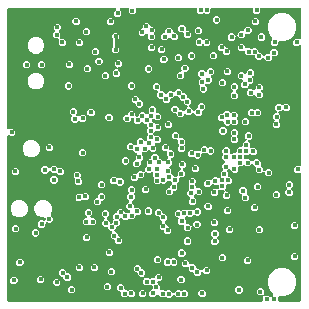
<source format=gbr>
G04 EAGLE Gerber RS-274X export*
G75*
%MOMM*%
%FSLAX34Y34*%
%LPD*%
%INCopper Layer 13*%
%IPPOS*%
%AMOC8*
5,1,8,0,0,1.08239X$1,22.5*%
G01*
%ADD10C,0.406400*%
%ADD11C,0.254000*%

G36*
X218050Y2556D02*
X218050Y2556D01*
X218169Y2563D01*
X218207Y2576D01*
X218248Y2581D01*
X218358Y2624D01*
X218471Y2661D01*
X218506Y2683D01*
X218543Y2698D01*
X218639Y2767D01*
X218740Y2831D01*
X218768Y2861D01*
X218801Y2884D01*
X218877Y2976D01*
X218958Y3063D01*
X218978Y3098D01*
X219003Y3129D01*
X219054Y3237D01*
X219112Y3341D01*
X219122Y3381D01*
X219139Y3417D01*
X219161Y3534D01*
X219191Y3649D01*
X219195Y3709D01*
X219199Y3729D01*
X219197Y3750D01*
X219201Y3810D01*
X219201Y5868D01*
X219247Y5923D01*
X219256Y5942D01*
X219268Y5958D01*
X219323Y6085D01*
X219382Y6211D01*
X219386Y6231D01*
X219394Y6250D01*
X219416Y6387D01*
X219442Y6524D01*
X219441Y6544D01*
X219444Y6564D01*
X219431Y6702D01*
X219422Y6841D01*
X219416Y6860D01*
X219414Y6880D01*
X219367Y7011D01*
X219324Y7143D01*
X219314Y7161D01*
X219307Y7180D01*
X219229Y7295D01*
X219154Y7412D01*
X219139Y7426D01*
X219128Y7443D01*
X219024Y7535D01*
X218923Y7630D01*
X218905Y7640D01*
X218890Y7653D01*
X218766Y7716D01*
X218644Y7784D01*
X218625Y7789D01*
X218607Y7798D01*
X218471Y7828D01*
X218336Y7863D01*
X218308Y7865D01*
X218296Y7868D01*
X218276Y7867D01*
X218175Y7873D01*
X215399Y7873D01*
X213613Y9659D01*
X213613Y12185D01*
X215399Y13971D01*
X217925Y13971D01*
X219711Y12185D01*
X219711Y9626D01*
X219665Y9571D01*
X219656Y9552D01*
X219644Y9536D01*
X219589Y9409D01*
X219530Y9283D01*
X219526Y9263D01*
X219518Y9244D01*
X219496Y9107D01*
X219470Y8970D01*
X219471Y8950D01*
X219468Y8930D01*
X219481Y8792D01*
X219490Y8653D01*
X219496Y8634D01*
X219498Y8614D01*
X219545Y8482D01*
X219588Y8351D01*
X219598Y8333D01*
X219605Y8314D01*
X219683Y8199D01*
X219758Y8082D01*
X219773Y8068D01*
X219784Y8051D01*
X219888Y7959D01*
X219989Y7864D01*
X220007Y7854D01*
X220022Y7841D01*
X220146Y7778D01*
X220268Y7710D01*
X220287Y7705D01*
X220305Y7696D01*
X220441Y7666D01*
X220576Y7631D01*
X220604Y7629D01*
X220616Y7626D01*
X220636Y7627D01*
X220737Y7621D01*
X223513Y7621D01*
X224528Y6606D01*
X224622Y6533D01*
X224711Y6454D01*
X224747Y6436D01*
X224779Y6411D01*
X224888Y6364D01*
X224994Y6310D01*
X225033Y6301D01*
X225071Y6285D01*
X225188Y6266D01*
X225304Y6240D01*
X225345Y6241D01*
X225385Y6235D01*
X225503Y6246D01*
X225622Y6250D01*
X225661Y6261D01*
X225701Y6265D01*
X225814Y6305D01*
X225928Y6338D01*
X225963Y6359D01*
X226001Y6372D01*
X226099Y6439D01*
X226202Y6500D01*
X226247Y6540D01*
X226264Y6551D01*
X226277Y6566D01*
X226323Y6606D01*
X227429Y7713D01*
X227502Y7807D01*
X227581Y7896D01*
X227599Y7932D01*
X227624Y7964D01*
X227671Y8073D01*
X227725Y8179D01*
X227734Y8218D01*
X227750Y8256D01*
X227769Y8373D01*
X227795Y8489D01*
X227794Y8530D01*
X227800Y8570D01*
X227789Y8688D01*
X227785Y8807D01*
X227774Y8846D01*
X227770Y8886D01*
X227730Y8998D01*
X227697Y9113D01*
X227676Y9148D01*
X227663Y9186D01*
X227596Y9284D01*
X227535Y9387D01*
X227496Y9432D01*
X227484Y9449D01*
X227469Y9462D01*
X227429Y9508D01*
X224721Y12215D01*
X222884Y16650D01*
X222884Y21450D01*
X224721Y25885D01*
X228115Y29279D01*
X232550Y31116D01*
X237350Y31116D01*
X241785Y29279D01*
X245179Y25885D01*
X247016Y21450D01*
X247016Y16650D01*
X245179Y12215D01*
X241785Y8821D01*
X237350Y6984D01*
X232918Y6984D01*
X232800Y6969D01*
X232681Y6962D01*
X232643Y6949D01*
X232602Y6944D01*
X232492Y6901D01*
X232379Y6864D01*
X232344Y6842D01*
X232307Y6827D01*
X232211Y6758D01*
X232110Y6694D01*
X232082Y6664D01*
X232049Y6641D01*
X231973Y6549D01*
X231892Y6462D01*
X231872Y6427D01*
X231847Y6396D01*
X231796Y6288D01*
X231738Y6184D01*
X231728Y6144D01*
X231711Y6108D01*
X231689Y5991D01*
X231659Y5876D01*
X231655Y5816D01*
X231651Y5796D01*
X231653Y5775D01*
X231649Y5715D01*
X231649Y3810D01*
X231664Y3692D01*
X231671Y3573D01*
X231684Y3535D01*
X231689Y3494D01*
X231732Y3384D01*
X231769Y3271D01*
X231791Y3236D01*
X231806Y3199D01*
X231875Y3103D01*
X231939Y3002D01*
X231969Y2974D01*
X231992Y2941D01*
X232084Y2865D01*
X232171Y2784D01*
X232206Y2764D01*
X232237Y2739D01*
X232345Y2688D01*
X232449Y2630D01*
X232489Y2620D01*
X232525Y2603D01*
X232642Y2581D01*
X232757Y2551D01*
X232817Y2547D01*
X232837Y2543D01*
X232858Y2545D01*
X232918Y2541D01*
X250190Y2541D01*
X250308Y2556D01*
X250427Y2563D01*
X250465Y2576D01*
X250506Y2581D01*
X250616Y2624D01*
X250729Y2661D01*
X250764Y2683D01*
X250801Y2698D01*
X250897Y2767D01*
X250998Y2831D01*
X251026Y2861D01*
X251059Y2884D01*
X251135Y2976D01*
X251216Y3063D01*
X251236Y3098D01*
X251261Y3129D01*
X251312Y3237D01*
X251370Y3341D01*
X251380Y3381D01*
X251397Y3417D01*
X251419Y3534D01*
X251449Y3649D01*
X251453Y3709D01*
X251457Y3729D01*
X251455Y3750D01*
X251459Y3810D01*
X251459Y110308D01*
X251442Y110447D01*
X251429Y110585D01*
X251422Y110604D01*
X251419Y110624D01*
X251368Y110753D01*
X251321Y110884D01*
X251310Y110901D01*
X251302Y110920D01*
X251221Y111032D01*
X251142Y111147D01*
X251127Y111161D01*
X251116Y111177D01*
X251008Y111266D01*
X250904Y111358D01*
X250886Y111367D01*
X250871Y111380D01*
X250745Y111439D01*
X250621Y111502D01*
X250601Y111507D01*
X250583Y111515D01*
X250446Y111541D01*
X250310Y111572D01*
X250290Y111571D01*
X250271Y111575D01*
X250132Y111566D01*
X249992Y111562D01*
X249973Y111556D01*
X249953Y111555D01*
X249821Y111512D01*
X249817Y111511D01*
X247072Y111511D01*
X245286Y113297D01*
X245286Y115823D01*
X247072Y117609D01*
X249789Y117609D01*
X249797Y117605D01*
X249817Y117601D01*
X249835Y117593D01*
X249973Y117571D01*
X250110Y117545D01*
X250130Y117546D01*
X250149Y117543D01*
X250288Y117556D01*
X250427Y117565D01*
X250446Y117571D01*
X250466Y117573D01*
X250597Y117620D01*
X250729Y117663D01*
X250746Y117674D01*
X250765Y117680D01*
X250881Y117758D01*
X250998Y117833D01*
X251012Y117848D01*
X251029Y117859D01*
X251120Y117963D01*
X251216Y118065D01*
X251226Y118082D01*
X251239Y118097D01*
X251302Y118221D01*
X251370Y118343D01*
X251375Y118362D01*
X251384Y118380D01*
X251414Y118516D01*
X251449Y118651D01*
X251451Y118679D01*
X251453Y118691D01*
X251453Y118711D01*
X251459Y118812D01*
X251459Y218683D01*
X251442Y218821D01*
X251429Y218960D01*
X251422Y218979D01*
X251419Y218999D01*
X251368Y219129D01*
X251321Y219259D01*
X251310Y219276D01*
X251302Y219295D01*
X251221Y219407D01*
X251143Y219522D01*
X251127Y219536D01*
X251116Y219552D01*
X251008Y219641D01*
X250904Y219733D01*
X250886Y219742D01*
X250871Y219755D01*
X250745Y219814D01*
X250621Y219877D01*
X250601Y219882D01*
X250583Y219890D01*
X250446Y219916D01*
X250311Y219947D01*
X250290Y219946D01*
X250271Y219950D01*
X250132Y219942D01*
X249993Y219937D01*
X249973Y219932D01*
X249953Y219930D01*
X249821Y219888D01*
X249687Y219849D01*
X249670Y219839D01*
X249651Y219832D01*
X249533Y219758D01*
X249413Y219687D01*
X249392Y219669D01*
X249382Y219662D01*
X249368Y219647D01*
X249293Y219581D01*
X248913Y219201D01*
X246387Y219201D01*
X244601Y220987D01*
X244601Y223513D01*
X246387Y225299D01*
X248913Y225299D01*
X249293Y224919D01*
X249402Y224834D01*
X249509Y224745D01*
X249528Y224737D01*
X249544Y224724D01*
X249672Y224669D01*
X249797Y224610D01*
X249817Y224606D01*
X249836Y224598D01*
X249974Y224576D01*
X250110Y224550D01*
X250130Y224551D01*
X250150Y224548D01*
X250289Y224561D01*
X250427Y224570D01*
X250446Y224576D01*
X250466Y224578D01*
X250597Y224625D01*
X250729Y224668D01*
X250747Y224678D01*
X250766Y224685D01*
X250880Y224763D01*
X250998Y224838D01*
X251012Y224853D01*
X251029Y224864D01*
X251121Y224968D01*
X251216Y225069D01*
X251226Y225087D01*
X251239Y225102D01*
X251302Y225226D01*
X251370Y225348D01*
X251375Y225367D01*
X251384Y225386D01*
X251414Y225521D01*
X251449Y225656D01*
X251451Y225684D01*
X251454Y225696D01*
X251453Y225716D01*
X251459Y225817D01*
X251459Y250190D01*
X251444Y250308D01*
X251437Y250427D01*
X251424Y250465D01*
X251419Y250506D01*
X251376Y250616D01*
X251339Y250729D01*
X251317Y250764D01*
X251302Y250801D01*
X251233Y250897D01*
X251169Y250998D01*
X251139Y251026D01*
X251116Y251059D01*
X251024Y251135D01*
X250937Y251216D01*
X250902Y251236D01*
X250871Y251261D01*
X250763Y251312D01*
X250659Y251370D01*
X250619Y251380D01*
X250583Y251397D01*
X250466Y251419D01*
X250351Y251449D01*
X250291Y251453D01*
X250271Y251457D01*
X250250Y251455D01*
X250190Y251459D01*
X217932Y251459D01*
X217814Y251444D01*
X217695Y251437D01*
X217657Y251424D01*
X217616Y251419D01*
X217506Y251376D01*
X217393Y251339D01*
X217358Y251317D01*
X217321Y251302D01*
X217225Y251233D01*
X217124Y251169D01*
X217096Y251139D01*
X217063Y251116D01*
X216987Y251024D01*
X216906Y250937D01*
X216886Y250902D01*
X216861Y250871D01*
X216810Y250763D01*
X216752Y250659D01*
X216742Y250619D01*
X216725Y250583D01*
X216703Y250466D01*
X216673Y250351D01*
X216669Y250291D01*
X216665Y250271D01*
X216667Y250250D01*
X216663Y250190D01*
X216663Y248165D01*
X214877Y246379D01*
X212351Y246379D01*
X210565Y248165D01*
X210565Y250190D01*
X210550Y250308D01*
X210543Y250427D01*
X210530Y250465D01*
X210525Y250506D01*
X210482Y250616D01*
X210445Y250729D01*
X210423Y250764D01*
X210408Y250801D01*
X210339Y250897D01*
X210275Y250998D01*
X210245Y251026D01*
X210222Y251059D01*
X210130Y251135D01*
X210043Y251216D01*
X210008Y251236D01*
X209977Y251261D01*
X209869Y251312D01*
X209765Y251370D01*
X209725Y251380D01*
X209689Y251397D01*
X209572Y251419D01*
X209457Y251449D01*
X209397Y251453D01*
X209377Y251457D01*
X209356Y251455D01*
X209296Y251459D01*
X175791Y251459D01*
X175673Y251444D01*
X175554Y251437D01*
X175515Y251424D01*
X175475Y251419D01*
X175364Y251376D01*
X175251Y251339D01*
X175217Y251317D01*
X175180Y251302D01*
X175083Y251233D01*
X174983Y251169D01*
X174955Y251139D01*
X174922Y251116D01*
X174846Y251024D01*
X174765Y250937D01*
X174745Y250902D01*
X174719Y250871D01*
X174669Y250763D01*
X174611Y250659D01*
X174601Y250619D01*
X174584Y250583D01*
X174562Y250466D01*
X174532Y250351D01*
X174528Y250291D01*
X174524Y250271D01*
X174525Y250250D01*
X174522Y250190D01*
X174522Y248142D01*
X172736Y246356D01*
X170210Y246356D01*
X169680Y246886D01*
X169586Y246959D01*
X169497Y247038D01*
X169461Y247056D01*
X169429Y247081D01*
X169320Y247128D01*
X169214Y247182D01*
X169175Y247191D01*
X169137Y247207D01*
X169020Y247226D01*
X168904Y247252D01*
X168863Y247251D01*
X168823Y247257D01*
X168705Y247246D01*
X168586Y247242D01*
X168547Y247231D01*
X168507Y247227D01*
X168395Y247187D01*
X168280Y247154D01*
X168245Y247133D01*
X168207Y247120D01*
X168109Y247053D01*
X168006Y246992D01*
X167961Y246953D01*
X167944Y246941D01*
X167931Y246926D01*
X167885Y246886D01*
X167379Y246379D01*
X164853Y246379D01*
X163067Y248165D01*
X163067Y250190D01*
X163052Y250308D01*
X163045Y250427D01*
X163032Y250465D01*
X163027Y250506D01*
X162984Y250616D01*
X162947Y250729D01*
X162925Y250764D01*
X162910Y250801D01*
X162841Y250897D01*
X162777Y250998D01*
X162747Y251026D01*
X162724Y251059D01*
X162632Y251135D01*
X162545Y251216D01*
X162510Y251236D01*
X162479Y251261D01*
X162371Y251312D01*
X162267Y251370D01*
X162227Y251380D01*
X162191Y251397D01*
X162074Y251419D01*
X161959Y251449D01*
X161899Y251453D01*
X161879Y251457D01*
X161858Y251455D01*
X161798Y251459D01*
X112649Y251459D01*
X112531Y251444D01*
X112412Y251437D01*
X112374Y251424D01*
X112333Y251419D01*
X112223Y251376D01*
X112110Y251339D01*
X112075Y251317D01*
X112038Y251302D01*
X111942Y251233D01*
X111841Y251169D01*
X111813Y251139D01*
X111780Y251116D01*
X111704Y251024D01*
X111623Y250937D01*
X111603Y250902D01*
X111578Y250871D01*
X111527Y250763D01*
X111469Y250659D01*
X111459Y250619D01*
X111442Y250583D01*
X111420Y250466D01*
X111390Y250351D01*
X111386Y250291D01*
X111382Y250271D01*
X111384Y250250D01*
X111380Y250190D01*
X111380Y247530D01*
X109594Y245744D01*
X107068Y245744D01*
X105282Y247530D01*
X105282Y250190D01*
X105267Y250308D01*
X105260Y250427D01*
X105247Y250465D01*
X105242Y250506D01*
X105199Y250616D01*
X105162Y250729D01*
X105140Y250764D01*
X105125Y250801D01*
X105056Y250897D01*
X104992Y250998D01*
X104962Y251026D01*
X104939Y251059D01*
X104847Y251135D01*
X104760Y251216D01*
X104725Y251236D01*
X104694Y251261D01*
X104586Y251312D01*
X104482Y251370D01*
X104442Y251380D01*
X104406Y251397D01*
X104289Y251419D01*
X104174Y251449D01*
X104114Y251453D01*
X104094Y251457D01*
X104073Y251455D01*
X104013Y251459D01*
X98817Y251459D01*
X98679Y251442D01*
X98540Y251429D01*
X98521Y251422D01*
X98501Y251419D01*
X98372Y251368D01*
X98241Y251321D01*
X98224Y251310D01*
X98205Y251302D01*
X98093Y251221D01*
X97978Y251143D01*
X97964Y251127D01*
X97948Y251116D01*
X97859Y251008D01*
X97767Y250904D01*
X97758Y250886D01*
X97745Y250871D01*
X97686Y250745D01*
X97623Y250621D01*
X97618Y250601D01*
X97610Y250583D01*
X97584Y250446D01*
X97553Y250311D01*
X97554Y250290D01*
X97550Y250271D01*
X97558Y250132D01*
X97563Y249993D01*
X97568Y249973D01*
X97570Y249953D01*
X97612Y249821D01*
X97651Y249687D01*
X97661Y249670D01*
X97668Y249651D01*
X97742Y249533D01*
X97813Y249413D01*
X97831Y249392D01*
X97838Y249382D01*
X97853Y249368D01*
X97919Y249293D01*
X99061Y248151D01*
X99061Y245625D01*
X97275Y243839D01*
X94749Y243839D01*
X92963Y245625D01*
X92963Y248151D01*
X94105Y249293D01*
X94190Y249402D01*
X94279Y249509D01*
X94288Y249528D01*
X94300Y249544D01*
X94355Y249671D01*
X94414Y249797D01*
X94418Y249817D01*
X94426Y249836D01*
X94448Y249974D01*
X94474Y250110D01*
X94473Y250130D01*
X94476Y250150D01*
X94463Y250289D01*
X94454Y250427D01*
X94448Y250446D01*
X94446Y250466D01*
X94399Y250598D01*
X94356Y250729D01*
X94346Y250747D01*
X94339Y250766D01*
X94261Y250881D01*
X94186Y250998D01*
X94171Y251012D01*
X94160Y251029D01*
X94056Y251121D01*
X93955Y251216D01*
X93937Y251226D01*
X93922Y251239D01*
X93798Y251303D01*
X93676Y251370D01*
X93657Y251375D01*
X93638Y251384D01*
X93503Y251414D01*
X93368Y251449D01*
X93340Y251451D01*
X93328Y251454D01*
X93308Y251453D01*
X93207Y251459D01*
X3810Y251459D01*
X3692Y251444D01*
X3573Y251437D01*
X3535Y251424D01*
X3494Y251419D01*
X3384Y251376D01*
X3271Y251339D01*
X3236Y251317D01*
X3199Y251302D01*
X3103Y251233D01*
X3002Y251169D01*
X2974Y251139D01*
X2941Y251116D01*
X2865Y251024D01*
X2784Y250937D01*
X2764Y250902D01*
X2739Y250871D01*
X2688Y250763D01*
X2630Y250659D01*
X2620Y250619D01*
X2603Y250583D01*
X2581Y250466D01*
X2551Y250351D01*
X2547Y250291D01*
X2543Y250271D01*
X2545Y250250D01*
X2541Y250190D01*
X2541Y149617D01*
X2558Y149479D01*
X2571Y149340D01*
X2578Y149321D01*
X2581Y149301D01*
X2632Y149171D01*
X2679Y149041D01*
X2690Y149024D01*
X2698Y149005D01*
X2779Y148893D01*
X2857Y148778D01*
X2873Y148764D01*
X2884Y148748D01*
X2992Y148659D01*
X3096Y148567D01*
X3114Y148558D01*
X3129Y148545D01*
X3255Y148486D01*
X3379Y148423D01*
X3399Y148418D01*
X3417Y148410D01*
X3554Y148384D01*
X3689Y148353D01*
X3710Y148354D01*
X3729Y148350D01*
X3868Y148358D01*
X4007Y148363D01*
X4027Y148368D01*
X4047Y148370D01*
X4179Y148412D01*
X4313Y148451D01*
X4330Y148461D01*
X4349Y148468D01*
X4467Y148542D01*
X4587Y148613D01*
X4608Y148631D01*
X4618Y148638D01*
X4632Y148653D01*
X4707Y148719D01*
X5087Y149099D01*
X7613Y149099D01*
X9399Y147313D01*
X9399Y144787D01*
X7613Y143001D01*
X5087Y143001D01*
X4707Y143381D01*
X4598Y143466D01*
X4491Y143555D01*
X4472Y143563D01*
X4456Y143576D01*
X4328Y143631D01*
X4203Y143690D01*
X4183Y143694D01*
X4164Y143702D01*
X4026Y143724D01*
X3890Y143750D01*
X3870Y143749D01*
X3850Y143752D01*
X3711Y143739D01*
X3573Y143730D01*
X3554Y143724D01*
X3534Y143722D01*
X3403Y143675D01*
X3271Y143632D01*
X3253Y143622D01*
X3234Y143615D01*
X3120Y143537D01*
X3002Y143462D01*
X2988Y143447D01*
X2971Y143436D01*
X2879Y143332D01*
X2784Y143231D01*
X2774Y143213D01*
X2761Y143198D01*
X2698Y143074D01*
X2630Y142952D01*
X2625Y142933D01*
X2616Y142914D01*
X2586Y142779D01*
X2551Y142644D01*
X2549Y142616D01*
X2546Y142604D01*
X2547Y142584D01*
X2541Y142483D01*
X2541Y3810D01*
X2556Y3692D01*
X2563Y3573D01*
X2576Y3535D01*
X2581Y3494D01*
X2624Y3384D01*
X2661Y3271D01*
X2683Y3236D01*
X2698Y3199D01*
X2767Y3103D01*
X2831Y3002D01*
X2861Y2974D01*
X2884Y2941D01*
X2976Y2865D01*
X3063Y2784D01*
X3098Y2764D01*
X3129Y2739D01*
X3237Y2688D01*
X3341Y2630D01*
X3381Y2620D01*
X3417Y2603D01*
X3534Y2581D01*
X3649Y2551D01*
X3709Y2547D01*
X3729Y2543D01*
X3750Y2545D01*
X3810Y2541D01*
X217932Y2541D01*
X218050Y2556D01*
G37*
%LPC*%
G36*
X186951Y89661D02*
X186951Y89661D01*
X185165Y91447D01*
X185165Y93973D01*
X186053Y94861D01*
X186138Y94970D01*
X186227Y95077D01*
X186236Y95096D01*
X186248Y95112D01*
X186303Y95239D01*
X186362Y95365D01*
X186366Y95385D01*
X186374Y95404D01*
X186396Y95542D01*
X186422Y95678D01*
X186421Y95698D01*
X186424Y95718D01*
X186411Y95857D01*
X186402Y95995D01*
X186396Y96014D01*
X186394Y96034D01*
X186347Y96166D01*
X186304Y96297D01*
X186294Y96315D01*
X186287Y96334D01*
X186209Y96449D01*
X186134Y96566D01*
X186119Y96580D01*
X186108Y96597D01*
X186004Y96689D01*
X185903Y96784D01*
X185885Y96794D01*
X185870Y96807D01*
X185746Y96871D01*
X185624Y96938D01*
X185605Y96943D01*
X185586Y96952D01*
X185451Y96982D01*
X185316Y97017D01*
X185288Y97019D01*
X185276Y97022D01*
X185256Y97021D01*
X185155Y97027D01*
X183395Y97027D01*
X183015Y97407D01*
X182921Y97480D01*
X182909Y97491D01*
X182902Y97496D01*
X182799Y97581D01*
X182780Y97589D01*
X182764Y97602D01*
X182636Y97657D01*
X182511Y97716D01*
X182491Y97720D01*
X182472Y97728D01*
X182334Y97750D01*
X182198Y97776D01*
X182178Y97775D01*
X182158Y97778D01*
X182019Y97765D01*
X181881Y97756D01*
X181862Y97750D01*
X181842Y97748D01*
X181711Y97701D01*
X181579Y97658D01*
X181561Y97648D01*
X181542Y97641D01*
X181428Y97563D01*
X181310Y97488D01*
X181296Y97473D01*
X181279Y97462D01*
X181187Y97358D01*
X181092Y97257D01*
X181082Y97239D01*
X181069Y97224D01*
X181006Y97100D01*
X180938Y96978D01*
X180933Y96959D01*
X180924Y96940D01*
X180894Y96805D01*
X180859Y96670D01*
X180857Y96642D01*
X180854Y96630D01*
X180855Y96610D01*
X180849Y96509D01*
X180849Y93987D01*
X179063Y92201D01*
X176537Y92201D01*
X174751Y93987D01*
X174751Y96513D01*
X176537Y98299D01*
X179063Y98299D01*
X179443Y97919D01*
X179552Y97834D01*
X179659Y97745D01*
X179678Y97737D01*
X179694Y97724D01*
X179822Y97669D01*
X179947Y97610D01*
X179967Y97606D01*
X179986Y97598D01*
X180124Y97576D01*
X180260Y97550D01*
X180280Y97551D01*
X180300Y97548D01*
X180439Y97561D01*
X180577Y97570D01*
X180596Y97576D01*
X180616Y97578D01*
X180747Y97625D01*
X180879Y97668D01*
X180897Y97678D01*
X180916Y97685D01*
X181030Y97763D01*
X181148Y97838D01*
X181162Y97853D01*
X181179Y97864D01*
X181271Y97968D01*
X181366Y98069D01*
X181376Y98087D01*
X181389Y98102D01*
X181452Y98226D01*
X181520Y98348D01*
X181525Y98367D01*
X181534Y98386D01*
X181564Y98521D01*
X181599Y98656D01*
X181601Y98684D01*
X181604Y98696D01*
X181603Y98716D01*
X181609Y98817D01*
X181609Y100330D01*
X181594Y100448D01*
X181587Y100567D01*
X181574Y100605D01*
X181569Y100646D01*
X181526Y100756D01*
X181489Y100869D01*
X181467Y100904D01*
X181452Y100941D01*
X181383Y101037D01*
X181319Y101138D01*
X181289Y101166D01*
X181266Y101199D01*
X181174Y101275D01*
X181087Y101356D01*
X181052Y101376D01*
X181021Y101401D01*
X180913Y101452D01*
X180809Y101510D01*
X180769Y101520D01*
X180733Y101537D01*
X180616Y101559D01*
X180501Y101589D01*
X180441Y101593D01*
X180421Y101597D01*
X180400Y101595D01*
X180340Y101599D01*
X177299Y101599D01*
X177206Y101671D01*
X177117Y101750D01*
X177081Y101768D01*
X177049Y101793D01*
X176940Y101840D01*
X176834Y101894D01*
X176794Y101903D01*
X176757Y101919D01*
X176640Y101938D01*
X176524Y101964D01*
X176483Y101963D01*
X176443Y101969D01*
X176325Y101958D01*
X176206Y101954D01*
X176167Y101943D01*
X176127Y101939D01*
X176014Y101899D01*
X175900Y101866D01*
X175866Y101845D01*
X175827Y101832D01*
X175729Y101765D01*
X175626Y101704D01*
X175581Y101665D01*
X175564Y101653D01*
X175551Y101638D01*
X175506Y101598D01*
X173475Y99567D01*
X170949Y99567D01*
X169163Y101353D01*
X169163Y103879D01*
X170949Y105665D01*
X173475Y105665D01*
X173568Y105593D01*
X173657Y105514D01*
X173693Y105496D01*
X173725Y105471D01*
X173834Y105424D01*
X173940Y105370D01*
X173979Y105361D01*
X174017Y105345D01*
X174134Y105326D01*
X174250Y105300D01*
X174291Y105301D01*
X174331Y105295D01*
X174449Y105306D01*
X174568Y105310D01*
X174607Y105321D01*
X174647Y105325D01*
X174759Y105365D01*
X174874Y105398D01*
X174909Y105419D01*
X174947Y105432D01*
X175045Y105499D01*
X175148Y105560D01*
X175193Y105599D01*
X175210Y105611D01*
X175223Y105626D01*
X175269Y105666D01*
X177299Y107697D01*
X179825Y107697D01*
X180458Y107063D01*
X180552Y106990D01*
X180642Y106911D01*
X180678Y106893D01*
X180710Y106868D01*
X180819Y106821D01*
X180925Y106767D01*
X180964Y106758D01*
X181002Y106742D01*
X181119Y106723D01*
X181235Y106697D01*
X181276Y106698D01*
X181316Y106692D01*
X181434Y106703D01*
X181553Y106707D01*
X181592Y106718D01*
X181632Y106722D01*
X181745Y106762D01*
X181859Y106795D01*
X181893Y106816D01*
X181932Y106829D01*
X182030Y106896D01*
X182133Y106957D01*
X182178Y106997D01*
X182195Y107008D01*
X182208Y107023D01*
X182253Y107063D01*
X183005Y107815D01*
X183078Y107909D01*
X183157Y107998D01*
X183175Y108034D01*
X183200Y108066D01*
X183247Y108175D01*
X183301Y108281D01*
X183310Y108321D01*
X183326Y108358D01*
X183345Y108476D01*
X183371Y108591D01*
X183370Y108632D01*
X183376Y108672D01*
X183365Y108791D01*
X183361Y108909D01*
X183350Y108948D01*
X183346Y108988D01*
X183306Y109101D01*
X183273Y109215D01*
X183252Y109250D01*
X183239Y109288D01*
X183172Y109386D01*
X183133Y109451D01*
X183133Y112007D01*
X184783Y113656D01*
X184856Y113751D01*
X184935Y113840D01*
X184953Y113876D01*
X184978Y113908D01*
X185025Y114017D01*
X185079Y114123D01*
X185088Y114162D01*
X185104Y114200D01*
X185123Y114317D01*
X185149Y114433D01*
X185148Y114474D01*
X185154Y114514D01*
X185143Y114632D01*
X185139Y114751D01*
X185128Y114790D01*
X185124Y114830D01*
X185084Y114943D01*
X185051Y115057D01*
X185030Y115091D01*
X185017Y115130D01*
X184950Y115228D01*
X184889Y115331D01*
X184849Y115376D01*
X184838Y115393D01*
X184823Y115406D01*
X184783Y115451D01*
X184657Y115577D01*
X184657Y118103D01*
X186561Y120007D01*
X186634Y120101D01*
X186713Y120190D01*
X186731Y120226D01*
X186756Y120258D01*
X186803Y120367D01*
X186857Y120473D01*
X186866Y120512D01*
X186882Y120550D01*
X186901Y120667D01*
X186927Y120783D01*
X186926Y120824D01*
X186932Y120864D01*
X186921Y120982D01*
X186917Y121101D01*
X186906Y121140D01*
X186902Y121180D01*
X186862Y121292D01*
X186829Y121407D01*
X186808Y121442D01*
X186795Y121480D01*
X186728Y121578D01*
X186667Y121681D01*
X186628Y121726D01*
X186616Y121743D01*
X186601Y121756D01*
X186561Y121802D01*
X184657Y123705D01*
X184657Y126231D01*
X185037Y126611D01*
X185110Y126705D01*
X185189Y126794D01*
X185207Y126830D01*
X185232Y126862D01*
X185279Y126971D01*
X185333Y127077D01*
X185342Y127116D01*
X185358Y127154D01*
X185377Y127271D01*
X185403Y127387D01*
X185402Y127428D01*
X185408Y127468D01*
X185397Y127586D01*
X185393Y127705D01*
X185382Y127744D01*
X185378Y127784D01*
X185338Y127896D01*
X185305Y128011D01*
X185284Y128046D01*
X185271Y128084D01*
X185204Y128182D01*
X185143Y128285D01*
X185104Y128330D01*
X185092Y128347D01*
X185077Y128360D01*
X185037Y128406D01*
X184657Y128785D01*
X184657Y131311D01*
X186443Y133097D01*
X188969Y133097D01*
X190755Y131311D01*
X190755Y128535D01*
X190772Y128397D01*
X190785Y128258D01*
X190792Y128239D01*
X190795Y128219D01*
X190846Y128089D01*
X190893Y127959D01*
X190904Y127942D01*
X190912Y127923D01*
X190993Y127811D01*
X191071Y127696D01*
X191087Y127682D01*
X191098Y127666D01*
X191206Y127577D01*
X191310Y127485D01*
X191328Y127476D01*
X191343Y127463D01*
X191469Y127404D01*
X191593Y127341D01*
X191613Y127336D01*
X191631Y127328D01*
X191768Y127302D01*
X191903Y127271D01*
X191924Y127272D01*
X191943Y127268D01*
X192082Y127276D01*
X192221Y127281D01*
X192241Y127286D01*
X192261Y127288D01*
X192393Y127330D01*
X192527Y127369D01*
X192544Y127379D01*
X192563Y127386D01*
X192681Y127460D01*
X192801Y127531D01*
X192822Y127549D01*
X192832Y127556D01*
X192846Y127571D01*
X192921Y127637D01*
X193301Y128017D01*
X195326Y128017D01*
X195444Y128032D01*
X195563Y128039D01*
X195601Y128052D01*
X195642Y128057D01*
X195752Y128100D01*
X195865Y128137D01*
X195900Y128159D01*
X195937Y128174D01*
X196033Y128243D01*
X196134Y128307D01*
X196162Y128337D01*
X196195Y128360D01*
X196271Y128452D01*
X196352Y128539D01*
X196372Y128574D01*
X196397Y128605D01*
X196448Y128713D01*
X196506Y128817D01*
X196516Y128857D01*
X196533Y128893D01*
X196555Y129010D01*
X196585Y129125D01*
X196589Y129185D01*
X196593Y129205D01*
X196591Y129226D01*
X196595Y129286D01*
X196595Y131565D01*
X198381Y133351D01*
X200406Y133351D01*
X200524Y133366D01*
X200643Y133373D01*
X200681Y133386D01*
X200722Y133391D01*
X200832Y133434D01*
X200945Y133471D01*
X200980Y133493D01*
X201017Y133508D01*
X201113Y133577D01*
X201214Y133641D01*
X201242Y133671D01*
X201275Y133694D01*
X201351Y133786D01*
X201432Y133873D01*
X201452Y133908D01*
X201477Y133939D01*
X201528Y134047D01*
X201586Y134151D01*
X201596Y134191D01*
X201613Y134227D01*
X201635Y134344D01*
X201665Y134459D01*
X201669Y134519D01*
X201673Y134539D01*
X201671Y134560D01*
X201675Y134620D01*
X201675Y136645D01*
X203461Y138431D01*
X203951Y138431D01*
X204089Y138448D01*
X204228Y138461D01*
X204247Y138468D01*
X204267Y138471D01*
X204396Y138522D01*
X204527Y138569D01*
X204544Y138580D01*
X204563Y138588D01*
X204675Y138669D01*
X204790Y138747D01*
X204804Y138763D01*
X204820Y138774D01*
X204909Y138882D01*
X205001Y138986D01*
X205010Y139004D01*
X205023Y139019D01*
X205082Y139145D01*
X205145Y139269D01*
X205150Y139289D01*
X205158Y139307D01*
X205184Y139444D01*
X205215Y139579D01*
X205214Y139600D01*
X205218Y139619D01*
X205210Y139758D01*
X205205Y139897D01*
X205200Y139917D01*
X205198Y139937D01*
X205156Y140069D01*
X205117Y140203D01*
X205107Y140220D01*
X205100Y140239D01*
X205026Y140357D01*
X204955Y140477D01*
X204937Y140498D01*
X204930Y140508D01*
X204915Y140522D01*
X204849Y140597D01*
X203961Y141485D01*
X203961Y144011D01*
X205747Y145797D01*
X208273Y145797D01*
X210059Y144011D01*
X210059Y141485D01*
X208273Y139699D01*
X207783Y139699D01*
X207645Y139682D01*
X207506Y139669D01*
X207487Y139662D01*
X207467Y139659D01*
X207338Y139608D01*
X207207Y139561D01*
X207190Y139550D01*
X207171Y139542D01*
X207059Y139461D01*
X206944Y139383D01*
X206930Y139367D01*
X206914Y139356D01*
X206825Y139248D01*
X206733Y139144D01*
X206724Y139126D01*
X206711Y139111D01*
X206652Y138985D01*
X206589Y138861D01*
X206584Y138841D01*
X206576Y138823D01*
X206550Y138686D01*
X206519Y138551D01*
X206520Y138530D01*
X206516Y138511D01*
X206524Y138372D01*
X206529Y138233D01*
X206534Y138213D01*
X206536Y138193D01*
X206578Y138061D01*
X206617Y137927D01*
X206627Y137910D01*
X206634Y137891D01*
X206708Y137773D01*
X206779Y137653D01*
X206797Y137632D01*
X206804Y137622D01*
X206819Y137608D01*
X206885Y137533D01*
X207773Y136645D01*
X207773Y134112D01*
X207788Y133994D01*
X207795Y133875D01*
X207808Y133837D01*
X207813Y133796D01*
X207857Y133685D01*
X207893Y133573D01*
X207915Y133538D01*
X207930Y133501D01*
X207999Y133405D01*
X208063Y133304D01*
X208093Y133276D01*
X208116Y133243D01*
X208208Y133167D01*
X208295Y133086D01*
X208330Y133066D01*
X208361Y133041D01*
X208469Y132990D01*
X208573Y132932D01*
X208613Y132922D01*
X208649Y132905D01*
X208766Y132883D01*
X208881Y132853D01*
X208941Y132849D01*
X208961Y132845D01*
X208982Y132847D01*
X209042Y132843D01*
X211829Y132843D01*
X213615Y131057D01*
X213615Y128531D01*
X211829Y126745D01*
X209303Y126745D01*
X208543Y127506D01*
X208449Y127579D01*
X208359Y127658D01*
X208323Y127676D01*
X208291Y127701D01*
X208182Y127748D01*
X208076Y127802D01*
X208037Y127811D01*
X207999Y127827D01*
X207882Y127846D01*
X207766Y127872D01*
X207725Y127871D01*
X207685Y127877D01*
X207567Y127866D01*
X207448Y127862D01*
X207409Y127851D01*
X207369Y127847D01*
X207256Y127807D01*
X207142Y127774D01*
X207108Y127753D01*
X207069Y127740D01*
X206971Y127673D01*
X206868Y127612D01*
X206823Y127572D01*
X206806Y127561D01*
X206793Y127546D01*
X206748Y127506D01*
X206241Y126999D01*
X203962Y126999D01*
X203844Y126984D01*
X203725Y126977D01*
X203687Y126964D01*
X203646Y126959D01*
X203536Y126916D01*
X203423Y126879D01*
X203388Y126857D01*
X203351Y126842D01*
X203255Y126773D01*
X203154Y126709D01*
X203126Y126679D01*
X203093Y126656D01*
X203017Y126564D01*
X202936Y126477D01*
X202916Y126442D01*
X202891Y126411D01*
X202840Y126303D01*
X202782Y126199D01*
X202772Y126159D01*
X202755Y126123D01*
X202733Y126006D01*
X202703Y125891D01*
X202699Y125830D01*
X202695Y125811D01*
X202697Y125790D01*
X202693Y125730D01*
X202693Y124217D01*
X202710Y124079D01*
X202723Y123940D01*
X202730Y123921D01*
X202733Y123901D01*
X202784Y123772D01*
X202831Y123641D01*
X202842Y123624D01*
X202850Y123605D01*
X202931Y123493D01*
X203009Y123378D01*
X203025Y123364D01*
X203036Y123348D01*
X203144Y123259D01*
X203248Y123167D01*
X203266Y123158D01*
X203281Y123145D01*
X203407Y123086D01*
X203531Y123023D01*
X203551Y123018D01*
X203569Y123010D01*
X203706Y122984D01*
X203841Y122953D01*
X203862Y122954D01*
X203881Y122950D01*
X204020Y122958D01*
X204159Y122963D01*
X204179Y122968D01*
X204199Y122970D01*
X204331Y123012D01*
X204465Y123051D01*
X204482Y123061D01*
X204501Y123068D01*
X204619Y123142D01*
X204702Y123191D01*
X207257Y123191D01*
X209161Y121287D01*
X209255Y121214D01*
X209344Y121135D01*
X209380Y121117D01*
X209412Y121092D01*
X209521Y121045D01*
X209627Y120991D01*
X209666Y120982D01*
X209704Y120966D01*
X209821Y120947D01*
X209937Y120921D01*
X209978Y120922D01*
X210018Y120916D01*
X210136Y120927D01*
X210255Y120931D01*
X210294Y120942D01*
X210334Y120946D01*
X210446Y120986D01*
X210561Y121019D01*
X210596Y121040D01*
X210634Y121053D01*
X210732Y121120D01*
X210835Y121181D01*
X210880Y121220D01*
X210897Y121232D01*
X210910Y121247D01*
X210956Y121287D01*
X212605Y122937D01*
X215131Y122937D01*
X216917Y121151D01*
X216917Y118121D01*
X216929Y118022D01*
X216932Y117923D01*
X216949Y117865D01*
X216957Y117805D01*
X216993Y117713D01*
X217021Y117618D01*
X217051Y117566D01*
X217074Y117509D01*
X217132Y117429D01*
X217182Y117344D01*
X217248Y117269D01*
X217260Y117252D01*
X217270Y117244D01*
X217288Y117223D01*
X218949Y115563D01*
X218949Y114145D01*
X218966Y114007D01*
X218979Y113868D01*
X218986Y113849D01*
X218989Y113829D01*
X219040Y113700D01*
X219087Y113569D01*
X219098Y113552D01*
X219106Y113534D01*
X219187Y113421D01*
X219265Y113306D01*
X219281Y113293D01*
X219292Y113276D01*
X219400Y113187D01*
X219504Y113096D01*
X219522Y113086D01*
X219537Y113073D01*
X219663Y113014D01*
X219787Y112951D01*
X219807Y112946D01*
X219825Y112938D01*
X219962Y112912D01*
X220097Y112881D01*
X220118Y112882D01*
X220137Y112878D01*
X220276Y112887D01*
X220415Y112891D01*
X220435Y112897D01*
X220455Y112898D01*
X220587Y112941D01*
X220721Y112979D01*
X220738Y112990D01*
X220757Y112996D01*
X220875Y113070D01*
X220995Y113141D01*
X221016Y113159D01*
X221026Y113166D01*
X221040Y113181D01*
X221115Y113247D01*
X222486Y114618D01*
X225012Y114618D01*
X226798Y112832D01*
X226798Y110307D01*
X225012Y108521D01*
X222486Y108521D01*
X220701Y110307D01*
X220701Y111725D01*
X220683Y111862D01*
X220682Y111879D01*
X220678Y111933D01*
X220676Y111941D01*
X220670Y112001D01*
X220663Y112020D01*
X220661Y112040D01*
X220610Y112169D01*
X220562Y112300D01*
X220551Y112317D01*
X220544Y112336D01*
X220462Y112448D01*
X220384Y112564D01*
X220369Y112577D01*
X220357Y112593D01*
X220250Y112682D01*
X220145Y112774D01*
X220127Y112783D01*
X220112Y112796D01*
X219986Y112855D01*
X219862Y112919D01*
X219842Y112923D01*
X219824Y112932D01*
X219688Y112958D01*
X219552Y112988D01*
X219532Y112988D01*
X219512Y112991D01*
X219373Y112983D01*
X219234Y112979D01*
X219214Y112973D01*
X219194Y112972D01*
X219062Y112929D01*
X218929Y112890D01*
X218911Y112880D01*
X218892Y112874D01*
X218774Y112799D01*
X218655Y112729D01*
X218634Y112710D01*
X218623Y112703D01*
X218609Y112688D01*
X218534Y112622D01*
X217163Y111251D01*
X214637Y111251D01*
X212851Y113037D01*
X212851Y116067D01*
X212839Y116166D01*
X212836Y116265D01*
X212819Y116323D01*
X212811Y116383D01*
X212775Y116475D01*
X212747Y116570D01*
X212717Y116622D01*
X212694Y116679D01*
X212636Y116759D01*
X212586Y116844D01*
X212520Y116919D01*
X212508Y116936D01*
X212498Y116944D01*
X212480Y116965D01*
X210702Y118743D01*
X210607Y118816D01*
X210518Y118895D01*
X210482Y118913D01*
X210450Y118938D01*
X210341Y118985D01*
X210235Y119039D01*
X210196Y119048D01*
X210158Y119064D01*
X210041Y119083D01*
X209925Y119109D01*
X209884Y119108D01*
X209844Y119114D01*
X209726Y119103D01*
X209607Y119099D01*
X209568Y119088D01*
X209528Y119084D01*
X209415Y119044D01*
X209301Y119011D01*
X209267Y118990D01*
X209228Y118977D01*
X209130Y118910D01*
X209027Y118849D01*
X208982Y118809D01*
X208965Y118798D01*
X208952Y118783D01*
X208907Y118743D01*
X207257Y117093D01*
X204731Y117093D01*
X203716Y118108D01*
X203622Y118181D01*
X203533Y118260D01*
X203497Y118278D01*
X203465Y118303D01*
X203356Y118350D01*
X203250Y118404D01*
X203211Y118413D01*
X203173Y118429D01*
X203056Y118448D01*
X202940Y118474D01*
X202899Y118473D01*
X202859Y118479D01*
X202741Y118468D01*
X202622Y118464D01*
X202583Y118453D01*
X202543Y118449D01*
X202431Y118409D01*
X202316Y118376D01*
X202281Y118355D01*
X202243Y118342D01*
X202145Y118275D01*
X202042Y118214D01*
X201997Y118175D01*
X201980Y118163D01*
X201967Y118148D01*
X201921Y118108D01*
X200907Y117093D01*
X198882Y117093D01*
X198764Y117078D01*
X198645Y117071D01*
X198607Y117058D01*
X198566Y117053D01*
X198456Y117010D01*
X198343Y116973D01*
X198308Y116951D01*
X198271Y116936D01*
X198175Y116867D01*
X198074Y116803D01*
X198046Y116773D01*
X198013Y116750D01*
X197937Y116658D01*
X197856Y116571D01*
X197836Y116536D01*
X197811Y116505D01*
X197760Y116397D01*
X197702Y116293D01*
X197692Y116253D01*
X197675Y116217D01*
X197653Y116100D01*
X197623Y115985D01*
X197619Y115925D01*
X197615Y115905D01*
X197617Y115884D01*
X197613Y115824D01*
X197613Y113545D01*
X195827Y111759D01*
X193301Y111759D01*
X191476Y113584D01*
X191475Y113589D01*
X191424Y113718D01*
X191377Y113849D01*
X191366Y113866D01*
X191358Y113885D01*
X191277Y113997D01*
X191199Y114112D01*
X191183Y114126D01*
X191172Y114142D01*
X191064Y114231D01*
X190960Y114323D01*
X190942Y114332D01*
X190927Y114345D01*
X190801Y114404D01*
X190677Y114467D01*
X190657Y114472D01*
X190639Y114480D01*
X190502Y114506D01*
X190367Y114537D01*
X190346Y114536D01*
X190327Y114540D01*
X190188Y114532D01*
X190049Y114527D01*
X190029Y114522D01*
X190009Y114520D01*
X189877Y114478D01*
X189743Y114439D01*
X189726Y114429D01*
X189707Y114422D01*
X189589Y114348D01*
X189469Y114277D01*
X189448Y114259D01*
X189438Y114252D01*
X189424Y114237D01*
X189348Y114171D01*
X189105Y113927D01*
X189032Y113833D01*
X188953Y113744D01*
X188935Y113708D01*
X188910Y113676D01*
X188863Y113567D01*
X188809Y113461D01*
X188800Y113421D01*
X188784Y113384D01*
X188765Y113267D01*
X188739Y113151D01*
X188740Y113110D01*
X188734Y113070D01*
X188745Y112951D01*
X188749Y112833D01*
X188760Y112794D01*
X188764Y112754D01*
X188804Y112642D01*
X188837Y112527D01*
X188858Y112492D01*
X188871Y112454D01*
X188938Y112356D01*
X188999Y112253D01*
X189039Y112208D01*
X189050Y112191D01*
X189065Y112178D01*
X189105Y112132D01*
X189231Y112007D01*
X189231Y109474D01*
X189246Y109356D01*
X189253Y109237D01*
X189266Y109199D01*
X189271Y109158D01*
X189314Y109048D01*
X189351Y108935D01*
X189373Y108900D01*
X189388Y108863D01*
X189457Y108767D01*
X189521Y108666D01*
X189551Y108638D01*
X189574Y108605D01*
X189666Y108529D01*
X189753Y108448D01*
X189788Y108428D01*
X189819Y108403D01*
X189927Y108352D01*
X190031Y108294D01*
X190071Y108284D01*
X190107Y108267D01*
X190224Y108245D01*
X190339Y108215D01*
X190399Y108211D01*
X190419Y108207D01*
X190440Y108209D01*
X190500Y108205D01*
X191001Y108205D01*
X192787Y106419D01*
X192787Y103893D01*
X191001Y102107D01*
X188976Y102107D01*
X188858Y102092D01*
X188739Y102085D01*
X188701Y102072D01*
X188660Y102067D01*
X188550Y102024D01*
X188437Y101987D01*
X188402Y101965D01*
X188365Y101950D01*
X188269Y101881D01*
X188168Y101817D01*
X188140Y101787D01*
X188107Y101764D01*
X188031Y101672D01*
X187950Y101585D01*
X187930Y101550D01*
X187905Y101519D01*
X187854Y101411D01*
X187796Y101307D01*
X187786Y101267D01*
X187769Y101231D01*
X187747Y101114D01*
X187717Y100999D01*
X187713Y100938D01*
X187709Y100919D01*
X187711Y100898D01*
X187707Y100838D01*
X187707Y98813D01*
X186819Y97925D01*
X186734Y97816D01*
X186645Y97709D01*
X186636Y97690D01*
X186624Y97674D01*
X186569Y97547D01*
X186510Y97421D01*
X186506Y97401D01*
X186498Y97382D01*
X186476Y97244D01*
X186450Y97108D01*
X186451Y97088D01*
X186448Y97068D01*
X186461Y96929D01*
X186470Y96791D01*
X186476Y96772D01*
X186478Y96752D01*
X186525Y96620D01*
X186568Y96489D01*
X186578Y96471D01*
X186585Y96452D01*
X186663Y96337D01*
X186738Y96220D01*
X186753Y96206D01*
X186764Y96189D01*
X186868Y96097D01*
X186969Y96002D01*
X186987Y95992D01*
X187002Y95979D01*
X187126Y95915D01*
X187248Y95848D01*
X187267Y95843D01*
X187286Y95834D01*
X187421Y95804D01*
X187556Y95769D01*
X187584Y95767D01*
X187596Y95764D01*
X187616Y95765D01*
X187717Y95759D01*
X189477Y95759D01*
X191263Y93973D01*
X191263Y91447D01*
X189477Y89661D01*
X186951Y89661D01*
G37*
%LPD*%
%LPC*%
G36*
X138437Y92709D02*
X138437Y92709D01*
X136651Y94495D01*
X136651Y97021D01*
X138437Y98807D01*
X139192Y98807D01*
X139310Y98822D01*
X139429Y98829D01*
X139467Y98842D01*
X139508Y98847D01*
X139618Y98890D01*
X139731Y98927D01*
X139766Y98949D01*
X139803Y98964D01*
X139899Y99033D01*
X140000Y99097D01*
X140028Y99127D01*
X140061Y99150D01*
X140137Y99242D01*
X140218Y99329D01*
X140238Y99364D01*
X140263Y99395D01*
X140314Y99503D01*
X140372Y99607D01*
X140382Y99647D01*
X140399Y99683D01*
X140421Y99800D01*
X140451Y99915D01*
X140455Y99975D01*
X140459Y99995D01*
X140457Y100016D01*
X140461Y100076D01*
X140461Y100831D01*
X141857Y102227D01*
X141930Y102321D01*
X142009Y102410D01*
X142027Y102446D01*
X142052Y102478D01*
X142099Y102587D01*
X142153Y102693D01*
X142162Y102733D01*
X142178Y102770D01*
X142197Y102887D01*
X142223Y103003D01*
X142222Y103044D01*
X142228Y103084D01*
X142217Y103203D01*
X142213Y103321D01*
X142202Y103360D01*
X142198Y103400D01*
X142158Y103513D01*
X142125Y103627D01*
X142104Y103662D01*
X142091Y103700D01*
X142024Y103798D01*
X141963Y103901D01*
X141924Y103946D01*
X141912Y103963D01*
X141897Y103976D01*
X141857Y104022D01*
X141445Y104433D01*
X141441Y104440D01*
X141411Y104468D01*
X141388Y104501D01*
X141296Y104577D01*
X141209Y104658D01*
X141174Y104678D01*
X141143Y104703D01*
X141035Y104754D01*
X140931Y104812D01*
X140891Y104822D01*
X140855Y104839D01*
X140738Y104861D01*
X140623Y104891D01*
X140563Y104895D01*
X140543Y104899D01*
X140522Y104897D01*
X140462Y104901D01*
X138803Y104901D01*
X138704Y104889D01*
X138605Y104886D01*
X138547Y104869D01*
X138487Y104861D01*
X138395Y104825D01*
X138300Y104797D01*
X138248Y104767D01*
X138191Y104744D01*
X138111Y104686D01*
X138026Y104636D01*
X137951Y104570D01*
X137934Y104558D01*
X137926Y104548D01*
X137905Y104530D01*
X135883Y102507D01*
X133357Y102507D01*
X133304Y102560D01*
X133210Y102633D01*
X133121Y102712D01*
X133085Y102730D01*
X133053Y102755D01*
X132944Y102802D01*
X132838Y102856D01*
X132799Y102865D01*
X132761Y102881D01*
X132643Y102900D01*
X132528Y102926D01*
X132487Y102925D01*
X132447Y102931D01*
X132329Y102920D01*
X132210Y102916D01*
X132171Y102905D01*
X132131Y102901D01*
X132019Y102861D01*
X131904Y102828D01*
X131869Y102807D01*
X131831Y102794D01*
X131733Y102727D01*
X131630Y102666D01*
X131585Y102627D01*
X131568Y102615D01*
X131555Y102600D01*
X131509Y102560D01*
X130803Y101853D01*
X128277Y101853D01*
X126491Y103639D01*
X126491Y106165D01*
X126744Y106418D01*
X126817Y106512D01*
X126896Y106601D01*
X126914Y106637D01*
X126939Y106669D01*
X126986Y106778D01*
X127040Y106884D01*
X127049Y106923D01*
X127065Y106961D01*
X127084Y107078D01*
X127110Y107194D01*
X127109Y107235D01*
X127115Y107275D01*
X127104Y107393D01*
X127100Y107512D01*
X127089Y107551D01*
X127085Y107591D01*
X127045Y107703D01*
X127012Y107818D01*
X126991Y107853D01*
X126978Y107891D01*
X126911Y107989D01*
X126850Y108092D01*
X126811Y108137D01*
X126799Y108154D01*
X126784Y108167D01*
X126744Y108213D01*
X126237Y108719D01*
X126237Y111241D01*
X126220Y111379D01*
X126207Y111518D01*
X126200Y111537D01*
X126197Y111557D01*
X126146Y111687D01*
X126099Y111817D01*
X126088Y111834D01*
X126080Y111853D01*
X125999Y111965D01*
X125921Y112080D01*
X125905Y112094D01*
X125894Y112110D01*
X125786Y112199D01*
X125682Y112291D01*
X125664Y112300D01*
X125649Y112313D01*
X125523Y112372D01*
X125399Y112435D01*
X125379Y112440D01*
X125361Y112448D01*
X125224Y112474D01*
X125089Y112505D01*
X125068Y112504D01*
X125049Y112508D01*
X124910Y112500D01*
X124771Y112495D01*
X124751Y112490D01*
X124731Y112488D01*
X124599Y112446D01*
X124465Y112407D01*
X124448Y112397D01*
X124429Y112390D01*
X124311Y112316D01*
X124191Y112245D01*
X124170Y112227D01*
X124160Y112220D01*
X124146Y112205D01*
X124071Y112139D01*
X123691Y111759D01*
X121165Y111759D01*
X120785Y112139D01*
X120676Y112224D01*
X120569Y112313D01*
X120550Y112321D01*
X120534Y112334D01*
X120406Y112389D01*
X120281Y112448D01*
X120261Y112452D01*
X120242Y112460D01*
X120104Y112482D01*
X119968Y112508D01*
X119948Y112507D01*
X119928Y112510D01*
X119789Y112497D01*
X119651Y112488D01*
X119632Y112482D01*
X119612Y112480D01*
X119481Y112433D01*
X119349Y112390D01*
X119331Y112380D01*
X119312Y112373D01*
X119198Y112295D01*
X119080Y112220D01*
X119066Y112205D01*
X119049Y112194D01*
X118957Y112090D01*
X118862Y111989D01*
X118852Y111971D01*
X118839Y111956D01*
X118776Y111832D01*
X118708Y111710D01*
X118703Y111691D01*
X118694Y111672D01*
X118664Y111537D01*
X118629Y111402D01*
X118627Y111374D01*
X118624Y111362D01*
X118625Y111342D01*
X118619Y111241D01*
X118619Y108719D01*
X116833Y106933D01*
X114057Y106933D01*
X113958Y106921D01*
X113859Y106918D01*
X113801Y106901D01*
X113741Y106893D01*
X113649Y106857D01*
X113554Y106829D01*
X113502Y106799D01*
X113445Y106776D01*
X113365Y106718D01*
X113280Y106668D01*
X113205Y106602D01*
X113188Y106590D01*
X113180Y106580D01*
X113159Y106562D01*
X111245Y104647D01*
X108719Y104647D01*
X106933Y106433D01*
X106933Y108959D01*
X108719Y110745D01*
X111495Y110745D01*
X111594Y110757D01*
X111693Y110760D01*
X111751Y110777D01*
X111811Y110785D01*
X111903Y110821D01*
X111998Y110849D01*
X112050Y110879D01*
X112107Y110902D01*
X112187Y110960D01*
X112272Y111010D01*
X112347Y111076D01*
X112364Y111088D01*
X112372Y111098D01*
X112393Y111116D01*
X114307Y113031D01*
X116833Y113031D01*
X117213Y112651D01*
X117322Y112566D01*
X117429Y112477D01*
X117448Y112469D01*
X117464Y112456D01*
X117592Y112401D01*
X117717Y112342D01*
X117737Y112338D01*
X117756Y112330D01*
X117894Y112308D01*
X118030Y112282D01*
X118050Y112283D01*
X118070Y112280D01*
X118209Y112293D01*
X118347Y112302D01*
X118366Y112308D01*
X118386Y112310D01*
X118517Y112357D01*
X118649Y112400D01*
X118667Y112410D01*
X118686Y112417D01*
X118800Y112495D01*
X118918Y112570D01*
X118932Y112585D01*
X118949Y112596D01*
X119041Y112700D01*
X119136Y112801D01*
X119146Y112819D01*
X119159Y112834D01*
X119222Y112957D01*
X119290Y113080D01*
X119295Y113099D01*
X119304Y113118D01*
X119334Y113253D01*
X119369Y113388D01*
X119371Y113416D01*
X119374Y113428D01*
X119373Y113448D01*
X119379Y113549D01*
X119379Y116071D01*
X120648Y117339D01*
X120721Y117434D01*
X120800Y117523D01*
X120818Y117559D01*
X120843Y117591D01*
X120890Y117700D01*
X120944Y117806D01*
X120953Y117845D01*
X120969Y117883D01*
X120988Y118000D01*
X121014Y118116D01*
X121013Y118157D01*
X121019Y118197D01*
X121008Y118315D01*
X121004Y118434D01*
X120993Y118473D01*
X120989Y118513D01*
X120949Y118626D01*
X120916Y118740D01*
X120895Y118774D01*
X120882Y118813D01*
X120815Y118911D01*
X120754Y119014D01*
X120714Y119059D01*
X120703Y119076D01*
X120688Y119089D01*
X120649Y119133D01*
X120649Y121659D01*
X122435Y123445D01*
X123190Y123445D01*
X123308Y123460D01*
X123427Y123467D01*
X123465Y123480D01*
X123506Y123485D01*
X123616Y123528D01*
X123729Y123565D01*
X123764Y123587D01*
X123801Y123602D01*
X123897Y123671D01*
X123998Y123735D01*
X124026Y123765D01*
X124059Y123788D01*
X124135Y123880D01*
X124216Y123967D01*
X124236Y124002D01*
X124261Y124033D01*
X124312Y124141D01*
X124370Y124245D01*
X124380Y124285D01*
X124397Y124321D01*
X124419Y124438D01*
X124449Y124553D01*
X124453Y124613D01*
X124457Y124633D01*
X124455Y124654D01*
X124459Y124714D01*
X124459Y125469D01*
X126363Y127373D01*
X126448Y127482D01*
X126537Y127589D01*
X126545Y127608D01*
X126558Y127624D01*
X126613Y127752D01*
X126672Y127877D01*
X126676Y127897D01*
X126719Y127833D01*
X126794Y127716D01*
X126809Y127702D01*
X126820Y127685D01*
X126924Y127593D01*
X127025Y127498D01*
X127043Y127488D01*
X127058Y127475D01*
X127182Y127411D01*
X127304Y127344D01*
X127323Y127339D01*
X127342Y127330D01*
X127477Y127300D01*
X127612Y127265D01*
X127640Y127263D01*
X127652Y127260D01*
X127672Y127261D01*
X127773Y127255D01*
X128771Y127255D01*
X130557Y125469D01*
X130557Y124714D01*
X130572Y124596D01*
X130579Y124477D01*
X130592Y124439D01*
X130597Y124398D01*
X130640Y124288D01*
X130677Y124175D01*
X130699Y124140D01*
X130714Y124103D01*
X130783Y124007D01*
X130847Y123906D01*
X130877Y123878D01*
X130900Y123845D01*
X130992Y123769D01*
X131079Y123688D01*
X131114Y123668D01*
X131145Y123643D01*
X131253Y123592D01*
X131357Y123534D01*
X131397Y123524D01*
X131433Y123507D01*
X131550Y123485D01*
X131665Y123455D01*
X131725Y123451D01*
X131745Y123447D01*
X131766Y123449D01*
X131826Y123445D01*
X132327Y123445D01*
X134103Y121668D01*
X134198Y121595D01*
X134287Y121516D01*
X134323Y121498D01*
X134355Y121473D01*
X134464Y121426D01*
X134570Y121372D01*
X134609Y121363D01*
X134647Y121347D01*
X134764Y121328D01*
X134880Y121302D01*
X134921Y121303D01*
X134961Y121297D01*
X135079Y121308D01*
X135198Y121312D01*
X135237Y121323D01*
X135277Y121327D01*
X135390Y121367D01*
X135504Y121400D01*
X135538Y121421D01*
X135577Y121434D01*
X135675Y121501D01*
X135778Y121562D01*
X135823Y121602D01*
X135840Y121613D01*
X135853Y121628D01*
X135898Y121668D01*
X137678Y123447D01*
X137795Y123462D01*
X137934Y123475D01*
X137953Y123482D01*
X137973Y123485D01*
X138102Y123536D01*
X138233Y123583D01*
X138250Y123594D01*
X138269Y123602D01*
X138381Y123683D01*
X138496Y123761D01*
X138510Y123777D01*
X138526Y123788D01*
X138615Y123896D01*
X138707Y124000D01*
X138716Y124018D01*
X138729Y124033D01*
X138788Y124159D01*
X138851Y124283D01*
X138856Y124303D01*
X138864Y124321D01*
X138890Y124458D01*
X138921Y124593D01*
X138920Y124614D01*
X138924Y124633D01*
X138916Y124772D01*
X138911Y124911D01*
X138906Y124931D01*
X138904Y124951D01*
X138862Y125083D01*
X138823Y125217D01*
X138813Y125234D01*
X138806Y125253D01*
X138732Y125371D01*
X138661Y125491D01*
X138643Y125512D01*
X138636Y125522D01*
X138621Y125536D01*
X138555Y125611D01*
X137921Y126245D01*
X137921Y129032D01*
X137906Y129150D01*
X137899Y129269D01*
X137886Y129307D01*
X137881Y129348D01*
X137838Y129458D01*
X137801Y129571D01*
X137779Y129606D01*
X137764Y129643D01*
X137695Y129739D01*
X137631Y129840D01*
X137601Y129868D01*
X137578Y129901D01*
X137486Y129977D01*
X137399Y130058D01*
X137364Y130078D01*
X137333Y130103D01*
X137225Y130154D01*
X137121Y130212D01*
X137081Y130222D01*
X137045Y130239D01*
X136928Y130261D01*
X136813Y130291D01*
X136753Y130295D01*
X136733Y130299D01*
X136712Y130297D01*
X136652Y130301D01*
X135389Y130301D01*
X133603Y132087D01*
X133603Y134613D01*
X135389Y136399D01*
X137915Y136399D01*
X139701Y134613D01*
X139701Y131826D01*
X139716Y131708D01*
X139723Y131589D01*
X139736Y131551D01*
X139741Y131510D01*
X139784Y131400D01*
X139821Y131287D01*
X139843Y131252D01*
X139858Y131215D01*
X139927Y131119D01*
X139991Y131018D01*
X140021Y130990D01*
X140044Y130957D01*
X140136Y130881D01*
X140223Y130800D01*
X140258Y130780D01*
X140289Y130755D01*
X140397Y130704D01*
X140501Y130646D01*
X140541Y130636D01*
X140577Y130619D01*
X140694Y130597D01*
X140809Y130567D01*
X140869Y130563D01*
X140889Y130559D01*
X140910Y130561D01*
X140970Y130557D01*
X142233Y130557D01*
X144019Y128771D01*
X144019Y126245D01*
X142230Y124457D01*
X142113Y124442D01*
X141974Y124429D01*
X141955Y124422D01*
X141935Y124419D01*
X141806Y124368D01*
X141675Y124321D01*
X141658Y124310D01*
X141639Y124302D01*
X141527Y124221D01*
X141412Y124143D01*
X141398Y124127D01*
X141382Y124116D01*
X141293Y124008D01*
X141201Y123904D01*
X141192Y123886D01*
X141179Y123871D01*
X141120Y123745D01*
X141057Y123621D01*
X141052Y123601D01*
X141044Y123583D01*
X141018Y123446D01*
X140987Y123311D01*
X140988Y123290D01*
X140984Y123271D01*
X140992Y123132D01*
X140997Y122993D01*
X141002Y122973D01*
X141004Y122953D01*
X141046Y122821D01*
X141085Y122687D01*
X141095Y122670D01*
X141102Y122651D01*
X141176Y122533D01*
X141247Y122413D01*
X141265Y122392D01*
X141272Y122382D01*
X141287Y122368D01*
X141353Y122293D01*
X141987Y121659D01*
X141987Y119133D01*
X140083Y117229D01*
X140010Y117135D01*
X139931Y117046D01*
X139913Y117010D01*
X139888Y116978D01*
X139841Y116869D01*
X139787Y116763D01*
X139778Y116724D01*
X139762Y116686D01*
X139743Y116569D01*
X139717Y116453D01*
X139718Y116412D01*
X139712Y116372D01*
X139723Y116254D01*
X139727Y116135D01*
X139738Y116096D01*
X139742Y116056D01*
X139782Y115944D01*
X139815Y115829D01*
X139836Y115794D01*
X139849Y115756D01*
X139916Y115658D01*
X139977Y115555D01*
X140016Y115510D01*
X140028Y115493D01*
X140043Y115480D01*
X140083Y115434D01*
X141225Y114293D01*
X141225Y111263D01*
X141237Y111164D01*
X141240Y111065D01*
X141257Y111007D01*
X141265Y110947D01*
X141301Y110855D01*
X141329Y110760D01*
X141359Y110708D01*
X141382Y110651D01*
X141440Y110571D01*
X141490Y110486D01*
X141556Y110411D01*
X141568Y110394D01*
X141578Y110386D01*
X141596Y110365D01*
X143035Y108927D01*
X143039Y108920D01*
X143069Y108892D01*
X143092Y108859D01*
X143184Y108783D01*
X143271Y108702D01*
X143306Y108682D01*
X143337Y108657D01*
X143445Y108606D01*
X143549Y108548D01*
X143589Y108538D01*
X143625Y108521D01*
X143742Y108499D01*
X143857Y108469D01*
X143917Y108465D01*
X143937Y108461D01*
X143958Y108463D01*
X144018Y108459D01*
X145542Y108459D01*
X145660Y108474D01*
X145779Y108481D01*
X145817Y108494D01*
X145858Y108499D01*
X145968Y108542D01*
X146081Y108579D01*
X146116Y108601D01*
X146153Y108616D01*
X146249Y108685D01*
X146350Y108749D01*
X146378Y108779D01*
X146411Y108802D01*
X146487Y108894D01*
X146568Y108981D01*
X146588Y109016D01*
X146613Y109047D01*
X146664Y109155D01*
X146722Y109259D01*
X146732Y109299D01*
X146749Y109335D01*
X146771Y109452D01*
X146801Y109567D01*
X146805Y109627D01*
X146809Y109647D01*
X146807Y109668D01*
X146811Y109728D01*
X146811Y112007D01*
X148682Y113877D01*
X148698Y113884D01*
X148829Y113931D01*
X148846Y113942D01*
X148864Y113950D01*
X148977Y114031D01*
X149092Y114109D01*
X149105Y114125D01*
X149122Y114136D01*
X149211Y114244D01*
X149302Y114348D01*
X149312Y114366D01*
X149325Y114381D01*
X149384Y114507D01*
X149447Y114631D01*
X149452Y114651D01*
X149460Y114669D01*
X149486Y114806D01*
X149517Y114941D01*
X149516Y114962D01*
X149520Y114981D01*
X149511Y115120D01*
X149507Y115259D01*
X149501Y115279D01*
X149500Y115299D01*
X149457Y115431D01*
X149419Y115565D01*
X149408Y115582D01*
X149402Y115601D01*
X149328Y115719D01*
X149257Y115839D01*
X149239Y115860D01*
X149232Y115870D01*
X149217Y115884D01*
X149151Y115959D01*
X147537Y117573D01*
X147537Y120099D01*
X149323Y121885D01*
X151849Y121885D01*
X153635Y120099D01*
X153635Y117573D01*
X151764Y115703D01*
X151748Y115696D01*
X151617Y115649D01*
X151600Y115638D01*
X151581Y115630D01*
X151469Y115549D01*
X151354Y115470D01*
X151340Y115455D01*
X151324Y115443D01*
X151235Y115336D01*
X151143Y115232D01*
X151134Y115214D01*
X151121Y115198D01*
X151062Y115073D01*
X150999Y114949D01*
X150994Y114929D01*
X150986Y114911D01*
X150960Y114774D01*
X150929Y114639D01*
X150930Y114618D01*
X150926Y114598D01*
X150935Y114460D01*
X150939Y114321D01*
X150944Y114301D01*
X150946Y114281D01*
X150988Y114149D01*
X151027Y114015D01*
X151037Y113998D01*
X151044Y113978D01*
X151118Y113861D01*
X151189Y113741D01*
X151207Y113720D01*
X151214Y113710D01*
X151229Y113696D01*
X151295Y113620D01*
X152909Y112007D01*
X152909Y109481D01*
X151123Y107695D01*
X149098Y107695D01*
X148980Y107680D01*
X148861Y107673D01*
X148823Y107660D01*
X148782Y107655D01*
X148672Y107612D01*
X148559Y107575D01*
X148524Y107553D01*
X148487Y107538D01*
X148391Y107469D01*
X148290Y107405D01*
X148262Y107375D01*
X148229Y107352D01*
X148153Y107260D01*
X148072Y107173D01*
X148052Y107138D01*
X148027Y107107D01*
X147976Y106999D01*
X147918Y106895D01*
X147908Y106855D01*
X147891Y106819D01*
X147869Y106702D01*
X147839Y106587D01*
X147835Y106527D01*
X147831Y106507D01*
X147833Y106486D01*
X147829Y106426D01*
X147829Y104147D01*
X146433Y102752D01*
X146360Y102657D01*
X146281Y102568D01*
X146263Y102532D01*
X146238Y102500D01*
X146191Y102391D01*
X146137Y102285D01*
X146128Y102246D01*
X146112Y102208D01*
X146093Y102091D01*
X146067Y101975D01*
X146068Y101934D01*
X146062Y101894D01*
X146073Y101776D01*
X146077Y101657D01*
X146088Y101618D01*
X146092Y101578D01*
X146132Y101465D01*
X146165Y101351D01*
X146186Y101317D01*
X146199Y101278D01*
X146266Y101180D01*
X146327Y101077D01*
X146367Y101032D01*
X146378Y101015D01*
X146393Y101002D01*
X146433Y100957D01*
X146559Y100831D01*
X146559Y98305D01*
X144773Y96519D01*
X144018Y96519D01*
X143900Y96504D01*
X143781Y96497D01*
X143743Y96484D01*
X143702Y96479D01*
X143592Y96436D01*
X143479Y96399D01*
X143444Y96377D01*
X143407Y96362D01*
X143311Y96293D01*
X143210Y96229D01*
X143182Y96199D01*
X143149Y96176D01*
X143073Y96084D01*
X142992Y95997D01*
X142972Y95962D01*
X142947Y95931D01*
X142896Y95823D01*
X142838Y95719D01*
X142828Y95679D01*
X142811Y95643D01*
X142789Y95526D01*
X142759Y95411D01*
X142755Y95351D01*
X142751Y95331D01*
X142753Y95310D01*
X142749Y95250D01*
X142749Y94495D01*
X140963Y92709D01*
X138437Y92709D01*
G37*
%LPD*%
%LPC*%
G36*
X111005Y116331D02*
X111005Y116331D01*
X109219Y118117D01*
X109219Y120643D01*
X110880Y122303D01*
X110940Y122381D01*
X111008Y122453D01*
X111037Y122506D01*
X111074Y122554D01*
X111114Y122645D01*
X111162Y122732D01*
X111177Y122791D01*
X111201Y122846D01*
X111216Y122944D01*
X111241Y123040D01*
X111247Y123140D01*
X111251Y123160D01*
X111249Y123173D01*
X111251Y123201D01*
X111251Y125977D01*
X111885Y126611D01*
X111970Y126720D01*
X112059Y126827D01*
X112068Y126846D01*
X112080Y126862D01*
X112135Y126989D01*
X112194Y127115D01*
X112198Y127135D01*
X112206Y127154D01*
X112228Y127292D01*
X112254Y127428D01*
X112253Y127448D01*
X112256Y127468D01*
X112243Y127607D01*
X112234Y127745D01*
X112228Y127764D01*
X112226Y127784D01*
X112179Y127915D01*
X112136Y128047D01*
X112126Y128065D01*
X112119Y128084D01*
X112041Y128199D01*
X111966Y128316D01*
X111951Y128330D01*
X111940Y128347D01*
X111836Y128439D01*
X111735Y128534D01*
X111717Y128544D01*
X111702Y128557D01*
X111578Y128620D01*
X111456Y128688D01*
X111437Y128693D01*
X111418Y128702D01*
X111283Y128732D01*
X111148Y128767D01*
X111120Y128769D01*
X111108Y128772D01*
X111088Y128771D01*
X111006Y128776D01*
X109599Y130184D01*
X109521Y130244D01*
X109449Y130312D01*
X109396Y130341D01*
X109348Y130378D01*
X109257Y130418D01*
X109170Y130466D01*
X109112Y130481D01*
X109056Y130505D01*
X108958Y130520D01*
X108862Y130545D01*
X108762Y130551D01*
X108742Y130555D01*
X108729Y130553D01*
X108701Y130555D01*
X105925Y130555D01*
X104139Y132341D01*
X104139Y134867D01*
X105925Y136653D01*
X108451Y136653D01*
X109857Y135246D01*
X109935Y135186D01*
X110007Y135118D01*
X110060Y135089D01*
X110108Y135052D01*
X110199Y135012D01*
X110286Y134964D01*
X110345Y134949D01*
X110400Y134925D01*
X110498Y134910D01*
X110594Y134885D01*
X110694Y134879D01*
X110714Y134875D01*
X110727Y134877D01*
X110755Y134875D01*
X110998Y134875D01*
X111116Y134890D01*
X111235Y134897D01*
X111273Y134910D01*
X111314Y134915D01*
X111424Y134958D01*
X111537Y134995D01*
X111572Y135017D01*
X111609Y135032D01*
X111705Y135101D01*
X111806Y135165D01*
X111834Y135195D01*
X111867Y135218D01*
X111943Y135310D01*
X112024Y135397D01*
X112044Y135432D01*
X112069Y135463D01*
X112120Y135571D01*
X112178Y135675D01*
X112188Y135715D01*
X112205Y135751D01*
X112227Y135868D01*
X112257Y135983D01*
X112261Y136043D01*
X112265Y136063D01*
X112263Y136084D01*
X112267Y136144D01*
X112267Y138931D01*
X114053Y140717D01*
X116579Y140717D01*
X118482Y138813D01*
X118577Y138740D01*
X118666Y138661D01*
X118702Y138643D01*
X118734Y138618D01*
X118843Y138571D01*
X118949Y138517D01*
X118988Y138508D01*
X119026Y138492D01*
X119143Y138473D01*
X119259Y138447D01*
X119300Y138448D01*
X119340Y138442D01*
X119458Y138453D01*
X119577Y138457D01*
X119616Y138468D01*
X119656Y138472D01*
X119768Y138512D01*
X119883Y138545D01*
X119917Y138566D01*
X119956Y138579D01*
X120054Y138646D01*
X120157Y138707D01*
X120202Y138746D01*
X120219Y138758D01*
X120232Y138773D01*
X120277Y138813D01*
X120563Y139098D01*
X120636Y139192D01*
X120714Y139281D01*
X120733Y139317D01*
X120758Y139349D01*
X120805Y139459D01*
X120859Y139565D01*
X120868Y139604D01*
X120884Y139641D01*
X120903Y139759D01*
X120929Y139875D01*
X120927Y139915D01*
X120934Y139955D01*
X120923Y140074D01*
X120919Y140193D01*
X120908Y140232D01*
X120904Y140272D01*
X120864Y140384D01*
X120831Y140498D01*
X120823Y140511D01*
X120823Y143158D01*
X121352Y143687D01*
X121425Y143781D01*
X121504Y143870D01*
X121522Y143906D01*
X121547Y143938D01*
X121594Y144047D01*
X121648Y144153D01*
X121657Y144193D01*
X121673Y144230D01*
X121692Y144348D01*
X121718Y144464D01*
X121717Y144504D01*
X121723Y144544D01*
X121712Y144663D01*
X121708Y144781D01*
X121697Y144820D01*
X121693Y144861D01*
X121653Y144973D01*
X121620Y145087D01*
X121599Y145122D01*
X121585Y145160D01*
X121519Y145258D01*
X121458Y145361D01*
X121418Y145406D01*
X121407Y145423D01*
X121392Y145436D01*
X121352Y145482D01*
X120903Y145930D01*
X120903Y148456D01*
X121283Y148835D01*
X121356Y148929D01*
X121435Y149019D01*
X121453Y149055D01*
X121478Y149087D01*
X121525Y149196D01*
X121579Y149302D01*
X121588Y149341D01*
X121604Y149379D01*
X121623Y149496D01*
X121649Y149612D01*
X121648Y149653D01*
X121654Y149693D01*
X121643Y149811D01*
X121639Y149930D01*
X121628Y149969D01*
X121624Y150009D01*
X121584Y150121D01*
X121551Y150236D01*
X121530Y150271D01*
X121517Y150309D01*
X121450Y150407D01*
X121389Y150510D01*
X121349Y150555D01*
X121338Y150572D01*
X121323Y150585D01*
X121283Y150630D01*
X120903Y151010D01*
X120903Y151638D01*
X120888Y151756D01*
X120881Y151875D01*
X120868Y151913D01*
X120863Y151954D01*
X120820Y152064D01*
X120783Y152177D01*
X120761Y152212D01*
X120746Y152249D01*
X120677Y152345D01*
X120613Y152446D01*
X120583Y152474D01*
X120560Y152507D01*
X120468Y152583D01*
X120381Y152664D01*
X120346Y152684D01*
X120315Y152709D01*
X120207Y152760D01*
X120103Y152818D01*
X120063Y152828D01*
X120027Y152845D01*
X119910Y152867D01*
X119795Y152897D01*
X119735Y152901D01*
X119715Y152905D01*
X119694Y152903D01*
X119634Y152907D01*
X119133Y152907D01*
X117356Y154684D01*
X117262Y154757D01*
X117173Y154836D01*
X117137Y154854D01*
X117105Y154879D01*
X116996Y154926D01*
X116890Y154980D01*
X116851Y154989D01*
X116813Y155005D01*
X116696Y155024D01*
X116580Y155050D01*
X116539Y155049D01*
X116499Y155055D01*
X116381Y155044D01*
X116262Y155040D01*
X116223Y155029D01*
X116183Y155025D01*
X116071Y154985D01*
X115956Y154952D01*
X115921Y154931D01*
X115883Y154918D01*
X115785Y154851D01*
X115682Y154790D01*
X115637Y154751D01*
X115620Y154739D01*
X115607Y154724D01*
X115561Y154684D01*
X114039Y153161D01*
X111513Y153161D01*
X109727Y154947D01*
X109727Y156972D01*
X109712Y157090D01*
X109705Y157209D01*
X109692Y157247D01*
X109687Y157288D01*
X109644Y157398D01*
X109607Y157511D01*
X109585Y157546D01*
X109570Y157583D01*
X109501Y157679D01*
X109437Y157780D01*
X109407Y157808D01*
X109384Y157841D01*
X109292Y157917D01*
X109205Y157998D01*
X109170Y158018D01*
X109139Y158043D01*
X109031Y158094D01*
X108927Y158152D01*
X108887Y158162D01*
X108851Y158179D01*
X108734Y158201D01*
X108619Y158231D01*
X108559Y158235D01*
X108539Y158239D01*
X108518Y158237D01*
X108458Y158241D01*
X108204Y158241D01*
X108086Y158226D01*
X107967Y158219D01*
X107929Y158206D01*
X107888Y158201D01*
X107778Y158158D01*
X107665Y158121D01*
X107630Y158099D01*
X107593Y158084D01*
X107497Y158015D01*
X107396Y157951D01*
X107368Y157921D01*
X107335Y157898D01*
X107259Y157806D01*
X107178Y157719D01*
X107158Y157684D01*
X107133Y157653D01*
X107082Y157545D01*
X107024Y157441D01*
X107014Y157401D01*
X106997Y157365D01*
X106975Y157248D01*
X106945Y157133D01*
X106941Y157073D01*
X106937Y157053D01*
X106939Y157032D01*
X106935Y156972D01*
X106935Y156217D01*
X105149Y154431D01*
X102623Y154431D01*
X100837Y156217D01*
X100837Y158743D01*
X102623Y160529D01*
X103378Y160529D01*
X103496Y160544D01*
X103615Y160551D01*
X103653Y160564D01*
X103694Y160569D01*
X103804Y160612D01*
X103917Y160649D01*
X103952Y160671D01*
X103989Y160686D01*
X104085Y160755D01*
X104186Y160819D01*
X104214Y160849D01*
X104247Y160872D01*
X104323Y160964D01*
X104404Y161051D01*
X104424Y161086D01*
X104449Y161117D01*
X104500Y161225D01*
X104558Y161329D01*
X104568Y161369D01*
X104585Y161405D01*
X104607Y161522D01*
X104637Y161637D01*
X104641Y161697D01*
X104645Y161717D01*
X104643Y161738D01*
X104647Y161798D01*
X104647Y162553D01*
X106433Y164339D01*
X108959Y164339D01*
X110745Y162553D01*
X110745Y160528D01*
X110760Y160410D01*
X110767Y160291D01*
X110780Y160253D01*
X110785Y160212D01*
X110828Y160102D01*
X110865Y159989D01*
X110887Y159954D01*
X110902Y159917D01*
X110971Y159821D01*
X111035Y159720D01*
X111065Y159692D01*
X111088Y159659D01*
X111180Y159583D01*
X111267Y159502D01*
X111302Y159482D01*
X111333Y159457D01*
X111441Y159406D01*
X111545Y159348D01*
X111585Y159338D01*
X111621Y159321D01*
X111738Y159299D01*
X111853Y159269D01*
X111913Y159265D01*
X111933Y159261D01*
X111954Y159263D01*
X112014Y159259D01*
X112522Y159259D01*
X112640Y159274D01*
X112759Y159281D01*
X112797Y159294D01*
X112838Y159299D01*
X112948Y159342D01*
X113061Y159379D01*
X113096Y159401D01*
X113133Y159416D01*
X113229Y159485D01*
X113330Y159549D01*
X113358Y159579D01*
X113391Y159602D01*
X113467Y159694D01*
X113548Y159781D01*
X113568Y159816D01*
X113593Y159847D01*
X113644Y159955D01*
X113702Y160059D01*
X113712Y160099D01*
X113729Y160135D01*
X113751Y160252D01*
X113781Y160367D01*
X113785Y160427D01*
X113789Y160447D01*
X113787Y160468D01*
X113791Y160528D01*
X113791Y161029D01*
X115577Y162815D01*
X118103Y162815D01*
X119498Y161419D01*
X119593Y161346D01*
X119682Y161267D01*
X119718Y161249D01*
X119750Y161224D01*
X119859Y161177D01*
X119965Y161123D01*
X120004Y161114D01*
X120042Y161098D01*
X120159Y161079D01*
X120275Y161053D01*
X120316Y161054D01*
X120356Y161048D01*
X120474Y161059D01*
X120593Y161063D01*
X120632Y161074D01*
X120672Y161078D01*
X120785Y161118D01*
X120899Y161151D01*
X120933Y161172D01*
X120972Y161185D01*
X121070Y161252D01*
X121173Y161313D01*
X121218Y161353D01*
X121235Y161364D01*
X121248Y161379D01*
X121293Y161419D01*
X122045Y162171D01*
X122118Y162265D01*
X122197Y162354D01*
X122215Y162390D01*
X122240Y162422D01*
X122287Y162531D01*
X122341Y162637D01*
X122350Y162677D01*
X122366Y162714D01*
X122385Y162832D01*
X122411Y162947D01*
X122410Y162988D01*
X122416Y163028D01*
X122405Y163147D01*
X122401Y163265D01*
X122390Y163304D01*
X122386Y163344D01*
X122346Y163457D01*
X122313Y163571D01*
X122292Y163606D01*
X122279Y163644D01*
X122212Y163742D01*
X122173Y163807D01*
X122173Y166363D01*
X123959Y168149D01*
X126485Y168149D01*
X128271Y166363D01*
X128271Y163322D01*
X128286Y163204D01*
X128293Y163085D01*
X128306Y163047D01*
X128311Y163006D01*
X128354Y162896D01*
X128391Y162783D01*
X128413Y162748D01*
X128428Y162711D01*
X128497Y162615D01*
X128561Y162514D01*
X128591Y162486D01*
X128614Y162453D01*
X128706Y162377D01*
X128793Y162296D01*
X128828Y162276D01*
X128859Y162251D01*
X128967Y162200D01*
X129071Y162142D01*
X129111Y162132D01*
X129147Y162115D01*
X129264Y162093D01*
X129379Y162063D01*
X129439Y162059D01*
X129459Y162055D01*
X129480Y162057D01*
X129540Y162053D01*
X131057Y162053D01*
X132843Y160267D01*
X132843Y157741D01*
X131057Y155955D01*
X128531Y155955D01*
X127390Y157097D01*
X127295Y157170D01*
X127206Y157249D01*
X127170Y157267D01*
X127138Y157292D01*
X127029Y157339D01*
X126923Y157393D01*
X126884Y157402D01*
X126846Y157418D01*
X126729Y157437D01*
X126613Y157463D01*
X126572Y157462D01*
X126532Y157468D01*
X126414Y157457D01*
X126295Y157453D01*
X126256Y157442D01*
X126216Y157438D01*
X126103Y157398D01*
X125989Y157365D01*
X125955Y157344D01*
X125916Y157331D01*
X125818Y157264D01*
X125715Y157203D01*
X125670Y157163D01*
X125653Y157152D01*
X125640Y157137D01*
X125595Y157097D01*
X125415Y156917D01*
X125341Y156823D01*
X125263Y156734D01*
X125244Y156698D01*
X125220Y156666D01*
X125172Y156556D01*
X125118Y156450D01*
X125109Y156411D01*
X125093Y156374D01*
X125075Y156256D01*
X125049Y156140D01*
X125050Y156100D01*
X125043Y156060D01*
X125055Y155941D01*
X125058Y155822D01*
X125069Y155783D01*
X125073Y155743D01*
X125114Y155631D01*
X125147Y155517D01*
X125167Y155482D01*
X125181Y155444D01*
X125248Y155345D01*
X125308Y155243D01*
X125348Y155198D01*
X125359Y155181D01*
X125375Y155167D01*
X125415Y155122D01*
X127055Y153482D01*
X127149Y153409D01*
X127239Y153330D01*
X127275Y153311D01*
X127306Y153287D01*
X127416Y153239D01*
X127522Y153185D01*
X127561Y153176D01*
X127598Y153160D01*
X127716Y153142D01*
X127832Y153116D01*
X127872Y153117D01*
X127912Y153110D01*
X128031Y153122D01*
X128150Y153125D01*
X128189Y153136D01*
X128229Y153140D01*
X128291Y153163D01*
X131057Y153163D01*
X132843Y151377D01*
X132843Y148851D01*
X131057Y147065D01*
X128270Y147065D01*
X128152Y147050D01*
X128033Y147043D01*
X127995Y147030D01*
X127954Y147025D01*
X127844Y146982D01*
X127731Y146945D01*
X127696Y146923D01*
X127659Y146908D01*
X127563Y146839D01*
X127462Y146775D01*
X127434Y146745D01*
X127401Y146722D01*
X127325Y146630D01*
X127244Y146543D01*
X127224Y146508D01*
X127199Y146477D01*
X127148Y146369D01*
X127090Y146265D01*
X127080Y146225D01*
X127063Y146189D01*
X127041Y146072D01*
X127011Y145957D01*
X127010Y145939D01*
X126472Y145402D01*
X126399Y145308D01*
X126320Y145218D01*
X126302Y145182D01*
X126277Y145150D01*
X126230Y145041D01*
X126176Y144935D01*
X126167Y144896D01*
X126151Y144859D01*
X126132Y144741D01*
X126106Y144625D01*
X126107Y144585D01*
X126101Y144544D01*
X126112Y144426D01*
X126116Y144307D01*
X126127Y144268D01*
X126131Y144228D01*
X126171Y144116D01*
X126204Y144001D01*
X126225Y143967D01*
X126239Y143929D01*
X126305Y143830D01*
X126366Y143728D01*
X126406Y143682D01*
X126417Y143665D01*
X126432Y143652D01*
X126472Y143607D01*
X126779Y143300D01*
X126873Y143227D01*
X126963Y143148D01*
X126999Y143130D01*
X127030Y143105D01*
X127140Y143057D01*
X127246Y143003D01*
X127285Y142994D01*
X127322Y142978D01*
X127440Y142960D01*
X127556Y142934D01*
X127597Y142935D01*
X127636Y142929D01*
X127755Y142940D01*
X127874Y142943D01*
X127913Y142955D01*
X127953Y142958D01*
X128065Y142999D01*
X128079Y143003D01*
X130803Y143003D01*
X132589Y141217D01*
X132589Y138691D01*
X130803Y136905D01*
X128789Y136905D01*
X128651Y136888D01*
X128512Y136875D01*
X128493Y136868D01*
X128473Y136865D01*
X128344Y136814D01*
X128213Y136767D01*
X128196Y136756D01*
X128177Y136748D01*
X128065Y136667D01*
X127950Y136589D01*
X127936Y136573D01*
X127920Y136562D01*
X127831Y136454D01*
X127739Y136350D01*
X127730Y136332D01*
X127717Y136317D01*
X127658Y136191D01*
X127595Y136067D01*
X127590Y136047D01*
X127582Y136029D01*
X127556Y135892D01*
X127525Y135757D01*
X127526Y135736D01*
X127522Y135717D01*
X127530Y135578D01*
X127535Y135439D01*
X127540Y135419D01*
X127542Y135399D01*
X127584Y135267D01*
X127623Y135133D01*
X127633Y135116D01*
X127640Y135097D01*
X127714Y134979D01*
X127785Y134859D01*
X127803Y134838D01*
X127810Y134828D01*
X127825Y134814D01*
X127891Y134739D01*
X128779Y133851D01*
X128779Y131325D01*
X126875Y129421D01*
X126790Y129312D01*
X126701Y129205D01*
X126693Y129186D01*
X126680Y129170D01*
X126625Y129042D01*
X126566Y128917D01*
X126562Y128897D01*
X126519Y128961D01*
X126444Y129078D01*
X126429Y129092D01*
X126418Y129109D01*
X126314Y129201D01*
X126213Y129296D01*
X126195Y129306D01*
X126180Y129319D01*
X126056Y129383D01*
X125934Y129450D01*
X125915Y129455D01*
X125896Y129464D01*
X125761Y129494D01*
X125626Y129529D01*
X125598Y129531D01*
X125586Y129534D01*
X125566Y129533D01*
X125465Y129539D01*
X124467Y129539D01*
X123452Y130554D01*
X123358Y130627D01*
X123269Y130706D01*
X123233Y130724D01*
X123201Y130749D01*
X123092Y130796D01*
X122986Y130850D01*
X122947Y130859D01*
X122909Y130875D01*
X122792Y130894D01*
X122676Y130920D01*
X122635Y130919D01*
X122595Y130925D01*
X122477Y130914D01*
X122358Y130910D01*
X122319Y130899D01*
X122279Y130895D01*
X122167Y130855D01*
X122052Y130822D01*
X122017Y130801D01*
X121979Y130788D01*
X121881Y130721D01*
X121778Y130660D01*
X121733Y130621D01*
X121716Y130609D01*
X121703Y130594D01*
X121657Y130554D01*
X120135Y129031D01*
X117359Y129031D01*
X117221Y129014D01*
X117082Y129001D01*
X117063Y128994D01*
X117043Y128991D01*
X116914Y128940D01*
X116783Y128893D01*
X116766Y128882D01*
X116747Y128874D01*
X116635Y128793D01*
X116520Y128715D01*
X116506Y128699D01*
X116490Y128688D01*
X116401Y128580D01*
X116309Y128476D01*
X116300Y128458D01*
X116287Y128443D01*
X116228Y128317D01*
X116165Y128193D01*
X116160Y128173D01*
X116152Y128155D01*
X116126Y128018D01*
X116095Y127883D01*
X116096Y127862D01*
X116092Y127843D01*
X116100Y127704D01*
X116105Y127565D01*
X116110Y127545D01*
X116112Y127525D01*
X116154Y127393D01*
X116193Y127259D01*
X116203Y127242D01*
X116210Y127223D01*
X116284Y127105D01*
X116355Y126985D01*
X116373Y126964D01*
X116380Y126954D01*
X116395Y126940D01*
X116461Y126865D01*
X117349Y125977D01*
X117349Y123451D01*
X115688Y121791D01*
X115628Y121713D01*
X115560Y121641D01*
X115531Y121588D01*
X115494Y121540D01*
X115454Y121449D01*
X115406Y121362D01*
X115391Y121303D01*
X115367Y121248D01*
X115352Y121150D01*
X115327Y121054D01*
X115321Y120954D01*
X115317Y120934D01*
X115319Y120921D01*
X115317Y120893D01*
X115317Y118117D01*
X113531Y116331D01*
X111005Y116331D01*
G37*
%LPD*%
%LPC*%
G36*
X227529Y219201D02*
X227529Y219201D01*
X225743Y220987D01*
X225743Y223513D01*
X226636Y224406D01*
X226709Y224500D01*
X226787Y224589D01*
X226806Y224625D01*
X226831Y224657D01*
X226878Y224766D01*
X226932Y224872D01*
X226941Y224912D01*
X226957Y224949D01*
X226976Y225067D01*
X227002Y225183D01*
X227000Y225223D01*
X227007Y225263D01*
X226996Y225382D01*
X226992Y225501D01*
X226981Y225539D01*
X226977Y225580D01*
X226937Y225692D01*
X226904Y225806D01*
X226883Y225841D01*
X226869Y225879D01*
X226802Y225978D01*
X226742Y226080D01*
X226702Y226125D01*
X226691Y226142D01*
X226676Y226156D01*
X226636Y226201D01*
X224721Y228115D01*
X222884Y232550D01*
X222884Y237350D01*
X224721Y241785D01*
X228115Y245179D01*
X232550Y247016D01*
X237350Y247016D01*
X241785Y245179D01*
X245179Y241785D01*
X247016Y237350D01*
X247016Y232550D01*
X245179Y228115D01*
X241785Y224721D01*
X237350Y222884D01*
X233109Y222884D01*
X232991Y222869D01*
X232873Y222862D01*
X232834Y222849D01*
X232794Y222844D01*
X232683Y222801D01*
X232570Y222764D01*
X232536Y222742D01*
X232498Y222727D01*
X232402Y222658D01*
X232301Y222594D01*
X232274Y222564D01*
X232241Y222541D01*
X232165Y222449D01*
X232083Y222362D01*
X232064Y222327D01*
X232038Y222296D01*
X231987Y222188D01*
X231930Y222084D01*
X231920Y222044D01*
X231903Y222008D01*
X231880Y221891D01*
X231850Y221776D01*
X231847Y221716D01*
X231843Y221696D01*
X231844Y221675D01*
X231840Y221615D01*
X231840Y220987D01*
X230054Y219201D01*
X227529Y219201D01*
G37*
%LPD*%
%LPC*%
G36*
X95511Y51561D02*
X95511Y51561D01*
X93725Y53347D01*
X93725Y54102D01*
X93710Y54220D01*
X93703Y54339D01*
X93690Y54377D01*
X93685Y54418D01*
X93642Y54528D01*
X93605Y54641D01*
X93583Y54676D01*
X93568Y54713D01*
X93499Y54809D01*
X93435Y54910D01*
X93405Y54938D01*
X93382Y54971D01*
X93290Y55047D01*
X93203Y55128D01*
X93168Y55148D01*
X93137Y55173D01*
X93029Y55224D01*
X92925Y55282D01*
X92885Y55292D01*
X92849Y55309D01*
X92732Y55331D01*
X92617Y55361D01*
X92557Y55365D01*
X92537Y55369D01*
X92516Y55367D01*
X92456Y55371D01*
X91955Y55371D01*
X90169Y57157D01*
X90169Y59683D01*
X90803Y60317D01*
X90888Y60426D01*
X90977Y60533D01*
X90986Y60552D01*
X90998Y60568D01*
X91053Y60695D01*
X91112Y60821D01*
X91116Y60841D01*
X91124Y60860D01*
X91146Y60998D01*
X91172Y61134D01*
X91171Y61154D01*
X91174Y61174D01*
X91161Y61313D01*
X91152Y61451D01*
X91146Y61470D01*
X91144Y61490D01*
X91097Y61622D01*
X91054Y61753D01*
X91044Y61771D01*
X91037Y61790D01*
X90959Y61905D01*
X90884Y62022D01*
X90869Y62036D01*
X90858Y62053D01*
X90754Y62145D01*
X90653Y62240D01*
X90635Y62250D01*
X90620Y62263D01*
X90496Y62326D01*
X90374Y62394D01*
X90355Y62399D01*
X90336Y62408D01*
X90201Y62438D01*
X90066Y62473D01*
X90038Y62475D01*
X90026Y62478D01*
X90006Y62477D01*
X89924Y62482D01*
X88137Y64269D01*
X88137Y64770D01*
X88122Y64888D01*
X88115Y65007D01*
X88102Y65045D01*
X88097Y65086D01*
X88054Y65196D01*
X88017Y65309D01*
X87995Y65344D01*
X87980Y65381D01*
X87911Y65477D01*
X87847Y65578D01*
X87817Y65606D01*
X87794Y65639D01*
X87702Y65715D01*
X87615Y65796D01*
X87580Y65816D01*
X87549Y65841D01*
X87441Y65892D01*
X87337Y65950D01*
X87297Y65960D01*
X87261Y65977D01*
X87144Y65999D01*
X87029Y66029D01*
X86969Y66033D01*
X86949Y66037D01*
X86928Y66035D01*
X86868Y66039D01*
X84843Y66039D01*
X83057Y67825D01*
X83057Y70351D01*
X84580Y71874D01*
X84653Y71968D01*
X84732Y72057D01*
X84750Y72093D01*
X84775Y72125D01*
X84822Y72234D01*
X84876Y72340D01*
X84885Y72379D01*
X84901Y72417D01*
X84920Y72534D01*
X84946Y72650D01*
X84945Y72691D01*
X84951Y72731D01*
X84940Y72849D01*
X84936Y72968D01*
X84925Y73007D01*
X84921Y73047D01*
X84881Y73159D01*
X84848Y73274D01*
X84827Y73309D01*
X84814Y73347D01*
X84747Y73445D01*
X84686Y73548D01*
X84647Y73593D01*
X84635Y73610D01*
X84620Y73623D01*
X84580Y73669D01*
X82549Y75699D01*
X82549Y78225D01*
X84335Y80011D01*
X86861Y80011D01*
X88647Y78225D01*
X88647Y75699D01*
X87124Y74177D01*
X87051Y74082D01*
X86972Y73993D01*
X86954Y73957D01*
X86929Y73925D01*
X86882Y73816D01*
X86828Y73710D01*
X86819Y73671D01*
X86803Y73633D01*
X86784Y73516D01*
X86758Y73400D01*
X86759Y73359D01*
X86753Y73319D01*
X86764Y73201D01*
X86768Y73082D01*
X86779Y73043D01*
X86783Y73003D01*
X86823Y72890D01*
X86856Y72776D01*
X86877Y72742D01*
X86890Y72703D01*
X86957Y72605D01*
X87018Y72502D01*
X87058Y72457D01*
X87069Y72440D01*
X87084Y72427D01*
X87124Y72382D01*
X89155Y70351D01*
X89155Y69850D01*
X89170Y69732D01*
X89177Y69613D01*
X89190Y69575D01*
X89195Y69534D01*
X89238Y69424D01*
X89275Y69311D01*
X89297Y69276D01*
X89312Y69239D01*
X89381Y69143D01*
X89445Y69042D01*
X89475Y69014D01*
X89498Y68981D01*
X89590Y68905D01*
X89677Y68824D01*
X89712Y68804D01*
X89743Y68779D01*
X89851Y68728D01*
X89955Y68670D01*
X89995Y68660D01*
X90031Y68643D01*
X90148Y68621D01*
X90263Y68591D01*
X90323Y68587D01*
X90343Y68583D01*
X90344Y68583D01*
X90364Y68585D01*
X90424Y68581D01*
X90542Y68596D01*
X90661Y68603D01*
X90699Y68616D01*
X90740Y68621D01*
X90850Y68664D01*
X90963Y68701D01*
X90998Y68723D01*
X91035Y68738D01*
X91131Y68807D01*
X91232Y68871D01*
X91260Y68901D01*
X91293Y68924D01*
X91369Y69016D01*
X91450Y69103D01*
X91470Y69138D01*
X91495Y69169D01*
X91546Y69277D01*
X91604Y69381D01*
X91614Y69421D01*
X91631Y69457D01*
X91653Y69574D01*
X91683Y69689D01*
X91687Y69749D01*
X91691Y69769D01*
X91689Y69790D01*
X91693Y69850D01*
X91693Y70605D01*
X92200Y71111D01*
X92273Y71205D01*
X92352Y71295D01*
X92370Y71331D01*
X92395Y71363D01*
X92442Y71472D01*
X92496Y71578D01*
X92505Y71617D01*
X92521Y71655D01*
X92540Y71772D01*
X92566Y71888D01*
X92565Y71929D01*
X92571Y71969D01*
X92560Y72087D01*
X92556Y72206D01*
X92545Y72245D01*
X92541Y72285D01*
X92501Y72397D01*
X92468Y72512D01*
X92447Y72547D01*
X92434Y72585D01*
X92367Y72683D01*
X92306Y72786D01*
X92266Y72831D01*
X92255Y72848D01*
X92240Y72861D01*
X92200Y72906D01*
X91947Y73159D01*
X91947Y75685D01*
X93733Y77471D01*
X94234Y77471D01*
X94352Y77486D01*
X94471Y77493D01*
X94509Y77506D01*
X94550Y77511D01*
X94660Y77554D01*
X94773Y77591D01*
X94808Y77613D01*
X94845Y77628D01*
X94941Y77697D01*
X95042Y77761D01*
X95070Y77791D01*
X95103Y77814D01*
X95179Y77906D01*
X95260Y77993D01*
X95280Y78028D01*
X95305Y78059D01*
X95356Y78167D01*
X95414Y78271D01*
X95424Y78311D01*
X95441Y78347D01*
X95463Y78464D01*
X95493Y78579D01*
X95497Y78639D01*
X95501Y78659D01*
X95499Y78680D01*
X95503Y78740D01*
X95503Y79495D01*
X97289Y81281D01*
X99815Y81281D01*
X101601Y79495D01*
X101601Y78994D01*
X101616Y78876D01*
X101623Y78757D01*
X101636Y78719D01*
X101641Y78678D01*
X101684Y78568D01*
X101721Y78455D01*
X101743Y78420D01*
X101758Y78383D01*
X101827Y78287D01*
X101891Y78186D01*
X101921Y78158D01*
X101944Y78125D01*
X102036Y78049D01*
X102123Y77968D01*
X102158Y77948D01*
X102189Y77923D01*
X102297Y77872D01*
X102401Y77814D01*
X102441Y77804D01*
X102477Y77787D01*
X102594Y77765D01*
X102709Y77735D01*
X102769Y77731D01*
X102789Y77727D01*
X102810Y77729D01*
X102870Y77725D01*
X103625Y77725D01*
X103877Y77472D01*
X103972Y77399D01*
X104061Y77320D01*
X104097Y77302D01*
X104129Y77277D01*
X104238Y77230D01*
X104344Y77176D01*
X104383Y77167D01*
X104421Y77151D01*
X104538Y77132D01*
X104654Y77106D01*
X104695Y77107D01*
X104735Y77101D01*
X104853Y77112D01*
X104972Y77116D01*
X105011Y77127D01*
X105051Y77131D01*
X105163Y77171D01*
X105278Y77204D01*
X105313Y77225D01*
X105351Y77238D01*
X105449Y77305D01*
X105552Y77366D01*
X105597Y77405D01*
X105614Y77417D01*
X105627Y77432D01*
X105672Y77472D01*
X106297Y78096D01*
X106382Y78206D01*
X106471Y78313D01*
X106479Y78332D01*
X106492Y78348D01*
X106547Y78476D01*
X106606Y78601D01*
X106610Y78621D01*
X106618Y78640D01*
X106640Y78778D01*
X106666Y78914D01*
X106665Y78934D01*
X106668Y78954D01*
X106655Y79093D01*
X106646Y79231D01*
X106640Y79250D01*
X106638Y79270D01*
X106591Y79401D01*
X106548Y79533D01*
X106538Y79551D01*
X106531Y79570D01*
X106453Y79684D01*
X106378Y79802D01*
X106363Y79816D01*
X106352Y79833D01*
X106248Y79925D01*
X106147Y80020D01*
X106129Y80030D01*
X106114Y80043D01*
X105990Y80106D01*
X105868Y80174D01*
X105849Y80179D01*
X105830Y80188D01*
X105695Y80218D01*
X105560Y80253D01*
X105532Y80255D01*
X105520Y80258D01*
X105500Y80257D01*
X105399Y80263D01*
X105163Y80263D01*
X103377Y82049D01*
X103377Y84575D01*
X105535Y86732D01*
X105608Y86826D01*
X105687Y86916D01*
X105696Y86934D01*
X105709Y86949D01*
X105718Y86968D01*
X105730Y86984D01*
X105777Y87092D01*
X105831Y87199D01*
X105836Y87219D01*
X105844Y87237D01*
X105848Y87257D01*
X105856Y87276D01*
X105875Y87392D01*
X105901Y87509D01*
X105900Y87530D01*
X105904Y87549D01*
X105903Y87570D01*
X105906Y87590D01*
X105895Y87707D01*
X105891Y87827D01*
X105886Y87847D01*
X105884Y87867D01*
X105878Y87886D01*
X105876Y87906D01*
X105836Y88018D01*
X105803Y88133D01*
X105793Y88150D01*
X105786Y88169D01*
X105775Y88187D01*
X105769Y88206D01*
X105702Y88304D01*
X105641Y88407D01*
X105623Y88428D01*
X105616Y88438D01*
X105601Y88452D01*
X105590Y88469D01*
X105575Y88482D01*
X105535Y88527D01*
X104139Y89923D01*
X104139Y92449D01*
X105281Y93591D01*
X105354Y93685D01*
X105433Y93774D01*
X105451Y93810D01*
X105476Y93842D01*
X105523Y93951D01*
X105577Y94057D01*
X105586Y94096D01*
X105602Y94134D01*
X105621Y94251D01*
X105647Y94367D01*
X105646Y94408D01*
X105652Y94448D01*
X105641Y94566D01*
X105637Y94685D01*
X105626Y94724D01*
X105622Y94764D01*
X105582Y94876D01*
X105549Y94991D01*
X105528Y95026D01*
X105515Y95064D01*
X105448Y95162D01*
X105387Y95265D01*
X105348Y95310D01*
X105336Y95327D01*
X105321Y95340D01*
X105281Y95386D01*
X104901Y95765D01*
X104901Y98291D01*
X106687Y100077D01*
X109213Y100077D01*
X110999Y98291D01*
X110999Y95765D01*
X109857Y94624D01*
X109784Y94529D01*
X109705Y94440D01*
X109687Y94404D01*
X109662Y94372D01*
X109615Y94263D01*
X109561Y94157D01*
X109552Y94118D01*
X109536Y94080D01*
X109517Y93963D01*
X109491Y93847D01*
X109492Y93806D01*
X109486Y93766D01*
X109497Y93648D01*
X109501Y93529D01*
X109512Y93490D01*
X109516Y93450D01*
X109556Y93337D01*
X109589Y93223D01*
X109610Y93189D01*
X109623Y93150D01*
X109690Y93052D01*
X109751Y92949D01*
X109791Y92904D01*
X109802Y92887D01*
X109817Y92874D01*
X109857Y92829D01*
X110237Y92449D01*
X110237Y89923D01*
X108079Y87766D01*
X108006Y87672D01*
X107927Y87582D01*
X107918Y87564D01*
X107905Y87549D01*
X107896Y87530D01*
X107884Y87514D01*
X107837Y87406D01*
X107783Y87299D01*
X107778Y87279D01*
X107770Y87261D01*
X107766Y87241D01*
X107758Y87222D01*
X107739Y87106D01*
X107713Y86989D01*
X107714Y86968D01*
X107710Y86949D01*
X107711Y86928D01*
X107708Y86908D01*
X107719Y86791D01*
X107723Y86671D01*
X107728Y86651D01*
X107730Y86631D01*
X107736Y86612D01*
X107738Y86592D01*
X107778Y86480D01*
X107811Y86365D01*
X107821Y86348D01*
X107828Y86329D01*
X107839Y86311D01*
X107845Y86292D01*
X107912Y86194D01*
X107973Y86091D01*
X107991Y86070D01*
X107998Y86060D01*
X108013Y86046D01*
X108024Y86029D01*
X108039Y86016D01*
X108079Y85971D01*
X109475Y84575D01*
X109475Y83323D01*
X109492Y83184D01*
X109505Y83046D01*
X109512Y83027D01*
X109515Y83007D01*
X109566Y82877D01*
X109613Y82747D01*
X109624Y82730D01*
X109632Y82711D01*
X109713Y82599D01*
X109792Y82483D01*
X109807Y82470D01*
X109818Y82454D01*
X109926Y82365D01*
X110030Y82273D01*
X110048Y82264D01*
X110063Y82251D01*
X110189Y82192D01*
X110313Y82129D01*
X110333Y82124D01*
X110351Y82116D01*
X110488Y82089D01*
X110624Y82059D01*
X110644Y82060D01*
X110663Y82056D01*
X110802Y82064D01*
X110942Y82069D01*
X110961Y82074D01*
X110981Y82076D01*
X111075Y82106D01*
X113848Y82106D01*
X115634Y80320D01*
X115634Y77795D01*
X113848Y76009D01*
X112268Y76009D01*
X112150Y75994D01*
X112031Y75986D01*
X111993Y75974D01*
X111952Y75969D01*
X111842Y75925D01*
X111729Y75888D01*
X111694Y75867D01*
X111657Y75852D01*
X111561Y75782D01*
X111460Y75718D01*
X111432Y75689D01*
X111399Y75665D01*
X111323Y75573D01*
X111242Y75487D01*
X111222Y75451D01*
X111197Y75420D01*
X111146Y75312D01*
X111088Y75208D01*
X111078Y75169D01*
X111061Y75132D01*
X111039Y75016D01*
X111009Y74900D01*
X111005Y74840D01*
X111001Y74820D01*
X111003Y74800D01*
X110999Y74740D01*
X110999Y74175D01*
X109213Y72389D01*
X106687Y72389D01*
X106434Y72642D01*
X106340Y72715D01*
X106251Y72794D01*
X106215Y72812D01*
X106183Y72837D01*
X106074Y72884D01*
X105968Y72938D01*
X105929Y72947D01*
X105891Y72963D01*
X105774Y72982D01*
X105658Y73008D01*
X105617Y73007D01*
X105577Y73013D01*
X105459Y73002D01*
X105340Y72998D01*
X105301Y72987D01*
X105261Y72983D01*
X105149Y72943D01*
X105034Y72910D01*
X104999Y72889D01*
X104961Y72876D01*
X104863Y72809D01*
X104760Y72748D01*
X104715Y72709D01*
X104698Y72697D01*
X104685Y72682D01*
X104639Y72642D01*
X103625Y71627D01*
X101099Y71627D01*
X99704Y73023D01*
X99609Y73096D01*
X99520Y73175D01*
X99484Y73193D01*
X99452Y73218D01*
X99343Y73265D01*
X99237Y73319D01*
X99198Y73328D01*
X99160Y73344D01*
X99043Y73363D01*
X98927Y73389D01*
X98886Y73388D01*
X98846Y73394D01*
X98728Y73383D01*
X98609Y73379D01*
X98570Y73368D01*
X98530Y73364D01*
X98417Y73324D01*
X98303Y73291D01*
X98269Y73270D01*
X98230Y73257D01*
X98132Y73190D01*
X98029Y73129D01*
X97984Y73089D01*
X97967Y73078D01*
X97954Y73063D01*
X97909Y73023D01*
X97538Y72652D01*
X97465Y72558D01*
X97386Y72469D01*
X97368Y72433D01*
X97343Y72401D01*
X97296Y72292D01*
X97242Y72186D01*
X97233Y72147D01*
X97217Y72109D01*
X97198Y71992D01*
X97172Y71876D01*
X97173Y71835D01*
X97167Y71795D01*
X97178Y71676D01*
X97182Y71558D01*
X97193Y71519D01*
X97197Y71479D01*
X97237Y71366D01*
X97270Y71252D01*
X97291Y71217D01*
X97304Y71179D01*
X97371Y71081D01*
X97432Y70978D01*
X97471Y70933D01*
X97483Y70916D01*
X97498Y70903D01*
X97538Y70857D01*
X97791Y70605D01*
X97791Y68079D01*
X96005Y66293D01*
X95504Y66293D01*
X95386Y66278D01*
X95267Y66271D01*
X95229Y66258D01*
X95188Y66253D01*
X95078Y66210D01*
X94965Y66173D01*
X94930Y66151D01*
X94893Y66136D01*
X94797Y66067D01*
X94696Y66003D01*
X94668Y65973D01*
X94635Y65950D01*
X94559Y65858D01*
X94478Y65771D01*
X94458Y65736D01*
X94433Y65705D01*
X94382Y65597D01*
X94324Y65493D01*
X94314Y65453D01*
X94297Y65417D01*
X94275Y65300D01*
X94245Y65185D01*
X94241Y65125D01*
X94237Y65105D01*
X94239Y65084D01*
X94235Y65024D01*
X94235Y64269D01*
X93601Y63635D01*
X93516Y63526D01*
X93427Y63419D01*
X93418Y63400D01*
X93406Y63384D01*
X93351Y63257D01*
X93292Y63131D01*
X93288Y63111D01*
X93280Y63092D01*
X93258Y62954D01*
X93232Y62818D01*
X93233Y62798D01*
X93230Y62778D01*
X93243Y62639D01*
X93252Y62501D01*
X93258Y62482D01*
X93260Y62462D01*
X93307Y62330D01*
X93350Y62199D01*
X93360Y62181D01*
X93367Y62162D01*
X93445Y62047D01*
X93520Y61930D01*
X93535Y61916D01*
X93546Y61899D01*
X93650Y61807D01*
X93751Y61712D01*
X93769Y61702D01*
X93784Y61689D01*
X93908Y61626D01*
X94030Y61558D01*
X94049Y61553D01*
X94068Y61544D01*
X94203Y61514D01*
X94338Y61479D01*
X94366Y61477D01*
X94378Y61474D01*
X94398Y61475D01*
X94480Y61470D01*
X96267Y59683D01*
X96267Y58928D01*
X96282Y58810D01*
X96289Y58691D01*
X96302Y58653D01*
X96307Y58612D01*
X96350Y58502D01*
X96387Y58389D01*
X96409Y58354D01*
X96424Y58317D01*
X96493Y58221D01*
X96557Y58120D01*
X96587Y58092D01*
X96610Y58059D01*
X96702Y57983D01*
X96789Y57902D01*
X96824Y57882D01*
X96855Y57857D01*
X96963Y57806D01*
X97067Y57748D01*
X97107Y57738D01*
X97143Y57721D01*
X97260Y57699D01*
X97375Y57669D01*
X97435Y57665D01*
X97455Y57661D01*
X97476Y57663D01*
X97536Y57659D01*
X98037Y57659D01*
X99823Y55873D01*
X99823Y53347D01*
X98037Y51561D01*
X95511Y51561D01*
G37*
%LPD*%
%LPC*%
G36*
X147647Y158495D02*
X147647Y158495D01*
X145862Y160281D01*
X145862Y160782D01*
X145847Y160900D01*
X145839Y161019D01*
X145827Y161057D01*
X145822Y161098D01*
X145778Y161208D01*
X145741Y161321D01*
X145720Y161356D01*
X145705Y161393D01*
X145635Y161489D01*
X145571Y161590D01*
X145542Y161618D01*
X145518Y161651D01*
X145426Y161727D01*
X145339Y161808D01*
X145304Y161828D01*
X145273Y161853D01*
X145165Y161904D01*
X145061Y161962D01*
X145022Y161972D01*
X144985Y161989D01*
X144868Y162011D01*
X144753Y162041D01*
X144693Y162045D01*
X144673Y162049D01*
X144652Y162047D01*
X144592Y162051D01*
X143263Y162051D01*
X141477Y163837D01*
X141477Y166363D01*
X143263Y168149D01*
X145789Y168149D01*
X147575Y166363D01*
X147575Y165862D01*
X147590Y165744D01*
X147597Y165625D01*
X147610Y165587D01*
X147615Y165546D01*
X147658Y165436D01*
X147695Y165323D01*
X147717Y165288D01*
X147732Y165251D01*
X147801Y165155D01*
X147865Y165054D01*
X147895Y165026D01*
X147918Y164993D01*
X148010Y164917D01*
X148097Y164836D01*
X148132Y164816D01*
X148163Y164791D01*
X148271Y164740D01*
X148375Y164682D01*
X148415Y164672D01*
X148451Y164655D01*
X148568Y164633D01*
X148683Y164603D01*
X148743Y164599D01*
X148763Y164595D01*
X148784Y164597D01*
X148844Y164593D01*
X150173Y164593D01*
X150995Y163771D01*
X151104Y163687D01*
X151211Y163597D01*
X151230Y163589D01*
X151246Y163576D01*
X151373Y163521D01*
X151499Y163462D01*
X151519Y163458D01*
X151538Y163450D01*
X151676Y163428D01*
X151812Y163402D01*
X151832Y163403D01*
X151852Y163400D01*
X151991Y163413D01*
X152129Y163422D01*
X152148Y163428D01*
X152168Y163430D01*
X152300Y163477D01*
X152431Y163520D01*
X152449Y163531D01*
X152468Y163538D01*
X152583Y163616D01*
X152700Y163690D01*
X152714Y163705D01*
X152731Y163716D01*
X152823Y163820D01*
X152918Y163922D01*
X152928Y163939D01*
X152941Y163955D01*
X153004Y164078D01*
X153072Y164200D01*
X153077Y164220D01*
X153086Y164238D01*
X153116Y164374D01*
X153151Y164508D01*
X153153Y164536D01*
X153156Y164548D01*
X153155Y164569D01*
X153161Y164669D01*
X153161Y165093D01*
X154811Y166743D01*
X154896Y166852D01*
X154985Y166959D01*
X154993Y166978D01*
X155006Y166994D01*
X155061Y167122D01*
X155120Y167247D01*
X155124Y167267D01*
X155132Y167286D01*
X155154Y167424D01*
X155180Y167560D01*
X155179Y167580D01*
X155182Y167600D01*
X155169Y167739D01*
X155160Y167877D01*
X155154Y167896D01*
X155152Y167916D01*
X155105Y168048D01*
X155062Y168179D01*
X155052Y168197D01*
X155045Y168216D01*
X154967Y168331D01*
X154892Y168448D01*
X154877Y168462D01*
X154866Y168479D01*
X154762Y168571D01*
X154661Y168666D01*
X154643Y168676D01*
X154628Y168689D01*
X154504Y168753D01*
X154382Y168820D01*
X154363Y168825D01*
X154344Y168834D01*
X154209Y168864D01*
X154074Y168899D01*
X154046Y168901D01*
X154034Y168904D01*
X154014Y168903D01*
X153913Y168909D01*
X153677Y168909D01*
X151891Y170695D01*
X151891Y171450D01*
X151876Y171568D01*
X151869Y171687D01*
X151856Y171725D01*
X151851Y171766D01*
X151808Y171876D01*
X151771Y171989D01*
X151749Y172024D01*
X151734Y172061D01*
X151665Y172157D01*
X151601Y172258D01*
X151571Y172286D01*
X151548Y172319D01*
X151456Y172395D01*
X151369Y172476D01*
X151334Y172496D01*
X151303Y172521D01*
X151195Y172572D01*
X151091Y172630D01*
X151051Y172640D01*
X151015Y172657D01*
X150898Y172679D01*
X150783Y172709D01*
X150723Y172713D01*
X150703Y172717D01*
X150682Y172715D01*
X150622Y172719D01*
X150121Y172719D01*
X148335Y174505D01*
X148335Y175006D01*
X148320Y175124D01*
X148313Y175243D01*
X148300Y175281D01*
X148295Y175322D01*
X148252Y175432D01*
X148215Y175545D01*
X148193Y175580D01*
X148178Y175617D01*
X148109Y175713D01*
X148045Y175814D01*
X148015Y175842D01*
X147992Y175875D01*
X147900Y175951D01*
X147813Y176032D01*
X147778Y176052D01*
X147747Y176077D01*
X147639Y176128D01*
X147535Y176186D01*
X147495Y176196D01*
X147459Y176213D01*
X147342Y176235D01*
X147227Y176265D01*
X147167Y176269D01*
X147147Y176273D01*
X147126Y176271D01*
X147066Y176275D01*
X146311Y176275D01*
X145805Y176782D01*
X145711Y176855D01*
X145621Y176934D01*
X145585Y176952D01*
X145553Y176977D01*
X145444Y177024D01*
X145338Y177078D01*
X145299Y177087D01*
X145261Y177103D01*
X145144Y177122D01*
X145028Y177148D01*
X144987Y177147D01*
X144947Y177153D01*
X144829Y177142D01*
X144710Y177138D01*
X144671Y177127D01*
X144631Y177123D01*
X144519Y177083D01*
X144404Y177050D01*
X144369Y177029D01*
X144331Y177016D01*
X144233Y176949D01*
X144130Y176888D01*
X144085Y176848D01*
X144068Y176837D01*
X144055Y176822D01*
X144010Y176782D01*
X141979Y174751D01*
X141478Y174751D01*
X141360Y174736D01*
X141241Y174729D01*
X141203Y174716D01*
X141162Y174711D01*
X141052Y174668D01*
X140939Y174631D01*
X140904Y174609D01*
X140867Y174594D01*
X140771Y174525D01*
X140670Y174461D01*
X140642Y174431D01*
X140609Y174408D01*
X140533Y174316D01*
X140452Y174229D01*
X140432Y174194D01*
X140407Y174163D01*
X140356Y174055D01*
X140298Y173951D01*
X140288Y173911D01*
X140271Y173875D01*
X140249Y173758D01*
X140219Y173643D01*
X140215Y173583D01*
X140211Y173563D01*
X140213Y173542D01*
X140209Y173482D01*
X140209Y172727D01*
X138423Y170941D01*
X135897Y170941D01*
X134111Y172727D01*
X134111Y173228D01*
X134096Y173346D01*
X134089Y173465D01*
X134076Y173503D01*
X134071Y173544D01*
X134028Y173654D01*
X133991Y173767D01*
X133969Y173802D01*
X133954Y173839D01*
X133885Y173935D01*
X133821Y174036D01*
X133791Y174064D01*
X133768Y174097D01*
X133676Y174173D01*
X133589Y174254D01*
X133554Y174274D01*
X133523Y174299D01*
X133415Y174350D01*
X133311Y174408D01*
X133271Y174418D01*
X133235Y174435D01*
X133118Y174457D01*
X133003Y174487D01*
X132943Y174491D01*
X132923Y174495D01*
X132902Y174493D01*
X132842Y174497D01*
X131325Y174497D01*
X129539Y176283D01*
X129539Y178809D01*
X129919Y179189D01*
X130004Y179298D01*
X130093Y179405D01*
X130101Y179424D01*
X130114Y179440D01*
X130169Y179568D01*
X130228Y179693D01*
X130232Y179713D01*
X130240Y179732D01*
X130262Y179870D01*
X130288Y180006D01*
X130287Y180026D01*
X130290Y180046D01*
X130277Y180185D01*
X130268Y180323D01*
X130262Y180342D01*
X130260Y180362D01*
X130213Y180493D01*
X130170Y180625D01*
X130160Y180643D01*
X130153Y180662D01*
X130075Y180776D01*
X130000Y180894D01*
X129985Y180908D01*
X129974Y180925D01*
X129870Y181017D01*
X129769Y181112D01*
X129751Y181122D01*
X129736Y181135D01*
X129612Y181198D01*
X129490Y181266D01*
X129471Y181271D01*
X129452Y181280D01*
X129317Y181310D01*
X129182Y181345D01*
X129154Y181347D01*
X129142Y181350D01*
X129122Y181349D01*
X129021Y181355D01*
X127769Y181355D01*
X125983Y183141D01*
X125983Y185667D01*
X127769Y187453D01*
X130295Y187453D01*
X132081Y185667D01*
X132081Y183141D01*
X131701Y182761D01*
X131616Y182652D01*
X131527Y182545D01*
X131519Y182526D01*
X131506Y182510D01*
X131451Y182382D01*
X131392Y182257D01*
X131388Y182237D01*
X131380Y182218D01*
X131358Y182080D01*
X131332Y181944D01*
X131333Y181924D01*
X131330Y181904D01*
X131343Y181765D01*
X131352Y181627D01*
X131358Y181608D01*
X131360Y181588D01*
X131407Y181457D01*
X131450Y181325D01*
X131460Y181307D01*
X131467Y181288D01*
X131545Y181174D01*
X131620Y181056D01*
X131635Y181042D01*
X131646Y181025D01*
X131750Y180933D01*
X131851Y180838D01*
X131869Y180828D01*
X131884Y180815D01*
X132008Y180752D01*
X132130Y180684D01*
X132149Y180679D01*
X132168Y180670D01*
X132303Y180640D01*
X132438Y180605D01*
X132466Y180603D01*
X132478Y180600D01*
X132498Y180601D01*
X132599Y180595D01*
X133851Y180595D01*
X135627Y178818D01*
X135722Y178745D01*
X135811Y178666D01*
X135847Y178648D01*
X135879Y178623D01*
X135988Y178576D01*
X136094Y178522D01*
X136133Y178513D01*
X136171Y178497D01*
X136288Y178478D01*
X136404Y178452D01*
X136445Y178453D01*
X136485Y178447D01*
X136603Y178458D01*
X136722Y178462D01*
X136761Y178473D01*
X136801Y178477D01*
X136914Y178517D01*
X137028Y178550D01*
X137062Y178571D01*
X137101Y178584D01*
X137199Y178651D01*
X137302Y178712D01*
X137347Y178752D01*
X137364Y178763D01*
X137377Y178778D01*
X137422Y178818D01*
X139453Y180849D01*
X141979Y180849D01*
X142486Y180342D01*
X142580Y180269D01*
X142669Y180190D01*
X142705Y180172D01*
X142737Y180147D01*
X142846Y180100D01*
X142952Y180046D01*
X142991Y180037D01*
X143029Y180021D01*
X143146Y180002D01*
X143262Y179976D01*
X143303Y179977D01*
X143343Y179971D01*
X143461Y179982D01*
X143580Y179986D01*
X143619Y179997D01*
X143659Y180001D01*
X143771Y180041D01*
X143886Y180074D01*
X143921Y180095D01*
X143959Y180108D01*
X144057Y180175D01*
X144160Y180236D01*
X144205Y180275D01*
X144222Y180287D01*
X144235Y180302D01*
X144281Y180342D01*
X146311Y182373D01*
X148837Y182373D01*
X150623Y180587D01*
X150623Y180086D01*
X150638Y179968D01*
X150645Y179849D01*
X150658Y179811D01*
X150663Y179770D01*
X150706Y179660D01*
X150743Y179547D01*
X150765Y179512D01*
X150780Y179475D01*
X150849Y179379D01*
X150913Y179278D01*
X150943Y179250D01*
X150966Y179217D01*
X151058Y179141D01*
X151145Y179060D01*
X151180Y179040D01*
X151211Y179015D01*
X151319Y178964D01*
X151423Y178906D01*
X151463Y178896D01*
X151499Y178879D01*
X151616Y178857D01*
X151731Y178827D01*
X151791Y178823D01*
X151811Y178819D01*
X151832Y178821D01*
X151892Y178817D01*
X152647Y178817D01*
X154433Y177031D01*
X154433Y176276D01*
X154448Y176158D01*
X154455Y176039D01*
X154468Y176001D01*
X154473Y175960D01*
X154516Y175850D01*
X154553Y175737D01*
X154575Y175702D01*
X154590Y175665D01*
X154659Y175569D01*
X154723Y175468D01*
X154753Y175440D01*
X154776Y175407D01*
X154868Y175331D01*
X154955Y175250D01*
X154990Y175230D01*
X155021Y175205D01*
X155129Y175154D01*
X155233Y175096D01*
X155273Y175086D01*
X155309Y175069D01*
X155426Y175047D01*
X155541Y175017D01*
X155601Y175013D01*
X155621Y175009D01*
X155642Y175011D01*
X155702Y175007D01*
X156203Y175007D01*
X157989Y173221D01*
X157989Y170695D01*
X156339Y169045D01*
X156254Y168936D01*
X156165Y168829D01*
X156157Y168810D01*
X156144Y168794D01*
X156089Y168666D01*
X156030Y168541D01*
X156026Y168521D01*
X156018Y168502D01*
X155996Y168364D01*
X155970Y168228D01*
X155971Y168208D01*
X155968Y168188D01*
X155981Y168049D01*
X155990Y167911D01*
X155996Y167892D01*
X155998Y167872D01*
X156045Y167740D01*
X156088Y167609D01*
X156098Y167591D01*
X156105Y167572D01*
X156183Y167457D01*
X156258Y167340D01*
X156273Y167326D01*
X156284Y167309D01*
X156388Y167217D01*
X156489Y167122D01*
X156507Y167112D01*
X156522Y167099D01*
X156646Y167035D01*
X156768Y166968D01*
X156787Y166963D01*
X156806Y166954D01*
X156941Y166924D01*
X157076Y166889D01*
X157104Y166887D01*
X157116Y166884D01*
X157136Y166885D01*
X157237Y166879D01*
X157473Y166879D01*
X159298Y165054D01*
X159299Y165049D01*
X159350Y164920D01*
X159397Y164789D01*
X159408Y164772D01*
X159416Y164753D01*
X159497Y164641D01*
X159575Y164526D01*
X159591Y164512D01*
X159602Y164496D01*
X159710Y164407D01*
X159814Y164315D01*
X159832Y164306D01*
X159847Y164293D01*
X159973Y164234D01*
X160097Y164171D01*
X160117Y164166D01*
X160135Y164158D01*
X160272Y164132D01*
X160407Y164101D01*
X160428Y164102D01*
X160447Y164098D01*
X160586Y164106D01*
X160725Y164111D01*
X160745Y164116D01*
X160765Y164118D01*
X160897Y164160D01*
X161031Y164199D01*
X161048Y164209D01*
X161067Y164216D01*
X161185Y164290D01*
X161305Y164361D01*
X161326Y164379D01*
X161336Y164386D01*
X161350Y164401D01*
X161425Y164467D01*
X162822Y165864D01*
X162932Y165878D01*
X163051Y165885D01*
X163089Y165898D01*
X163130Y165903D01*
X163240Y165946D01*
X163353Y165983D01*
X163388Y166005D01*
X163425Y166020D01*
X163521Y166089D01*
X163622Y166153D01*
X163650Y166183D01*
X163683Y166206D01*
X163759Y166298D01*
X163840Y166385D01*
X163860Y166420D01*
X163885Y166451D01*
X163936Y166559D01*
X163994Y166663D01*
X164004Y166703D01*
X164021Y166739D01*
X164043Y166856D01*
X164073Y166971D01*
X164077Y167031D01*
X164081Y167051D01*
X164079Y167072D01*
X164083Y167132D01*
X164083Y168649D01*
X165869Y170435D01*
X168395Y170435D01*
X170181Y168649D01*
X170181Y166123D01*
X168394Y164336D01*
X168284Y164322D01*
X168165Y164315D01*
X168127Y164302D01*
X168086Y164297D01*
X167976Y164254D01*
X167863Y164217D01*
X167828Y164195D01*
X167791Y164180D01*
X167695Y164111D01*
X167594Y164047D01*
X167566Y164017D01*
X167533Y163994D01*
X167457Y163902D01*
X167376Y163815D01*
X167356Y163780D01*
X167331Y163749D01*
X167280Y163641D01*
X167222Y163537D01*
X167212Y163497D01*
X167195Y163461D01*
X167173Y163344D01*
X167143Y163229D01*
X167139Y163168D01*
X167135Y163149D01*
X167137Y163128D01*
X167133Y163068D01*
X167133Y161551D01*
X165347Y159765D01*
X162821Y159765D01*
X160996Y161590D01*
X160995Y161595D01*
X160944Y161724D01*
X160897Y161855D01*
X160886Y161872D01*
X160878Y161891D01*
X160797Y162003D01*
X160719Y162118D01*
X160703Y162132D01*
X160692Y162148D01*
X160584Y162237D01*
X160480Y162329D01*
X160462Y162338D01*
X160447Y162351D01*
X160321Y162410D01*
X160197Y162473D01*
X160177Y162478D01*
X160159Y162486D01*
X160022Y162512D01*
X159887Y162543D01*
X159866Y162542D01*
X159847Y162546D01*
X159708Y162538D01*
X159569Y162533D01*
X159549Y162528D01*
X159529Y162526D01*
X159397Y162484D01*
X159263Y162445D01*
X159246Y162435D01*
X159227Y162428D01*
X159109Y162354D01*
X158989Y162283D01*
X158968Y162265D01*
X158958Y162258D01*
X158944Y162243D01*
X158869Y162177D01*
X157473Y160781D01*
X154947Y160781D01*
X154126Y161603D01*
X154016Y161687D01*
X153909Y161777D01*
X153890Y161785D01*
X153874Y161798D01*
X153747Y161853D01*
X153621Y161912D01*
X153601Y161916D01*
X153583Y161924D01*
X153445Y161946D01*
X153309Y161972D01*
X153289Y161971D01*
X153269Y161974D01*
X153129Y161961D01*
X152991Y161952D01*
X152972Y161946D01*
X152952Y161944D01*
X152821Y161897D01*
X152689Y161854D01*
X152672Y161843D01*
X152653Y161836D01*
X152538Y161758D01*
X152420Y161684D01*
X152406Y161669D01*
X152389Y161658D01*
X152298Y161554D01*
X152202Y161452D01*
X152192Y161435D01*
X152179Y161419D01*
X152116Y161296D01*
X152049Y161174D01*
X152044Y161154D01*
X152034Y161136D01*
X152004Y161000D01*
X151969Y160866D01*
X151967Y160838D01*
X151965Y160826D01*
X151965Y160805D01*
X151959Y160705D01*
X151959Y160281D01*
X150173Y158495D01*
X147647Y158495D01*
G37*
%LPD*%
%LPC*%
G36*
X138087Y5951D02*
X138087Y5951D01*
X137429Y6609D01*
X137335Y6682D01*
X137246Y6760D01*
X137210Y6779D01*
X137178Y6804D01*
X137069Y6851D01*
X136963Y6905D01*
X136923Y6914D01*
X136886Y6930D01*
X136768Y6949D01*
X136652Y6975D01*
X136612Y6974D01*
X136572Y6980D01*
X136453Y6969D01*
X136335Y6965D01*
X136296Y6954D01*
X136255Y6950D01*
X136143Y6910D01*
X136029Y6877D01*
X135994Y6856D01*
X135956Y6842D01*
X135858Y6776D01*
X135755Y6715D01*
X135710Y6675D01*
X135693Y6664D01*
X135680Y6649D01*
X135634Y6609D01*
X135375Y6349D01*
X132849Y6349D01*
X130692Y8507D01*
X130598Y8580D01*
X130508Y8659D01*
X130490Y8668D01*
X130475Y8681D01*
X130456Y8690D01*
X130440Y8702D01*
X130332Y8749D01*
X130225Y8803D01*
X130205Y8808D01*
X130187Y8816D01*
X130167Y8820D01*
X130148Y8828D01*
X130032Y8847D01*
X129915Y8873D01*
X129894Y8872D01*
X129875Y8876D01*
X129854Y8875D01*
X129834Y8878D01*
X129717Y8867D01*
X129597Y8863D01*
X129577Y8858D01*
X129557Y8856D01*
X129538Y8850D01*
X129518Y8848D01*
X129406Y8808D01*
X129291Y8775D01*
X129274Y8765D01*
X129255Y8758D01*
X129237Y8747D01*
X129218Y8741D01*
X129120Y8674D01*
X129017Y8613D01*
X128996Y8595D01*
X128986Y8588D01*
X128972Y8573D01*
X128955Y8562D01*
X128942Y8547D01*
X128897Y8507D01*
X126993Y6603D01*
X124467Y6603D01*
X122681Y8389D01*
X122681Y10915D01*
X124468Y12702D01*
X124578Y12716D01*
X124697Y12723D01*
X124735Y12736D01*
X124776Y12741D01*
X124886Y12784D01*
X124999Y12821D01*
X125034Y12843D01*
X125071Y12858D01*
X125167Y12927D01*
X125268Y12991D01*
X125296Y13021D01*
X125329Y13044D01*
X125405Y13136D01*
X125486Y13223D01*
X125506Y13258D01*
X125531Y13289D01*
X125582Y13397D01*
X125640Y13501D01*
X125650Y13541D01*
X125667Y13577D01*
X125689Y13694D01*
X125719Y13809D01*
X125723Y13869D01*
X125727Y13889D01*
X125725Y13910D01*
X125729Y13970D01*
X125729Y15240D01*
X125714Y15358D01*
X125707Y15477D01*
X125694Y15515D01*
X125689Y15556D01*
X125646Y15666D01*
X125609Y15779D01*
X125587Y15814D01*
X125572Y15851D01*
X125503Y15947D01*
X125439Y16048D01*
X125409Y16076D01*
X125386Y16109D01*
X125294Y16185D01*
X125207Y16266D01*
X125172Y16286D01*
X125141Y16311D01*
X125033Y16362D01*
X124929Y16420D01*
X124889Y16430D01*
X124853Y16447D01*
X124736Y16469D01*
X124621Y16499D01*
X124561Y16503D01*
X124541Y16507D01*
X124520Y16505D01*
X124460Y16509D01*
X124213Y16509D01*
X123834Y16889D01*
X123740Y16962D01*
X123650Y17041D01*
X123614Y17059D01*
X123582Y17084D01*
X123473Y17131D01*
X123367Y17185D01*
X123328Y17194D01*
X123290Y17210D01*
X123173Y17229D01*
X123057Y17255D01*
X123016Y17254D01*
X122976Y17260D01*
X122858Y17249D01*
X122739Y17245D01*
X122700Y17234D01*
X122660Y17230D01*
X122548Y17190D01*
X122433Y17157D01*
X122398Y17136D01*
X122360Y17123D01*
X122262Y17056D01*
X122159Y16995D01*
X122114Y16955D01*
X122097Y16944D01*
X122084Y16929D01*
X122039Y16889D01*
X121659Y16509D01*
X119133Y16509D01*
X117347Y18295D01*
X117347Y20821D01*
X118171Y21645D01*
X118256Y21754D01*
X118345Y21862D01*
X118354Y21880D01*
X118366Y21896D01*
X118422Y22024D01*
X118481Y22150D01*
X118485Y22169D01*
X118493Y22188D01*
X118515Y22326D01*
X118541Y22462D01*
X118539Y22482D01*
X118543Y22502D01*
X118530Y22641D01*
X118521Y22779D01*
X118515Y22799D01*
X118513Y22817D01*
X118618Y22764D01*
X118740Y22696D01*
X118760Y22691D01*
X118778Y22682D01*
X118914Y22652D01*
X119048Y22617D01*
X119076Y22615D01*
X119088Y22612D01*
X119109Y22613D01*
X119209Y22607D01*
X121659Y22607D01*
X122039Y22227D01*
X122133Y22154D01*
X122222Y22075D01*
X122258Y22057D01*
X122290Y22032D01*
X122399Y21985D01*
X122505Y21931D01*
X122544Y21922D01*
X122582Y21906D01*
X122699Y21887D01*
X122815Y21861D01*
X122856Y21862D01*
X122896Y21856D01*
X123014Y21867D01*
X123133Y21871D01*
X123172Y21882D01*
X123212Y21886D01*
X123324Y21926D01*
X123439Y21959D01*
X123474Y21980D01*
X123512Y21993D01*
X123610Y22060D01*
X123713Y22121D01*
X123758Y22160D01*
X123775Y22172D01*
X123788Y22187D01*
X123834Y22227D01*
X124213Y22607D01*
X126238Y22607D01*
X126356Y22622D01*
X126475Y22629D01*
X126513Y22642D01*
X126554Y22647D01*
X126664Y22690D01*
X126777Y22727D01*
X126812Y22749D01*
X126849Y22764D01*
X126945Y22833D01*
X127046Y22897D01*
X127074Y22927D01*
X127107Y22950D01*
X127183Y23042D01*
X127264Y23129D01*
X127284Y23164D01*
X127309Y23195D01*
X127360Y23303D01*
X127418Y23407D01*
X127428Y23447D01*
X127445Y23483D01*
X127467Y23600D01*
X127497Y23715D01*
X127501Y23775D01*
X127505Y23795D01*
X127503Y23816D01*
X127507Y23876D01*
X127507Y24377D01*
X129293Y26163D01*
X131819Y26163D01*
X133605Y24377D01*
X133605Y21851D01*
X131819Y20065D01*
X130821Y20065D01*
X130683Y20048D01*
X130544Y20035D01*
X130525Y20028D01*
X130505Y20025D01*
X130376Y19974D01*
X130245Y19927D01*
X130228Y19916D01*
X130209Y19908D01*
X130097Y19827D01*
X129982Y19749D01*
X129968Y19733D01*
X129952Y19722D01*
X129863Y19614D01*
X129771Y19510D01*
X129762Y19492D01*
X129749Y19477D01*
X129690Y19351D01*
X129627Y19227D01*
X129622Y19207D01*
X129614Y19189D01*
X129588Y19053D01*
X129557Y18917D01*
X129558Y18896D01*
X129554Y18877D01*
X129562Y18738D01*
X129567Y18599D01*
X129572Y18579D01*
X129574Y18559D01*
X129616Y18427D01*
X129655Y18293D01*
X129665Y18276D01*
X129672Y18257D01*
X129746Y18139D01*
X129817Y18019D01*
X129835Y17998D01*
X129842Y17988D01*
X129857Y17974D01*
X129923Y17899D01*
X131827Y15995D01*
X131827Y13716D01*
X131842Y13598D01*
X131849Y13479D01*
X131862Y13441D01*
X131867Y13400D01*
X131911Y13289D01*
X131947Y13177D01*
X131969Y13142D01*
X131984Y13105D01*
X132053Y13009D01*
X132117Y12908D01*
X132147Y12880D01*
X132170Y12847D01*
X132262Y12771D01*
X132349Y12690D01*
X132384Y12670D01*
X132415Y12645D01*
X132523Y12594D01*
X132627Y12536D01*
X132667Y12526D01*
X132703Y12509D01*
X132820Y12487D01*
X132935Y12457D01*
X132995Y12453D01*
X133015Y12449D01*
X133036Y12451D01*
X133096Y12447D01*
X135375Y12447D01*
X136033Y11789D01*
X136114Y11726D01*
X136175Y11669D01*
X136189Y11661D01*
X136216Y11637D01*
X136252Y11619D01*
X136284Y11594D01*
X136393Y11547D01*
X136434Y11526D01*
X136453Y11515D01*
X136456Y11514D01*
X136499Y11492D01*
X136539Y11484D01*
X136576Y11468D01*
X136694Y11449D01*
X136810Y11423D01*
X136850Y11424D01*
X136890Y11418D01*
X137009Y11429D01*
X137127Y11432D01*
X137166Y11444D01*
X137207Y11447D01*
X137319Y11488D01*
X137433Y11521D01*
X137468Y11541D01*
X137506Y11555D01*
X137541Y11579D01*
X137550Y11582D01*
X137605Y11622D01*
X137707Y11682D01*
X137752Y11722D01*
X137769Y11734D01*
X137782Y11749D01*
X137797Y11762D01*
X137807Y11769D01*
X137812Y11775D01*
X137828Y11789D01*
X138087Y12048D01*
X140613Y12048D01*
X142326Y10336D01*
X142420Y10263D01*
X142509Y10184D01*
X142545Y10165D01*
X142577Y10141D01*
X142686Y10093D01*
X142792Y10039D01*
X142831Y10030D01*
X142869Y10014D01*
X142986Y9996D01*
X143102Y9970D01*
X143143Y9971D01*
X143183Y9964D01*
X143301Y9976D01*
X143420Y9979D01*
X143459Y9990D01*
X143499Y9994D01*
X143612Y10035D01*
X143726Y10068D01*
X143761Y10088D01*
X143799Y10102D01*
X143897Y10169D01*
X144000Y10229D01*
X144045Y10269D01*
X144062Y10280D01*
X144075Y10296D01*
X144121Y10336D01*
X146017Y12232D01*
X148543Y12232D01*
X148963Y11813D01*
X149057Y11740D01*
X149146Y11661D01*
X149182Y11643D01*
X149214Y11618D01*
X149323Y11571D01*
X149429Y11517D01*
X149468Y11508D01*
X149506Y11492D01*
X149623Y11473D01*
X149739Y11447D01*
X149780Y11448D01*
X149820Y11442D01*
X149938Y11453D01*
X150057Y11457D01*
X150096Y11468D01*
X150136Y11472D01*
X150248Y11512D01*
X150363Y11545D01*
X150398Y11566D01*
X150436Y11579D01*
X150534Y11646D01*
X150637Y11707D01*
X150682Y11746D01*
X150699Y11758D01*
X150712Y11773D01*
X150758Y11813D01*
X151137Y12193D01*
X153663Y12193D01*
X155449Y10407D01*
X155449Y7881D01*
X153663Y6095D01*
X151137Y6095D01*
X150718Y6515D01*
X150624Y6588D01*
X150534Y6666D01*
X150498Y6685D01*
X150467Y6710D01*
X150357Y6757D01*
X150251Y6811D01*
X150212Y6820D01*
X150175Y6836D01*
X150057Y6855D01*
X149941Y6881D01*
X149901Y6879D01*
X149861Y6886D01*
X149742Y6875D01*
X149623Y6871D01*
X149584Y6860D01*
X149544Y6856D01*
X149432Y6816D01*
X149318Y6783D01*
X149283Y6762D01*
X149245Y6748D01*
X149146Y6682D01*
X149044Y6621D01*
X148998Y6581D01*
X148982Y6570D01*
X148968Y6555D01*
X148923Y6515D01*
X148543Y6135D01*
X146017Y6135D01*
X144305Y7848D01*
X144211Y7921D01*
X144121Y7999D01*
X144085Y8018D01*
X144053Y8043D01*
X143944Y8090D01*
X143838Y8144D01*
X143799Y8153D01*
X143762Y8169D01*
X143644Y8188D01*
X143528Y8214D01*
X143488Y8212D01*
X143448Y8219D01*
X143329Y8208D01*
X143210Y8204D01*
X143171Y8193D01*
X143131Y8189D01*
X143019Y8149D01*
X142905Y8116D01*
X142870Y8095D01*
X142832Y8081D01*
X142733Y8015D01*
X142631Y7954D01*
X142585Y7914D01*
X142569Y7903D01*
X142555Y7888D01*
X142510Y7848D01*
X140613Y5951D01*
X138087Y5951D01*
G37*
%LPD*%
%LPC*%
G36*
X30487Y65150D02*
X30487Y65150D01*
X28701Y66936D01*
X28701Y69462D01*
X30487Y71248D01*
X33046Y71248D01*
X33101Y71202D01*
X33120Y71193D01*
X33136Y71181D01*
X33263Y71126D01*
X33389Y71067D01*
X33409Y71063D01*
X33428Y71055D01*
X33565Y71033D01*
X33702Y71007D01*
X33722Y71008D01*
X33742Y71005D01*
X33880Y71018D01*
X34019Y71027D01*
X34038Y71033D01*
X34058Y71035D01*
X34189Y71082D01*
X34321Y71125D01*
X34339Y71135D01*
X34358Y71142D01*
X34473Y71220D01*
X34590Y71295D01*
X34604Y71310D01*
X34621Y71321D01*
X34713Y71425D01*
X34808Y71526D01*
X34818Y71544D01*
X34831Y71559D01*
X34894Y71683D01*
X34962Y71805D01*
X34967Y71824D01*
X34976Y71842D01*
X35006Y71978D01*
X35041Y72113D01*
X35043Y72141D01*
X35046Y72153D01*
X35045Y72173D01*
X35051Y72274D01*
X35051Y72517D01*
X35036Y72635D01*
X35029Y72754D01*
X35016Y72792D01*
X35011Y72833D01*
X34968Y72943D01*
X34931Y73056D01*
X34909Y73091D01*
X34894Y73128D01*
X34825Y73224D01*
X34761Y73325D01*
X34731Y73353D01*
X34708Y73386D01*
X34616Y73462D01*
X34529Y73543D01*
X34494Y73563D01*
X34463Y73588D01*
X34355Y73639D01*
X34251Y73697D01*
X34211Y73707D01*
X34175Y73724D01*
X34058Y73746D01*
X33943Y73776D01*
X33883Y73780D01*
X33863Y73784D01*
X33842Y73782D01*
X33782Y73786D01*
X31519Y73786D01*
X28765Y74927D01*
X26657Y77035D01*
X25516Y79789D01*
X25516Y82771D01*
X26657Y85525D01*
X28765Y87633D01*
X31519Y88774D01*
X34501Y88774D01*
X37255Y87633D01*
X39363Y85525D01*
X40504Y82771D01*
X40504Y79789D01*
X39271Y76812D01*
X39229Y76731D01*
X39221Y76693D01*
X39205Y76656D01*
X39186Y76538D01*
X39160Y76421D01*
X39161Y76381D01*
X39155Y76342D01*
X39166Y76223D01*
X39169Y76103D01*
X39180Y76065D01*
X39184Y76025D01*
X39224Y75913D01*
X39258Y75798D01*
X39278Y75763D01*
X39291Y75726D01*
X39358Y75627D01*
X39419Y75524D01*
X39458Y75479D01*
X39470Y75463D01*
X39485Y75449D01*
X39526Y75403D01*
X41149Y73780D01*
X41149Y71254D01*
X39363Y69468D01*
X36804Y69468D01*
X36749Y69514D01*
X36730Y69523D01*
X36714Y69535D01*
X36587Y69590D01*
X36461Y69649D01*
X36441Y69653D01*
X36422Y69661D01*
X36285Y69683D01*
X36148Y69709D01*
X36128Y69708D01*
X36108Y69711D01*
X35970Y69698D01*
X35831Y69689D01*
X35812Y69683D01*
X35792Y69681D01*
X35661Y69634D01*
X35529Y69591D01*
X35511Y69581D01*
X35492Y69574D01*
X35377Y69496D01*
X35260Y69421D01*
X35246Y69406D01*
X35229Y69395D01*
X35137Y69291D01*
X35042Y69190D01*
X35032Y69172D01*
X35019Y69157D01*
X34956Y69033D01*
X34888Y68911D01*
X34883Y68892D01*
X34874Y68874D01*
X34844Y68738D01*
X34809Y68603D01*
X34807Y68575D01*
X34804Y68563D01*
X34805Y68543D01*
X34799Y68442D01*
X34799Y66936D01*
X33013Y65150D01*
X30487Y65150D01*
G37*
%LPD*%
%LPC*%
G36*
X214637Y174751D02*
X214637Y174751D01*
X212812Y176576D01*
X212811Y176581D01*
X212760Y176710D01*
X212713Y176841D01*
X212702Y176858D01*
X212694Y176877D01*
X212613Y176989D01*
X212535Y177104D01*
X212519Y177118D01*
X212508Y177134D01*
X212400Y177223D01*
X212296Y177315D01*
X212278Y177324D01*
X212263Y177337D01*
X212137Y177396D01*
X212013Y177459D01*
X211993Y177464D01*
X211975Y177472D01*
X211838Y177498D01*
X211703Y177529D01*
X211682Y177528D01*
X211663Y177532D01*
X211524Y177524D01*
X211385Y177519D01*
X211365Y177514D01*
X211345Y177512D01*
X211213Y177470D01*
X211079Y177431D01*
X211062Y177421D01*
X211043Y177414D01*
X210925Y177340D01*
X210805Y177269D01*
X210784Y177251D01*
X210774Y177244D01*
X210760Y177229D01*
X210685Y177163D01*
X210051Y176529D01*
X207525Y176529D01*
X205739Y178315D01*
X205739Y180841D01*
X206119Y181221D01*
X206204Y181330D01*
X206293Y181437D01*
X206301Y181456D01*
X206314Y181472D01*
X206369Y181600D01*
X206428Y181725D01*
X206432Y181745D01*
X206440Y181764D01*
X206462Y181902D01*
X206488Y182038D01*
X206487Y182058D01*
X206490Y182078D01*
X206477Y182217D01*
X206468Y182355D01*
X206462Y182374D01*
X206460Y182394D01*
X206413Y182525D01*
X206370Y182657D01*
X206360Y182675D01*
X206353Y182694D01*
X206275Y182808D01*
X206200Y182926D01*
X206185Y182940D01*
X206174Y182957D01*
X206070Y183049D01*
X205969Y183144D01*
X205951Y183154D01*
X205936Y183167D01*
X205812Y183230D01*
X205690Y183298D01*
X205671Y183303D01*
X205652Y183312D01*
X205517Y183342D01*
X205382Y183377D01*
X205354Y183379D01*
X205342Y183382D01*
X205322Y183381D01*
X205221Y183387D01*
X202445Y183387D01*
X200659Y185173D01*
X200659Y187699D01*
X201547Y188587D01*
X201632Y188696D01*
X201721Y188803D01*
X201730Y188822D01*
X201742Y188838D01*
X201797Y188965D01*
X201856Y189091D01*
X201860Y189111D01*
X201868Y189130D01*
X201890Y189268D01*
X201916Y189404D01*
X201915Y189424D01*
X201918Y189444D01*
X201905Y189583D01*
X201896Y189721D01*
X201890Y189740D01*
X201888Y189760D01*
X201841Y189892D01*
X201798Y190023D01*
X201788Y190041D01*
X201781Y190060D01*
X201703Y190175D01*
X201628Y190292D01*
X201613Y190306D01*
X201602Y190323D01*
X201498Y190415D01*
X201397Y190510D01*
X201379Y190520D01*
X201364Y190533D01*
X201240Y190597D01*
X201118Y190664D01*
X201099Y190669D01*
X201080Y190678D01*
X200945Y190708D01*
X200810Y190743D01*
X200782Y190745D01*
X200770Y190748D01*
X200750Y190747D01*
X200649Y190753D01*
X199397Y190753D01*
X197611Y192539D01*
X197611Y195065D01*
X199397Y196851D01*
X201923Y196851D01*
X203065Y195709D01*
X203175Y195624D01*
X203281Y195535D01*
X203300Y195526D01*
X203316Y195514D01*
X203443Y195459D01*
X203569Y195400D01*
X203589Y195396D01*
X203608Y195388D01*
X203746Y195366D01*
X203882Y195340D01*
X203902Y195341D01*
X203922Y195338D01*
X204061Y195351D01*
X204199Y195360D01*
X204218Y195366D01*
X204238Y195368D01*
X204370Y195415D01*
X204501Y195458D01*
X204519Y195468D01*
X204538Y195475D01*
X204653Y195553D01*
X204770Y195628D01*
X204784Y195643D01*
X204801Y195654D01*
X204893Y195758D01*
X204988Y195859D01*
X204998Y195877D01*
X205011Y195892D01*
X205075Y196016D01*
X205142Y196138D01*
X205147Y196157D01*
X205156Y196176D01*
X205186Y196311D01*
X205221Y196446D01*
X205223Y196474D01*
X205226Y196486D01*
X205225Y196506D01*
X205231Y196607D01*
X205231Y197351D01*
X207017Y199137D01*
X209543Y199137D01*
X211329Y197351D01*
X211329Y194825D01*
X210187Y193683D01*
X210114Y193589D01*
X210035Y193500D01*
X210017Y193464D01*
X209992Y193432D01*
X209945Y193323D01*
X209891Y193217D01*
X209882Y193178D01*
X209866Y193140D01*
X209847Y193023D01*
X209821Y192907D01*
X209822Y192866D01*
X209816Y192826D01*
X209827Y192708D01*
X209831Y192589D01*
X209842Y192550D01*
X209846Y192510D01*
X209886Y192398D01*
X209919Y192283D01*
X209940Y192248D01*
X209953Y192210D01*
X210020Y192112D01*
X210081Y192009D01*
X210120Y191964D01*
X210132Y191947D01*
X210147Y191934D01*
X210187Y191888D01*
X210821Y191255D01*
X210821Y188729D01*
X209035Y186943D01*
X208026Y186943D01*
X207908Y186928D01*
X207789Y186921D01*
X207751Y186908D01*
X207710Y186903D01*
X207600Y186860D01*
X207487Y186823D01*
X207452Y186801D01*
X207415Y186786D01*
X207319Y186717D01*
X207218Y186653D01*
X207190Y186623D01*
X207157Y186600D01*
X207081Y186508D01*
X207000Y186421D01*
X206980Y186386D01*
X206955Y186355D01*
X206904Y186247D01*
X206846Y186143D01*
X206836Y186103D01*
X206819Y186067D01*
X206797Y185950D01*
X206767Y185835D01*
X206763Y185775D01*
X206759Y185755D01*
X206761Y185734D01*
X206757Y185674D01*
X206757Y185173D01*
X206377Y184793D01*
X206292Y184684D01*
X206203Y184577D01*
X206195Y184558D01*
X206182Y184542D01*
X206127Y184414D01*
X206068Y184289D01*
X206064Y184269D01*
X206056Y184250D01*
X206034Y184112D01*
X206008Y183976D01*
X206009Y183956D01*
X206006Y183936D01*
X206019Y183797D01*
X206028Y183659D01*
X206034Y183640D01*
X206036Y183620D01*
X206083Y183489D01*
X206126Y183357D01*
X206136Y183339D01*
X206143Y183320D01*
X206221Y183206D01*
X206296Y183088D01*
X206311Y183074D01*
X206322Y183057D01*
X206426Y182965D01*
X206527Y182870D01*
X206545Y182860D01*
X206560Y182847D01*
X206684Y182784D01*
X206806Y182716D01*
X206825Y182711D01*
X206844Y182702D01*
X206979Y182672D01*
X207114Y182637D01*
X207142Y182635D01*
X207154Y182632D01*
X207174Y182633D01*
X207275Y182627D01*
X210051Y182627D01*
X210685Y181993D01*
X210794Y181908D01*
X210901Y181819D01*
X210920Y181810D01*
X210936Y181798D01*
X211063Y181743D01*
X211189Y181684D01*
X211209Y181680D01*
X211228Y181672D01*
X211366Y181650D01*
X211502Y181624D01*
X211522Y181625D01*
X211542Y181622D01*
X211681Y181635D01*
X211819Y181644D01*
X211838Y181650D01*
X211858Y181652D01*
X211990Y181699D01*
X212121Y181742D01*
X212139Y181752D01*
X212158Y181759D01*
X212273Y181837D01*
X212390Y181912D01*
X212404Y181927D01*
X212421Y181938D01*
X212513Y182042D01*
X212608Y182143D01*
X212618Y182161D01*
X212631Y182176D01*
X212694Y182300D01*
X212762Y182422D01*
X212767Y182441D01*
X212776Y182460D01*
X212806Y182595D01*
X212841Y182730D01*
X212843Y182758D01*
X212846Y182770D01*
X212845Y182790D01*
X212851Y182891D01*
X212851Y185413D01*
X214637Y187199D01*
X217163Y187199D01*
X218949Y185413D01*
X218949Y182887D01*
X217934Y181872D01*
X217861Y181778D01*
X217782Y181689D01*
X217764Y181653D01*
X217739Y181621D01*
X217692Y181512D01*
X217638Y181406D01*
X217629Y181367D01*
X217613Y181329D01*
X217594Y181212D01*
X217568Y181096D01*
X217569Y181055D01*
X217563Y181015D01*
X217574Y180897D01*
X217578Y180778D01*
X217589Y180739D01*
X217593Y180699D01*
X217633Y180587D01*
X217666Y180472D01*
X217687Y180437D01*
X217700Y180399D01*
X217767Y180301D01*
X217828Y180198D01*
X217867Y180153D01*
X217879Y180136D01*
X217894Y180123D01*
X217934Y180077D01*
X218949Y179063D01*
X218949Y176537D01*
X217163Y174751D01*
X214637Y174751D01*
G37*
%LPD*%
%LPC*%
G36*
X222003Y205993D02*
X222003Y205993D01*
X220178Y207818D01*
X220177Y207823D01*
X220126Y207952D01*
X220079Y208083D01*
X220068Y208100D01*
X220060Y208119D01*
X219979Y208231D01*
X219901Y208346D01*
X219885Y208360D01*
X219874Y208376D01*
X219766Y208465D01*
X219662Y208557D01*
X219644Y208566D01*
X219629Y208579D01*
X219503Y208638D01*
X219379Y208701D01*
X219359Y208706D01*
X219341Y208714D01*
X219204Y208740D01*
X219069Y208771D01*
X219048Y208770D01*
X219029Y208774D01*
X218890Y208766D01*
X218751Y208761D01*
X218731Y208756D01*
X218711Y208754D01*
X218579Y208712D01*
X218445Y208673D01*
X218428Y208663D01*
X218409Y208656D01*
X218291Y208582D01*
X218171Y208511D01*
X218150Y208493D01*
X218140Y208486D01*
X218126Y208471D01*
X218051Y208405D01*
X216909Y207263D01*
X214383Y207263D01*
X212597Y209049D01*
X212597Y209925D01*
X212582Y210044D01*
X212575Y210162D01*
X212562Y210201D01*
X212557Y210241D01*
X212514Y210352D01*
X212477Y210465D01*
X212455Y210499D01*
X212440Y210537D01*
X212371Y210633D01*
X212307Y210734D01*
X212277Y210761D01*
X212254Y210794D01*
X212162Y210870D01*
X212075Y210951D01*
X212040Y210971D01*
X212009Y210997D01*
X211901Y211047D01*
X211797Y211105D01*
X211757Y211115D01*
X211721Y211132D01*
X211604Y211155D01*
X211489Y211184D01*
X211429Y211188D01*
X211409Y211192D01*
X211388Y211191D01*
X211328Y211195D01*
X210695Y211195D01*
X210315Y211575D01*
X210221Y211648D01*
X210132Y211726D01*
X210096Y211745D01*
X210064Y211770D01*
X209955Y211817D01*
X209849Y211871D01*
X209809Y211880D01*
X209772Y211896D01*
X209654Y211915D01*
X209538Y211941D01*
X209498Y211939D01*
X209458Y211946D01*
X209339Y211935D01*
X209220Y211931D01*
X209182Y211920D01*
X209141Y211916D01*
X209029Y211876D01*
X208915Y211843D01*
X208880Y211822D01*
X208842Y211808D01*
X208744Y211742D01*
X208641Y211681D01*
X208596Y211641D01*
X208579Y211630D01*
X208565Y211615D01*
X208520Y211575D01*
X208019Y211073D01*
X205493Y211073D01*
X203707Y212859D01*
X203707Y213614D01*
X203692Y213732D01*
X203685Y213851D01*
X203672Y213889D01*
X203667Y213930D01*
X203624Y214040D01*
X203587Y214153D01*
X203565Y214188D01*
X203550Y214225D01*
X203481Y214321D01*
X203417Y214422D01*
X203387Y214450D01*
X203364Y214483D01*
X203272Y214559D01*
X203185Y214640D01*
X203150Y214660D01*
X203119Y214685D01*
X203011Y214736D01*
X202907Y214794D01*
X202867Y214804D01*
X202831Y214821D01*
X202714Y214843D01*
X202599Y214873D01*
X202539Y214877D01*
X202519Y214881D01*
X202498Y214879D01*
X202438Y214883D01*
X199397Y214883D01*
X197611Y216669D01*
X197611Y219195D01*
X199397Y220981D01*
X201923Y220981D01*
X203709Y219195D01*
X203709Y218440D01*
X203724Y218322D01*
X203731Y218203D01*
X203744Y218165D01*
X203749Y218124D01*
X203792Y218014D01*
X203829Y217901D01*
X203851Y217866D01*
X203866Y217829D01*
X203935Y217733D01*
X203999Y217632D01*
X204029Y217604D01*
X204052Y217571D01*
X204144Y217495D01*
X204231Y217414D01*
X204266Y217394D01*
X204297Y217369D01*
X204405Y217318D01*
X204509Y217260D01*
X204549Y217250D01*
X204585Y217233D01*
X204702Y217211D01*
X204817Y217181D01*
X204877Y217177D01*
X204897Y217173D01*
X204918Y217175D01*
X204978Y217171D01*
X208019Y217171D01*
X208399Y216791D01*
X208493Y216718D01*
X208582Y216639D01*
X208618Y216621D01*
X208650Y216596D01*
X208760Y216548D01*
X208865Y216494D01*
X208905Y216486D01*
X208942Y216469D01*
X209060Y216451D01*
X209176Y216425D01*
X209216Y216426D01*
X209256Y216420D01*
X209375Y216431D01*
X209494Y216434D01*
X209532Y216446D01*
X209573Y216449D01*
X209685Y216490D01*
X209799Y216523D01*
X209834Y216543D01*
X209872Y216557D01*
X209970Y216624D01*
X210073Y216684D01*
X210118Y216724D01*
X210135Y216736D01*
X210149Y216751D01*
X210194Y216791D01*
X210695Y217292D01*
X213221Y217292D01*
X215007Y215506D01*
X215007Y214630D01*
X215022Y214512D01*
X215029Y214393D01*
X215042Y214355D01*
X215047Y214314D01*
X215091Y214203D01*
X215127Y214091D01*
X215149Y214056D01*
X215164Y214019D01*
X215233Y213923D01*
X215297Y213822D01*
X215327Y213794D01*
X215350Y213761D01*
X215442Y213685D01*
X215529Y213604D01*
X215564Y213584D01*
X215595Y213559D01*
X215703Y213508D01*
X215807Y213450D01*
X215847Y213440D01*
X215883Y213423D01*
X216000Y213401D01*
X216115Y213371D01*
X216175Y213367D01*
X216195Y213363D01*
X216216Y213365D01*
X216276Y213361D01*
X216909Y213361D01*
X218734Y211536D01*
X218735Y211531D01*
X218786Y211402D01*
X218833Y211271D01*
X218844Y211254D01*
X218852Y211235D01*
X218933Y211123D01*
X219011Y211008D01*
X219027Y210994D01*
X219038Y210978D01*
X219146Y210889D01*
X219250Y210797D01*
X219268Y210788D01*
X219283Y210775D01*
X219409Y210716D01*
X219533Y210653D01*
X219553Y210648D01*
X219571Y210640D01*
X219708Y210614D01*
X219843Y210583D01*
X219864Y210584D01*
X219883Y210580D01*
X220022Y210588D01*
X220161Y210593D01*
X220181Y210598D01*
X220201Y210600D01*
X220333Y210642D01*
X220467Y210681D01*
X220484Y210691D01*
X220503Y210698D01*
X220621Y210772D01*
X220741Y210843D01*
X220762Y210861D01*
X220772Y210868D01*
X220786Y210883D01*
X220861Y210949D01*
X222003Y212091D01*
X224028Y212091D01*
X224146Y212106D01*
X224265Y212113D01*
X224303Y212126D01*
X224344Y212131D01*
X224454Y212174D01*
X224567Y212211D01*
X224602Y212233D01*
X224639Y212248D01*
X224735Y212317D01*
X224836Y212381D01*
X224864Y212411D01*
X224897Y212434D01*
X224973Y212526D01*
X225054Y212613D01*
X225074Y212648D01*
X225099Y212679D01*
X225150Y212787D01*
X225208Y212891D01*
X225218Y212931D01*
X225235Y212967D01*
X225257Y213084D01*
X225287Y213199D01*
X225291Y213259D01*
X225295Y213279D01*
X225293Y213300D01*
X225297Y213360D01*
X225297Y214623D01*
X227083Y216409D01*
X229609Y216409D01*
X231395Y214623D01*
X231395Y212097D01*
X229609Y210311D01*
X227584Y210311D01*
X227466Y210296D01*
X227347Y210289D01*
X227309Y210276D01*
X227268Y210271D01*
X227158Y210228D01*
X227045Y210191D01*
X227010Y210169D01*
X226973Y210154D01*
X226877Y210085D01*
X226776Y210021D01*
X226748Y209991D01*
X226715Y209968D01*
X226639Y209876D01*
X226558Y209789D01*
X226538Y209754D01*
X226513Y209723D01*
X226462Y209615D01*
X226404Y209511D01*
X226394Y209471D01*
X226377Y209435D01*
X226355Y209318D01*
X226325Y209203D01*
X226321Y209143D01*
X226317Y209123D01*
X226319Y209102D01*
X226315Y209042D01*
X226315Y207779D01*
X224529Y205993D01*
X222003Y205993D01*
G37*
%LPD*%
%LPC*%
G36*
X153931Y61975D02*
X153931Y61975D01*
X152145Y63761D01*
X152145Y66294D01*
X152130Y66412D01*
X152123Y66531D01*
X152110Y66569D01*
X152105Y66610D01*
X152062Y66720D01*
X152025Y66833D01*
X152003Y66868D01*
X151988Y66905D01*
X151919Y67001D01*
X151855Y67102D01*
X151825Y67130D01*
X151802Y67163D01*
X151710Y67239D01*
X151623Y67320D01*
X151588Y67340D01*
X151557Y67365D01*
X151449Y67416D01*
X151345Y67474D01*
X151305Y67484D01*
X151269Y67501D01*
X151152Y67523D01*
X151037Y67553D01*
X150977Y67557D01*
X150957Y67561D01*
X150936Y67559D01*
X150876Y67563D01*
X149105Y67563D01*
X147319Y69349D01*
X147319Y71908D01*
X147365Y71963D01*
X147374Y71982D01*
X147386Y71998D01*
X147441Y72125D01*
X147500Y72251D01*
X147504Y72271D01*
X147512Y72290D01*
X147534Y72427D01*
X147560Y72564D01*
X147559Y72584D01*
X147562Y72604D01*
X147549Y72742D01*
X147540Y72881D01*
X147534Y72900D01*
X147532Y72920D01*
X147485Y73051D01*
X147442Y73183D01*
X147432Y73201D01*
X147425Y73220D01*
X147347Y73335D01*
X147272Y73452D01*
X147257Y73466D01*
X147246Y73483D01*
X147142Y73575D01*
X147041Y73670D01*
X147023Y73680D01*
X147008Y73693D01*
X146884Y73756D01*
X146762Y73824D01*
X146743Y73829D01*
X146725Y73838D01*
X146589Y73868D01*
X146454Y73903D01*
X146426Y73905D01*
X146414Y73908D01*
X146394Y73907D01*
X146293Y73913D01*
X146057Y73913D01*
X144271Y75699D01*
X144271Y78225D01*
X146057Y80011D01*
X148583Y80011D01*
X148836Y79758D01*
X148930Y79685D01*
X149019Y79606D01*
X149055Y79588D01*
X149087Y79563D01*
X149196Y79516D01*
X149302Y79462D01*
X149341Y79453D01*
X149379Y79437D01*
X149496Y79418D01*
X149612Y79392D01*
X149653Y79393D01*
X149693Y79387D01*
X149811Y79398D01*
X149930Y79402D01*
X149969Y79413D01*
X150009Y79417D01*
X150121Y79457D01*
X150236Y79490D01*
X150271Y79511D01*
X150309Y79524D01*
X150407Y79591D01*
X150510Y79652D01*
X150555Y79691D01*
X150572Y79703D01*
X150585Y79718D01*
X150631Y79758D01*
X151137Y80265D01*
X153663Y80265D01*
X154042Y79885D01*
X154136Y79812D01*
X154226Y79733D01*
X154262Y79715D01*
X154294Y79690D01*
X154403Y79643D01*
X154509Y79589D01*
X154548Y79580D01*
X154586Y79564D01*
X154703Y79545D01*
X154819Y79519D01*
X154860Y79520D01*
X154900Y79514D01*
X155018Y79525D01*
X155137Y79529D01*
X155176Y79540D01*
X155216Y79544D01*
X155328Y79584D01*
X155443Y79617D01*
X155478Y79638D01*
X155516Y79651D01*
X155614Y79718D01*
X155717Y79779D01*
X155762Y79819D01*
X155779Y79830D01*
X155792Y79845D01*
X155837Y79885D01*
X156217Y80265D01*
X158743Y80265D01*
X158869Y80139D01*
X158963Y80066D01*
X159052Y79987D01*
X159088Y79969D01*
X159120Y79944D01*
X159229Y79897D01*
X159335Y79843D01*
X159374Y79834D01*
X159412Y79818D01*
X159529Y79799D01*
X159645Y79773D01*
X159686Y79774D01*
X159726Y79768D01*
X159844Y79779D01*
X159963Y79783D01*
X160002Y79794D01*
X160042Y79798D01*
X160154Y79838D01*
X160269Y79871D01*
X160304Y79892D01*
X160342Y79905D01*
X160440Y79972D01*
X160543Y80033D01*
X160588Y80072D01*
X160605Y80084D01*
X160618Y80099D01*
X160664Y80139D01*
X162059Y81535D01*
X164585Y81535D01*
X166371Y79749D01*
X166371Y77223D01*
X164585Y75437D01*
X162059Y75437D01*
X161934Y75563D01*
X161839Y75636D01*
X161750Y75715D01*
X161714Y75733D01*
X161682Y75758D01*
X161573Y75805D01*
X161467Y75859D01*
X161428Y75868D01*
X161390Y75884D01*
X161273Y75903D01*
X161157Y75929D01*
X161116Y75928D01*
X161076Y75934D01*
X160958Y75923D01*
X160839Y75919D01*
X160800Y75908D01*
X160760Y75904D01*
X160648Y75864D01*
X160533Y75831D01*
X160498Y75810D01*
X160460Y75797D01*
X160362Y75730D01*
X160259Y75669D01*
X160214Y75629D01*
X160197Y75618D01*
X160184Y75603D01*
X160139Y75563D01*
X158743Y74167D01*
X156217Y74167D01*
X155837Y74547D01*
X155748Y74616D01*
X155718Y74645D01*
X155711Y74649D01*
X155654Y74699D01*
X155618Y74717D01*
X155586Y74742D01*
X155477Y74789D01*
X155371Y74843D01*
X155332Y74852D01*
X155294Y74868D01*
X155177Y74887D01*
X155061Y74913D01*
X155020Y74912D01*
X154980Y74918D01*
X154862Y74907D01*
X154743Y74903D01*
X154704Y74892D01*
X154664Y74888D01*
X154552Y74848D01*
X154437Y74815D01*
X154402Y74794D01*
X154364Y74781D01*
X154266Y74714D01*
X154163Y74653D01*
X154118Y74614D01*
X154101Y74602D01*
X154088Y74587D01*
X154042Y74547D01*
X153291Y73795D01*
X153219Y73702D01*
X153139Y73612D01*
X153130Y73594D01*
X153117Y73579D01*
X153108Y73560D01*
X153096Y73544D01*
X153049Y73436D01*
X152995Y73329D01*
X152990Y73309D01*
X152982Y73291D01*
X152978Y73271D01*
X152970Y73252D01*
X152951Y73136D01*
X152925Y73019D01*
X152926Y72998D01*
X152922Y72979D01*
X152923Y72958D01*
X152920Y72938D01*
X152931Y72820D01*
X152935Y72701D01*
X152940Y72681D01*
X152942Y72661D01*
X152948Y72642D01*
X152950Y72622D01*
X152990Y72511D01*
X153023Y72395D01*
X153033Y72378D01*
X153040Y72359D01*
X153051Y72341D01*
X153057Y72322D01*
X153124Y72225D01*
X153185Y72121D01*
X153203Y72100D01*
X153210Y72090D01*
X153225Y72076D01*
X153236Y72059D01*
X153251Y72046D01*
X153291Y72000D01*
X153417Y71875D01*
X153417Y69342D01*
X153432Y69224D01*
X153439Y69105D01*
X153452Y69067D01*
X153457Y69026D01*
X153500Y68916D01*
X153537Y68803D01*
X153559Y68768D01*
X153574Y68731D01*
X153643Y68635D01*
X153707Y68534D01*
X153737Y68506D01*
X153760Y68473D01*
X153852Y68397D01*
X153939Y68316D01*
X153974Y68296D01*
X154005Y68271D01*
X154113Y68220D01*
X154217Y68162D01*
X154257Y68152D01*
X154293Y68135D01*
X154410Y68113D01*
X154525Y68083D01*
X154585Y68079D01*
X154605Y68075D01*
X154626Y68077D01*
X154686Y68073D01*
X156457Y68073D01*
X157853Y66677D01*
X157962Y66592D01*
X158069Y66503D01*
X158088Y66495D01*
X158104Y66482D01*
X158232Y66427D01*
X158357Y66368D01*
X158377Y66364D01*
X158396Y66356D01*
X158534Y66334D01*
X158670Y66308D01*
X158690Y66309D01*
X158710Y66306D01*
X158813Y66316D01*
X158704Y66246D01*
X158690Y66231D01*
X158673Y66220D01*
X158581Y66116D01*
X158486Y66015D01*
X158476Y65997D01*
X158463Y65982D01*
X158399Y65858D01*
X158332Y65736D01*
X158327Y65717D01*
X158318Y65698D01*
X158288Y65563D01*
X158253Y65428D01*
X158251Y65400D01*
X158248Y65388D01*
X158249Y65368D01*
X158243Y65267D01*
X158243Y63761D01*
X156457Y61975D01*
X153931Y61975D01*
G37*
%LPD*%
%LPC*%
G36*
X21369Y124586D02*
X21369Y124586D01*
X18615Y125727D01*
X16507Y127835D01*
X15366Y130589D01*
X15366Y133571D01*
X16507Y136325D01*
X18615Y138433D01*
X21369Y139574D01*
X24351Y139574D01*
X27105Y138433D01*
X29213Y136325D01*
X30354Y133571D01*
X30354Y130589D01*
X29213Y127835D01*
X27105Y125727D01*
X24351Y124586D01*
X21369Y124586D01*
G37*
%LPD*%
%LPC*%
G36*
X11219Y73786D02*
X11219Y73786D01*
X8465Y74927D01*
X6357Y77035D01*
X5216Y79789D01*
X5216Y82771D01*
X6357Y85525D01*
X8465Y87633D01*
X11219Y88774D01*
X14201Y88774D01*
X16955Y87633D01*
X19063Y85525D01*
X20204Y82771D01*
X20204Y79789D01*
X19063Y77035D01*
X16955Y74927D01*
X14201Y73786D01*
X11219Y73786D01*
G37*
%LPD*%
%LPC*%
G36*
X167139Y179577D02*
X167139Y179577D01*
X165353Y181363D01*
X165353Y183889D01*
X165733Y184269D01*
X165806Y184363D01*
X165885Y184452D01*
X165903Y184488D01*
X165928Y184520D01*
X165975Y184629D01*
X166029Y184735D01*
X166038Y184774D01*
X166054Y184812D01*
X166073Y184929D01*
X166099Y185045D01*
X166098Y185086D01*
X166104Y185126D01*
X166093Y185244D01*
X166089Y185363D01*
X166078Y185402D01*
X166074Y185442D01*
X166034Y185554D01*
X166001Y185669D01*
X165980Y185704D01*
X165967Y185742D01*
X165900Y185840D01*
X165839Y185943D01*
X165800Y185988D01*
X165788Y186005D01*
X165773Y186018D01*
X165733Y186064D01*
X164591Y187205D01*
X164591Y189731D01*
X165733Y190872D01*
X165806Y190967D01*
X165885Y191056D01*
X165903Y191092D01*
X165928Y191124D01*
X165975Y191233D01*
X166029Y191339D01*
X166038Y191378D01*
X166054Y191416D01*
X166073Y191533D01*
X166099Y191649D01*
X166098Y191690D01*
X166104Y191730D01*
X166093Y191848D01*
X166089Y191967D01*
X166078Y192006D01*
X166074Y192046D01*
X166034Y192159D01*
X166001Y192273D01*
X165980Y192307D01*
X165967Y192346D01*
X165900Y192444D01*
X165839Y192547D01*
X165799Y192592D01*
X165788Y192609D01*
X165773Y192622D01*
X165733Y192667D01*
X164337Y194063D01*
X164337Y196589D01*
X166123Y198375D01*
X168649Y198375D01*
X169537Y197487D01*
X169646Y197402D01*
X169753Y197313D01*
X169772Y197304D01*
X169788Y197292D01*
X169915Y197237D01*
X170041Y197178D01*
X170061Y197174D01*
X170080Y197166D01*
X170218Y197144D01*
X170354Y197118D01*
X170374Y197119D01*
X170394Y197116D01*
X170533Y197129D01*
X170671Y197138D01*
X170690Y197144D01*
X170710Y197146D01*
X170842Y197193D01*
X170973Y197236D01*
X170991Y197246D01*
X171010Y197253D01*
X171125Y197331D01*
X171242Y197406D01*
X171256Y197421D01*
X171273Y197432D01*
X171365Y197536D01*
X171460Y197637D01*
X171470Y197655D01*
X171483Y197670D01*
X171547Y197794D01*
X171614Y197916D01*
X171619Y197935D01*
X171628Y197954D01*
X171658Y198089D01*
X171693Y198224D01*
X171695Y198252D01*
X171698Y198264D01*
X171697Y198284D01*
X171703Y198385D01*
X171703Y198621D01*
X173489Y200407D01*
X176015Y200407D01*
X177801Y198621D01*
X177801Y196095D01*
X176012Y194307D01*
X175895Y194292D01*
X175756Y194279D01*
X175737Y194272D01*
X175717Y194269D01*
X175588Y194218D01*
X175457Y194171D01*
X175440Y194160D01*
X175421Y194152D01*
X175309Y194071D01*
X175194Y193993D01*
X175180Y193977D01*
X175164Y193966D01*
X175075Y193858D01*
X174983Y193754D01*
X174974Y193736D01*
X174961Y193721D01*
X174902Y193595D01*
X174839Y193471D01*
X174834Y193451D01*
X174826Y193433D01*
X174800Y193296D01*
X174769Y193161D01*
X174770Y193140D01*
X174766Y193121D01*
X174774Y192982D01*
X174779Y192843D01*
X174784Y192823D01*
X174786Y192803D01*
X174828Y192671D01*
X174867Y192537D01*
X174877Y192520D01*
X174884Y192501D01*
X174958Y192383D01*
X175029Y192263D01*
X175047Y192242D01*
X175054Y192232D01*
X175069Y192218D01*
X175135Y192143D01*
X175769Y191509D01*
X175769Y188983D01*
X173983Y187197D01*
X171207Y187197D01*
X171069Y187180D01*
X170930Y187167D01*
X170911Y187160D01*
X170891Y187157D01*
X170762Y187106D01*
X170631Y187059D01*
X170614Y187048D01*
X170595Y187040D01*
X170483Y186959D01*
X170368Y186881D01*
X170354Y186865D01*
X170338Y186854D01*
X170249Y186746D01*
X170157Y186642D01*
X170148Y186624D01*
X170135Y186609D01*
X170076Y186483D01*
X170013Y186359D01*
X170008Y186339D01*
X170000Y186321D01*
X169974Y186185D01*
X169943Y186049D01*
X169944Y186028D01*
X169940Y186009D01*
X169948Y185870D01*
X169953Y185731D01*
X169958Y185711D01*
X169960Y185691D01*
X170002Y185559D01*
X170041Y185425D01*
X170051Y185408D01*
X170058Y185389D01*
X170132Y185271D01*
X170203Y185151D01*
X170221Y185130D01*
X170228Y185120D01*
X170243Y185106D01*
X170309Y185031D01*
X171451Y183889D01*
X171451Y181363D01*
X169665Y179577D01*
X167139Y179577D01*
G37*
%LPD*%
%LPC*%
G36*
X25269Y212429D02*
X25269Y212429D01*
X22682Y213501D01*
X20701Y215482D01*
X19629Y218069D01*
X19629Y220871D01*
X20701Y223458D01*
X22682Y225439D01*
X25269Y226511D01*
X28071Y226511D01*
X30658Y225439D01*
X32639Y223458D01*
X33711Y220871D01*
X33711Y218069D01*
X32639Y215482D01*
X30658Y213501D01*
X28071Y212429D01*
X25269Y212429D01*
G37*
%LPD*%
%LPC*%
G36*
X25269Y182429D02*
X25269Y182429D01*
X22682Y183501D01*
X20701Y185482D01*
X19629Y188069D01*
X19629Y190871D01*
X20701Y193458D01*
X22682Y195439D01*
X25269Y196511D01*
X28071Y196511D01*
X30658Y195439D01*
X32639Y193458D01*
X33711Y190871D01*
X33711Y188069D01*
X32639Y185482D01*
X30658Y183501D01*
X28071Y182429D01*
X25269Y182429D01*
G37*
%LPD*%
%LPC*%
G36*
X158249Y84581D02*
X158249Y84581D01*
X156463Y86367D01*
X156463Y88893D01*
X156843Y89272D01*
X156916Y89366D01*
X156995Y89456D01*
X157013Y89492D01*
X157038Y89524D01*
X157085Y89633D01*
X157139Y89739D01*
X157148Y89778D01*
X157164Y89816D01*
X157183Y89933D01*
X157209Y90049D01*
X157208Y90090D01*
X157214Y90130D01*
X157203Y90248D01*
X157199Y90367D01*
X157188Y90406D01*
X157184Y90446D01*
X157144Y90558D01*
X157111Y90673D01*
X157090Y90708D01*
X157077Y90746D01*
X157010Y90844D01*
X156949Y90947D01*
X156909Y90992D01*
X156898Y91009D01*
X156883Y91022D01*
X156843Y91067D01*
X154939Y92971D01*
X154939Y95497D01*
X155827Y96385D01*
X155900Y96479D01*
X155979Y96568D01*
X155997Y96604D01*
X156022Y96636D01*
X156069Y96745D01*
X156123Y96851D01*
X156132Y96891D01*
X156148Y96928D01*
X156167Y97046D01*
X156193Y97161D01*
X156192Y97202D01*
X156198Y97242D01*
X156187Y97361D01*
X156183Y97479D01*
X156172Y97518D01*
X156168Y97558D01*
X156128Y97671D01*
X156095Y97785D01*
X156074Y97820D01*
X156061Y97858D01*
X155994Y97956D01*
X155955Y98021D01*
X155955Y100577D01*
X156335Y100956D01*
X156408Y101050D01*
X156487Y101140D01*
X156505Y101176D01*
X156530Y101208D01*
X156577Y101317D01*
X156631Y101423D01*
X156640Y101462D01*
X156656Y101500D01*
X156675Y101617D01*
X156701Y101733D01*
X156700Y101774D01*
X156706Y101814D01*
X156695Y101932D01*
X156691Y102051D01*
X156680Y102090D01*
X156676Y102130D01*
X156636Y102242D01*
X156603Y102357D01*
X156582Y102392D01*
X156569Y102430D01*
X156502Y102528D01*
X156441Y102631D01*
X156401Y102676D01*
X156390Y102693D01*
X156375Y102706D01*
X156335Y102751D01*
X155955Y103131D01*
X155955Y105657D01*
X157741Y107443D01*
X160267Y107443D01*
X162053Y105657D01*
X162053Y103131D01*
X161673Y102751D01*
X161600Y102657D01*
X161521Y102568D01*
X161503Y102532D01*
X161478Y102500D01*
X161431Y102391D01*
X161377Y102285D01*
X161368Y102246D01*
X161352Y102208D01*
X161333Y102091D01*
X161307Y101975D01*
X161308Y101934D01*
X161302Y101894D01*
X161313Y101776D01*
X161317Y101657D01*
X161328Y101618D01*
X161332Y101578D01*
X161372Y101466D01*
X161405Y101351D01*
X161426Y101316D01*
X161439Y101278D01*
X161506Y101180D01*
X161567Y101077D01*
X161606Y101032D01*
X161618Y101015D01*
X161633Y101002D01*
X161673Y100956D01*
X162053Y100577D01*
X162053Y100076D01*
X162068Y99958D01*
X162075Y99839D01*
X162088Y99801D01*
X162093Y99760D01*
X162136Y99650D01*
X162173Y99537D01*
X162195Y99502D01*
X162210Y99465D01*
X162279Y99369D01*
X162343Y99268D01*
X162373Y99240D01*
X162396Y99207D01*
X162488Y99131D01*
X162575Y99050D01*
X162610Y99030D01*
X162641Y99005D01*
X162749Y98954D01*
X162853Y98896D01*
X162893Y98886D01*
X162929Y98869D01*
X163046Y98847D01*
X163161Y98817D01*
X163221Y98813D01*
X163241Y98809D01*
X163262Y98811D01*
X163322Y98807D01*
X165855Y98807D01*
X167641Y97021D01*
X167641Y94495D01*
X165855Y92709D01*
X163329Y92709D01*
X162949Y93089D01*
X162855Y93162D01*
X162766Y93241D01*
X162730Y93259D01*
X162698Y93284D01*
X162589Y93331D01*
X162483Y93385D01*
X162443Y93394D01*
X162406Y93410D01*
X162289Y93429D01*
X162173Y93455D01*
X162132Y93454D01*
X162092Y93460D01*
X161973Y93449D01*
X161855Y93445D01*
X161816Y93434D01*
X161776Y93430D01*
X161663Y93390D01*
X161549Y93357D01*
X161514Y93336D01*
X161476Y93323D01*
X161378Y93256D01*
X161275Y93195D01*
X161230Y93156D01*
X161213Y93144D01*
X161200Y93129D01*
X161154Y93089D01*
X160657Y92591D01*
X160584Y92497D01*
X160505Y92408D01*
X160487Y92372D01*
X160462Y92340D01*
X160415Y92231D01*
X160361Y92125D01*
X160352Y92085D01*
X160336Y92048D01*
X160317Y91931D01*
X160291Y91815D01*
X160292Y91774D01*
X160286Y91734D01*
X160297Y91616D01*
X160301Y91497D01*
X160312Y91458D01*
X160316Y91418D01*
X160356Y91306D01*
X160389Y91191D01*
X160410Y91156D01*
X160423Y91118D01*
X160490Y91020D01*
X160551Y90917D01*
X160590Y90872D01*
X160602Y90855D01*
X160617Y90842D01*
X160657Y90796D01*
X162561Y88893D01*
X162561Y86367D01*
X160775Y84581D01*
X158249Y84581D01*
G37*
%LPD*%
%LPC*%
G36*
X187425Y151581D02*
X187425Y151581D01*
X187420Y151601D01*
X187418Y151621D01*
X187376Y151753D01*
X187337Y151887D01*
X187327Y151904D01*
X187320Y151923D01*
X187246Y152041D01*
X187175Y152161D01*
X187157Y152182D01*
X187150Y152192D01*
X187135Y152206D01*
X187069Y152281D01*
X185927Y153423D01*
X185927Y154142D01*
X185912Y154260D01*
X185905Y154379D01*
X185892Y154417D01*
X185887Y154457D01*
X185844Y154568D01*
X185807Y154681D01*
X185785Y154716D01*
X185770Y154753D01*
X185701Y154849D01*
X185637Y154950D01*
X185607Y154978D01*
X185584Y155010D01*
X185492Y155086D01*
X185405Y155168D01*
X185370Y155187D01*
X185339Y155213D01*
X185231Y155264D01*
X185127Y155321D01*
X185087Y155332D01*
X185051Y155349D01*
X184934Y155371D01*
X184819Y155401D01*
X184759Y155405D01*
X184739Y155409D01*
X184718Y155407D01*
X184658Y155411D01*
X182597Y155411D01*
X180811Y157197D01*
X180811Y159723D01*
X182597Y161509D01*
X184611Y161509D01*
X184709Y161521D01*
X184809Y161524D01*
X184867Y161541D01*
X184927Y161548D01*
X185019Y161585D01*
X185114Y161612D01*
X185166Y161643D01*
X185223Y161665D01*
X185303Y161724D01*
X185388Y161774D01*
X185463Y161840D01*
X185480Y161852D01*
X185488Y161862D01*
X185509Y161880D01*
X187459Y163831D01*
X189985Y163831D01*
X191000Y162816D01*
X191086Y162749D01*
X191128Y162709D01*
X191138Y162704D01*
X191183Y162664D01*
X191219Y162646D01*
X191251Y162621D01*
X191360Y162574D01*
X191466Y162520D01*
X191505Y162511D01*
X191543Y162495D01*
X191660Y162476D01*
X191776Y162450D01*
X191817Y162451D01*
X191857Y162445D01*
X191975Y162456D01*
X192094Y162460D01*
X192133Y162471D01*
X192173Y162475D01*
X192285Y162515D01*
X192400Y162548D01*
X192435Y162569D01*
X192473Y162582D01*
X192571Y162649D01*
X192674Y162710D01*
X192719Y162749D01*
X192736Y162761D01*
X192749Y162776D01*
X192795Y162816D01*
X193301Y163323D01*
X195827Y163323D01*
X197613Y161537D01*
X197613Y159011D01*
X197233Y158631D01*
X197160Y158537D01*
X197081Y158448D01*
X197063Y158412D01*
X197038Y158380D01*
X196991Y158271D01*
X196937Y158165D01*
X196928Y158126D01*
X196912Y158088D01*
X196893Y157971D01*
X196867Y157855D01*
X196868Y157814D01*
X196862Y157774D01*
X196873Y157656D01*
X196877Y157537D01*
X196888Y157498D01*
X196892Y157458D01*
X196932Y157346D01*
X196965Y157231D01*
X196986Y157196D01*
X196999Y157158D01*
X197066Y157060D01*
X197127Y156957D01*
X197166Y156912D01*
X197178Y156895D01*
X197193Y156882D01*
X197233Y156836D01*
X197867Y156203D01*
X197867Y153677D01*
X196081Y151891D01*
X193555Y151891D01*
X192922Y152525D01*
X192828Y152598D01*
X192738Y152677D01*
X192702Y152695D01*
X192670Y152720D01*
X192561Y152767D01*
X192455Y152821D01*
X192416Y152830D01*
X192378Y152846D01*
X192261Y152865D01*
X192145Y152891D01*
X192104Y152890D01*
X192064Y152896D01*
X191946Y152885D01*
X191827Y152881D01*
X191788Y152870D01*
X191748Y152866D01*
X191635Y152826D01*
X191521Y152793D01*
X191487Y152772D01*
X191448Y152759D01*
X191350Y152692D01*
X191247Y152631D01*
X191202Y152591D01*
X191185Y152580D01*
X191172Y152565D01*
X191127Y152525D01*
X190239Y151637D01*
X187971Y151637D01*
X187833Y151620D01*
X187694Y151607D01*
X187675Y151600D01*
X187655Y151597D01*
X187526Y151546D01*
X187427Y151511D01*
X187425Y151581D01*
G37*
%LPD*%
%LPC*%
G36*
X123451Y223773D02*
X123451Y223773D01*
X121665Y225559D01*
X121665Y228081D01*
X121648Y228219D01*
X121635Y228358D01*
X121628Y228377D01*
X121625Y228397D01*
X121574Y228526D01*
X121527Y228657D01*
X121516Y228674D01*
X121508Y228693D01*
X121427Y228805D01*
X121349Y228920D01*
X121333Y228934D01*
X121322Y228950D01*
X121214Y229039D01*
X121110Y229131D01*
X121092Y229140D01*
X121077Y229153D01*
X120951Y229212D01*
X120827Y229275D01*
X120807Y229280D01*
X120789Y229288D01*
X120652Y229314D01*
X120517Y229345D01*
X120496Y229344D01*
X120477Y229348D01*
X120338Y229340D01*
X120199Y229335D01*
X120179Y229330D01*
X120159Y229328D01*
X120027Y229286D01*
X119893Y229247D01*
X119876Y229237D01*
X119857Y229230D01*
X119739Y229156D01*
X119619Y229085D01*
X119598Y229067D01*
X119588Y229060D01*
X119574Y229045D01*
X119499Y228979D01*
X118103Y227583D01*
X115577Y227583D01*
X113791Y229369D01*
X113791Y231895D01*
X115577Y233681D01*
X115824Y233681D01*
X115942Y233696D01*
X116061Y233703D01*
X116099Y233716D01*
X116140Y233721D01*
X116250Y233764D01*
X116363Y233801D01*
X116398Y233823D01*
X116435Y233838D01*
X116531Y233907D01*
X116632Y233971D01*
X116660Y234001D01*
X116693Y234024D01*
X116769Y234116D01*
X116850Y234203D01*
X116870Y234238D01*
X116895Y234269D01*
X116946Y234377D01*
X117004Y234481D01*
X117014Y234521D01*
X117031Y234557D01*
X117053Y234674D01*
X117083Y234789D01*
X117087Y234849D01*
X117091Y234869D01*
X117089Y234890D01*
X117093Y234950D01*
X117093Y236975D01*
X118879Y238761D01*
X121405Y238761D01*
X123191Y236975D01*
X123191Y236728D01*
X123206Y236610D01*
X123213Y236491D01*
X123226Y236453D01*
X123231Y236412D01*
X123274Y236302D01*
X123311Y236189D01*
X123333Y236154D01*
X123348Y236117D01*
X123417Y236021D01*
X123481Y235920D01*
X123511Y235892D01*
X123534Y235859D01*
X123626Y235783D01*
X123713Y235702D01*
X123748Y235682D01*
X123779Y235657D01*
X123887Y235606D01*
X123991Y235548D01*
X124031Y235538D01*
X124067Y235521D01*
X124184Y235499D01*
X124299Y235469D01*
X124359Y235465D01*
X124379Y235461D01*
X124400Y235463D01*
X124460Y235459D01*
X125977Y235459D01*
X127763Y233673D01*
X127763Y231147D01*
X127129Y230513D01*
X127056Y230419D01*
X126977Y230330D01*
X126959Y230294D01*
X126934Y230262D01*
X126887Y230153D01*
X126833Y230047D01*
X126824Y230008D01*
X126808Y229970D01*
X126789Y229853D01*
X126763Y229737D01*
X126764Y229696D01*
X126758Y229656D01*
X126769Y229538D01*
X126773Y229419D01*
X126784Y229380D01*
X126788Y229340D01*
X126828Y229228D01*
X126861Y229113D01*
X126882Y229078D01*
X126895Y229040D01*
X126962Y228942D01*
X127023Y228839D01*
X127062Y228794D01*
X127074Y228777D01*
X127089Y228764D01*
X127129Y228718D01*
X127763Y228085D01*
X127763Y225559D01*
X125977Y223773D01*
X123451Y223773D01*
G37*
%LPD*%
%LPC*%
G36*
X162059Y24383D02*
X162059Y24383D01*
X160273Y26169D01*
X160273Y26670D01*
X160258Y26788D01*
X160251Y26907D01*
X160238Y26945D01*
X160233Y26986D01*
X160190Y27096D01*
X160153Y27209D01*
X160131Y27244D01*
X160116Y27281D01*
X160047Y27377D01*
X159983Y27478D01*
X159953Y27506D01*
X159930Y27539D01*
X159838Y27615D01*
X159751Y27696D01*
X159716Y27716D01*
X159685Y27741D01*
X159577Y27792D01*
X159473Y27850D01*
X159433Y27860D01*
X159397Y27877D01*
X159280Y27899D01*
X159165Y27929D01*
X159105Y27933D01*
X159085Y27937D01*
X159064Y27935D01*
X159004Y27939D01*
X157995Y27939D01*
X156209Y29725D01*
X156209Y30734D01*
X156194Y30852D01*
X156187Y30971D01*
X156174Y31009D01*
X156169Y31050D01*
X156126Y31160D01*
X156089Y31273D01*
X156067Y31308D01*
X156052Y31345D01*
X155983Y31441D01*
X155919Y31542D01*
X155889Y31570D01*
X155866Y31603D01*
X155774Y31679D01*
X155687Y31760D01*
X155652Y31780D01*
X155621Y31805D01*
X155513Y31856D01*
X155409Y31914D01*
X155369Y31924D01*
X155333Y31941D01*
X155216Y31963D01*
X155101Y31993D01*
X155041Y31997D01*
X155021Y32001D01*
X155000Y31999D01*
X154940Y32003D01*
X151899Y32003D01*
X150113Y33789D01*
X150113Y36315D01*
X151899Y38101D01*
X154425Y38101D01*
X156211Y36315D01*
X156211Y35306D01*
X156226Y35188D01*
X156233Y35069D01*
X156246Y35031D01*
X156251Y34990D01*
X156294Y34880D01*
X156331Y34767D01*
X156353Y34732D01*
X156368Y34695D01*
X156437Y34599D01*
X156501Y34498D01*
X156531Y34470D01*
X156554Y34437D01*
X156646Y34361D01*
X156733Y34280D01*
X156768Y34260D01*
X156799Y34235D01*
X156907Y34184D01*
X157011Y34126D01*
X157051Y34116D01*
X157087Y34099D01*
X157204Y34077D01*
X157319Y34047D01*
X157379Y34043D01*
X157399Y34039D01*
X157420Y34041D01*
X157480Y34037D01*
X160521Y34037D01*
X162307Y32251D01*
X162307Y31750D01*
X162322Y31632D01*
X162329Y31513D01*
X162342Y31475D01*
X162347Y31434D01*
X162390Y31324D01*
X162427Y31211D01*
X162449Y31176D01*
X162464Y31139D01*
X162533Y31043D01*
X162597Y30942D01*
X162627Y30914D01*
X162650Y30881D01*
X162742Y30805D01*
X162829Y30724D01*
X162864Y30704D01*
X162895Y30679D01*
X163003Y30628D01*
X163107Y30570D01*
X163147Y30560D01*
X163183Y30543D01*
X163300Y30521D01*
X163415Y30491D01*
X163475Y30487D01*
X163495Y30483D01*
X163516Y30485D01*
X163576Y30481D01*
X164585Y30481D01*
X165981Y29085D01*
X166090Y29000D01*
X166197Y28911D01*
X166216Y28903D01*
X166232Y28890D01*
X166360Y28835D01*
X166485Y28776D01*
X166505Y28772D01*
X166524Y28764D01*
X166662Y28742D01*
X166798Y28716D01*
X166818Y28717D01*
X166838Y28714D01*
X166977Y28727D01*
X167115Y28736D01*
X167134Y28742D01*
X167154Y28744D01*
X167286Y28791D01*
X167417Y28834D01*
X167435Y28844D01*
X167454Y28851D01*
X167569Y28929D01*
X167686Y29004D01*
X167700Y29019D01*
X167717Y29030D01*
X167809Y29134D01*
X167904Y29235D01*
X167914Y29253D01*
X167927Y29268D01*
X167991Y29392D01*
X168058Y29514D01*
X168063Y29533D01*
X168072Y29552D01*
X168102Y29687D01*
X168137Y29822D01*
X168139Y29850D01*
X168142Y29862D01*
X168141Y29882D01*
X168147Y29983D01*
X168147Y30219D01*
X169933Y32005D01*
X172459Y32005D01*
X174245Y30219D01*
X174245Y27693D01*
X172459Y25907D01*
X169933Y25907D01*
X168537Y27303D01*
X168428Y27388D01*
X168321Y27477D01*
X168302Y27485D01*
X168286Y27498D01*
X168158Y27553D01*
X168033Y27612D01*
X168013Y27616D01*
X167994Y27624D01*
X167856Y27646D01*
X167720Y27672D01*
X167700Y27671D01*
X167680Y27674D01*
X167541Y27661D01*
X167403Y27652D01*
X167384Y27646D01*
X167364Y27644D01*
X167232Y27597D01*
X167101Y27554D01*
X167083Y27544D01*
X167064Y27537D01*
X166949Y27459D01*
X166832Y27384D01*
X166818Y27369D01*
X166801Y27358D01*
X166709Y27254D01*
X166614Y27153D01*
X166604Y27135D01*
X166591Y27120D01*
X166527Y26996D01*
X166460Y26874D01*
X166455Y26855D01*
X166446Y26836D01*
X166416Y26701D01*
X166381Y26566D01*
X166379Y26538D01*
X166376Y26526D01*
X166377Y26506D01*
X166371Y26405D01*
X166371Y26169D01*
X164585Y24383D01*
X162059Y24383D01*
G37*
%LPD*%
%LPC*%
G36*
X229115Y149605D02*
X229115Y149605D01*
X227329Y151391D01*
X227329Y153917D01*
X228471Y155059D01*
X228544Y155153D01*
X228623Y155242D01*
X228641Y155278D01*
X228666Y155310D01*
X228713Y155419D01*
X228767Y155525D01*
X228776Y155564D01*
X228792Y155602D01*
X228811Y155719D01*
X228837Y155835D01*
X228836Y155876D01*
X228842Y155916D01*
X228831Y156034D01*
X228827Y156153D01*
X228816Y156192D01*
X228812Y156232D01*
X228772Y156344D01*
X228739Y156459D01*
X228718Y156494D01*
X228705Y156532D01*
X228638Y156630D01*
X228577Y156733D01*
X228538Y156778D01*
X228526Y156795D01*
X228511Y156808D01*
X228471Y156854D01*
X227583Y157741D01*
X227583Y160267D01*
X229369Y162053D01*
X229931Y162053D01*
X230069Y162070D01*
X230207Y162083D01*
X230226Y162090D01*
X230247Y162093D01*
X230376Y162144D01*
X230507Y162191D01*
X230523Y162202D01*
X230542Y162210D01*
X230655Y162291D01*
X230770Y162369D01*
X230783Y162385D01*
X230800Y162396D01*
X230888Y162504D01*
X230980Y162608D01*
X230989Y162626D01*
X231002Y162641D01*
X231062Y162767D01*
X231125Y162891D01*
X231129Y162911D01*
X231138Y162929D01*
X231164Y163066D01*
X231194Y163201D01*
X231194Y163222D01*
X231198Y163241D01*
X231189Y163380D01*
X231185Y163519D01*
X231179Y163539D01*
X231178Y163559D01*
X231135Y163690D01*
X231096Y163825D01*
X231086Y163842D01*
X231080Y163861D01*
X231005Y163979D01*
X230935Y164099D01*
X230916Y164120D01*
X230910Y164130D01*
X230895Y164144D01*
X230828Y164219D01*
X229560Y165488D01*
X229560Y168014D01*
X231346Y169800D01*
X233871Y169800D01*
X234469Y169202D01*
X234563Y169129D01*
X234653Y169050D01*
X234689Y169032D01*
X234721Y169007D01*
X234830Y168960D01*
X234936Y168905D01*
X234975Y168897D01*
X235012Y168881D01*
X235130Y168862D01*
X235246Y168836D01*
X235286Y168837D01*
X235326Y168831D01*
X235445Y168842D01*
X235564Y168845D01*
X235603Y168857D01*
X235643Y168860D01*
X235755Y168901D01*
X235869Y168934D01*
X235904Y168954D01*
X235942Y168968D01*
X236041Y169035D01*
X236143Y169095D01*
X236189Y169135D01*
X236205Y169147D01*
X236219Y169162D01*
X236264Y169202D01*
X237243Y170181D01*
X239769Y170181D01*
X241555Y168395D01*
X241555Y165869D01*
X239769Y164083D01*
X237243Y164083D01*
X236645Y164681D01*
X236551Y164754D01*
X236547Y164758D01*
X236543Y164762D01*
X236542Y164762D01*
X236462Y164833D01*
X236426Y164851D01*
X236394Y164876D01*
X236284Y164924D01*
X236179Y164978D01*
X236139Y164986D01*
X236102Y165002D01*
X235984Y165021D01*
X235868Y165047D01*
X235828Y165046D01*
X235788Y165052D01*
X235669Y165041D01*
X235550Y165038D01*
X235512Y165026D01*
X235471Y165023D01*
X235359Y164982D01*
X235245Y164949D01*
X235210Y164929D01*
X235172Y164915D01*
X235073Y164848D01*
X234971Y164788D01*
X234926Y164748D01*
X234909Y164736D01*
X234895Y164721D01*
X234850Y164681D01*
X233871Y163702D01*
X233310Y163702D01*
X233172Y163685D01*
X233033Y163672D01*
X233014Y163665D01*
X232994Y163662D01*
X232865Y163611D01*
X232734Y163564D01*
X232717Y163553D01*
X232698Y163545D01*
X232586Y163464D01*
X232471Y163386D01*
X232457Y163370D01*
X232441Y163359D01*
X232352Y163251D01*
X232260Y163147D01*
X232251Y163129D01*
X232238Y163114D01*
X232179Y162988D01*
X232116Y162864D01*
X232111Y162844D01*
X232103Y162826D01*
X232077Y162689D01*
X232046Y162554D01*
X232047Y162533D01*
X232043Y162514D01*
X232051Y162375D01*
X232056Y162236D01*
X232061Y162216D01*
X232063Y162196D01*
X232105Y162064D01*
X232144Y161930D01*
X232154Y161913D01*
X232161Y161894D01*
X232235Y161776D01*
X232306Y161656D01*
X232324Y161635D01*
X232331Y161625D01*
X232346Y161611D01*
X232412Y161536D01*
X233681Y160267D01*
X233681Y157741D01*
X232539Y156600D01*
X232466Y156505D01*
X232387Y156416D01*
X232369Y156380D01*
X232344Y156348D01*
X232297Y156239D01*
X232243Y156133D01*
X232234Y156094D01*
X232218Y156056D01*
X232199Y155939D01*
X232173Y155823D01*
X232174Y155782D01*
X232168Y155742D01*
X232179Y155624D01*
X232183Y155505D01*
X232194Y155466D01*
X232198Y155426D01*
X232238Y155313D01*
X232271Y155199D01*
X232292Y155165D01*
X232305Y155126D01*
X232372Y155028D01*
X232433Y154925D01*
X232473Y154880D01*
X232484Y154863D01*
X232499Y154850D01*
X232539Y154805D01*
X233427Y153917D01*
X233427Y151391D01*
X231641Y149605D01*
X229115Y149605D01*
G37*
%LPD*%
%LPC*%
G36*
X162313Y123697D02*
X162313Y123697D01*
X161161Y124850D01*
X161083Y124910D01*
X161011Y124978D01*
X160958Y125007D01*
X160910Y125044D01*
X160819Y125084D01*
X160732Y125132D01*
X160673Y125147D01*
X160618Y125171D01*
X160520Y125186D01*
X160424Y125211D01*
X160324Y125217D01*
X160304Y125221D01*
X160291Y125219D01*
X160263Y125221D01*
X157233Y125221D01*
X155447Y127007D01*
X155447Y129533D01*
X157233Y131319D01*
X159759Y131319D01*
X160911Y130166D01*
X160989Y130106D01*
X161061Y130038D01*
X161115Y130009D01*
X161162Y129972D01*
X161253Y129932D01*
X161340Y129884D01*
X161399Y129869D01*
X161454Y129845D01*
X161552Y129830D01*
X161648Y129805D01*
X161748Y129799D01*
X161768Y129795D01*
X161781Y129797D01*
X161809Y129795D01*
X165100Y129795D01*
X165218Y129810D01*
X165337Y129817D01*
X165375Y129830D01*
X165416Y129835D01*
X165526Y129878D01*
X165639Y129915D01*
X165674Y129937D01*
X165711Y129952D01*
X165807Y130021D01*
X165908Y130085D01*
X165936Y130115D01*
X165969Y130138D01*
X166045Y130230D01*
X166126Y130317D01*
X166146Y130352D01*
X166171Y130383D01*
X166222Y130491D01*
X166280Y130595D01*
X166290Y130635D01*
X166307Y130671D01*
X166329Y130788D01*
X166359Y130903D01*
X166363Y130963D01*
X166367Y130983D01*
X166365Y131004D01*
X166369Y131064D01*
X166369Y132327D01*
X168155Y134113D01*
X170681Y134113D01*
X171576Y133218D01*
X171670Y133145D01*
X171759Y133066D01*
X171795Y133048D01*
X171827Y133023D01*
X171936Y132976D01*
X172042Y132921D01*
X172082Y132913D01*
X172119Y132897D01*
X172237Y132878D01*
X172353Y132852D01*
X172393Y132853D01*
X172433Y132847D01*
X172552Y132858D01*
X172670Y132862D01*
X172709Y132873D01*
X172750Y132877D01*
X172862Y132917D01*
X172976Y132950D01*
X173011Y132970D01*
X173049Y132984D01*
X173147Y133051D01*
X173250Y133112D01*
X173295Y133151D01*
X173312Y133163D01*
X173324Y133177D01*
X175855Y133177D01*
X177641Y131391D01*
X177641Y128865D01*
X175855Y127079D01*
X173329Y127079D01*
X172434Y127974D01*
X172341Y128047D01*
X172251Y128126D01*
X172215Y128144D01*
X172183Y128169D01*
X172074Y128216D01*
X171968Y128270D01*
X171928Y128279D01*
X171891Y128295D01*
X171774Y128314D01*
X171658Y128340D01*
X171617Y128339D01*
X171577Y128345D01*
X171458Y128334D01*
X171340Y128330D01*
X171301Y128319D01*
X171261Y128315D01*
X171149Y128275D01*
X171034Y128242D01*
X170999Y128221D01*
X170961Y128208D01*
X170863Y128141D01*
X170760Y128080D01*
X170715Y128041D01*
X170698Y128029D01*
X170686Y128015D01*
X167894Y128015D01*
X167776Y128000D01*
X167657Y127993D01*
X167619Y127980D01*
X167578Y127975D01*
X167468Y127932D01*
X167355Y127895D01*
X167320Y127873D01*
X167283Y127858D01*
X167187Y127789D01*
X167086Y127725D01*
X167058Y127695D01*
X167025Y127672D01*
X166949Y127580D01*
X166868Y127493D01*
X166848Y127458D01*
X166823Y127427D01*
X166772Y127319D01*
X166714Y127215D01*
X166704Y127175D01*
X166687Y127139D01*
X166665Y127022D01*
X166635Y126907D01*
X166631Y126847D01*
X166627Y126827D01*
X166629Y126806D01*
X166625Y126746D01*
X166625Y125483D01*
X164839Y123697D01*
X162313Y123697D01*
G37*
%LPD*%
%LPC*%
G36*
X137167Y59943D02*
X137167Y59943D01*
X135381Y61729D01*
X135381Y62230D01*
X135366Y62348D01*
X135359Y62467D01*
X135346Y62505D01*
X135341Y62546D01*
X135298Y62656D01*
X135261Y62769D01*
X135239Y62804D01*
X135224Y62841D01*
X135155Y62937D01*
X135091Y63038D01*
X135061Y63066D01*
X135038Y63099D01*
X134946Y63175D01*
X134859Y63256D01*
X134824Y63276D01*
X134793Y63301D01*
X134685Y63352D01*
X134581Y63410D01*
X134541Y63420D01*
X134505Y63437D01*
X134388Y63459D01*
X134273Y63489D01*
X134213Y63493D01*
X134193Y63497D01*
X134172Y63495D01*
X134112Y63499D01*
X133357Y63499D01*
X131571Y65285D01*
X131571Y67811D01*
X133094Y69334D01*
X133167Y69428D01*
X133246Y69517D01*
X133264Y69553D01*
X133289Y69585D01*
X133336Y69694D01*
X133390Y69800D01*
X133399Y69839D01*
X133415Y69877D01*
X133434Y69994D01*
X133460Y70110D01*
X133459Y70151D01*
X133465Y70191D01*
X133454Y70309D01*
X133450Y70428D01*
X133439Y70467D01*
X133435Y70507D01*
X133395Y70619D01*
X133362Y70734D01*
X133341Y70769D01*
X133328Y70807D01*
X133261Y70905D01*
X133200Y71008D01*
X133161Y71053D01*
X133149Y71070D01*
X133134Y71083D01*
X133094Y71129D01*
X131571Y72651D01*
X131571Y73406D01*
X131556Y73524D01*
X131549Y73643D01*
X131536Y73681D01*
X131531Y73722D01*
X131488Y73832D01*
X131451Y73945D01*
X131429Y73980D01*
X131414Y74017D01*
X131345Y74113D01*
X131281Y74214D01*
X131251Y74242D01*
X131228Y74275D01*
X131136Y74351D01*
X131049Y74432D01*
X131014Y74452D01*
X130983Y74477D01*
X130875Y74528D01*
X130771Y74586D01*
X130731Y74596D01*
X130695Y74613D01*
X130578Y74635D01*
X130463Y74665D01*
X130403Y74669D01*
X130383Y74673D01*
X130362Y74671D01*
X130302Y74675D01*
X129547Y74675D01*
X127761Y76461D01*
X127761Y78987D01*
X129547Y80773D01*
X132073Y80773D01*
X133859Y78987D01*
X133859Y78232D01*
X133874Y78114D01*
X133881Y77995D01*
X133894Y77957D01*
X133899Y77916D01*
X133942Y77806D01*
X133979Y77693D01*
X134001Y77658D01*
X134016Y77621D01*
X134085Y77525D01*
X134149Y77424D01*
X134179Y77396D01*
X134202Y77363D01*
X134294Y77287D01*
X134381Y77206D01*
X134416Y77186D01*
X134447Y77161D01*
X134555Y77110D01*
X134659Y77052D01*
X134699Y77042D01*
X134735Y77025D01*
X134852Y77003D01*
X134967Y76973D01*
X135027Y76969D01*
X135047Y76965D01*
X135068Y76967D01*
X135128Y76963D01*
X135883Y76963D01*
X137669Y75177D01*
X137669Y72651D01*
X136146Y71129D01*
X136073Y71034D01*
X135994Y70945D01*
X135976Y70909D01*
X135951Y70877D01*
X135904Y70768D01*
X135850Y70662D01*
X135841Y70623D01*
X135825Y70585D01*
X135806Y70468D01*
X135780Y70352D01*
X135781Y70311D01*
X135775Y70271D01*
X135786Y70153D01*
X135790Y70034D01*
X135801Y69995D01*
X135805Y69955D01*
X135845Y69842D01*
X135878Y69728D01*
X135899Y69694D01*
X135912Y69655D01*
X135979Y69557D01*
X136040Y69454D01*
X136080Y69409D01*
X136091Y69392D01*
X136106Y69379D01*
X136146Y69334D01*
X137669Y67811D01*
X137669Y67310D01*
X137684Y67192D01*
X137691Y67073D01*
X137704Y67035D01*
X137709Y66994D01*
X137752Y66884D01*
X137789Y66771D01*
X137811Y66736D01*
X137826Y66699D01*
X137895Y66603D01*
X137959Y66502D01*
X137989Y66474D01*
X138012Y66441D01*
X138104Y66365D01*
X138191Y66284D01*
X138226Y66264D01*
X138257Y66239D01*
X138365Y66188D01*
X138469Y66130D01*
X138509Y66120D01*
X138545Y66103D01*
X138662Y66081D01*
X138777Y66051D01*
X138837Y66047D01*
X138857Y66043D01*
X138878Y66045D01*
X138938Y66041D01*
X139693Y66041D01*
X141479Y64255D01*
X141479Y61729D01*
X139693Y59943D01*
X137167Y59943D01*
G37*
%LPD*%
%LPC*%
G36*
X68079Y67055D02*
X68079Y67055D01*
X66293Y68841D01*
X66293Y71367D01*
X68079Y73153D01*
X68760Y73153D01*
X68898Y73170D01*
X69036Y73183D01*
X69055Y73190D01*
X69076Y73193D01*
X69205Y73244D01*
X69336Y73291D01*
X69352Y73302D01*
X69371Y73310D01*
X69484Y73391D01*
X69599Y73469D01*
X69612Y73485D01*
X69629Y73496D01*
X69717Y73604D01*
X69809Y73708D01*
X69818Y73726D01*
X69831Y73741D01*
X69891Y73867D01*
X69954Y73991D01*
X69958Y74011D01*
X69967Y74029D01*
X69993Y74166D01*
X70023Y74301D01*
X70023Y74322D01*
X70027Y74341D01*
X70018Y74480D01*
X70014Y74619D01*
X70008Y74639D01*
X70007Y74659D01*
X69964Y74791D01*
X69925Y74925D01*
X69915Y74942D01*
X69909Y74961D01*
X69834Y75079D01*
X69764Y75199D01*
X69745Y75220D01*
X69739Y75230D01*
X69724Y75244D01*
X69657Y75319D01*
X68389Y76588D01*
X68389Y79114D01*
X70175Y80900D01*
X72700Y80900D01*
X74486Y79114D01*
X74486Y76588D01*
X73218Y75319D01*
X73132Y75210D01*
X73044Y75103D01*
X73035Y75084D01*
X73023Y75068D01*
X72967Y74940D01*
X72908Y74815D01*
X72904Y74795D01*
X72896Y74776D01*
X72874Y74638D01*
X72848Y74502D01*
X72850Y74482D01*
X72846Y74462D01*
X72859Y74323D01*
X72868Y74185D01*
X72874Y74166D01*
X72876Y74146D01*
X72923Y74014D01*
X72966Y73883D01*
X72977Y73865D01*
X72984Y73846D01*
X73062Y73731D01*
X73136Y73614D01*
X73151Y73600D01*
X73162Y73583D01*
X73267Y73491D01*
X73368Y73396D01*
X73386Y73386D01*
X73401Y73373D01*
X73525Y73309D01*
X73646Y73242D01*
X73666Y73237D01*
X73684Y73228D01*
X73820Y73198D01*
X73954Y73163D01*
X73982Y73161D01*
X73994Y73158D01*
X74015Y73159D01*
X74115Y73153D01*
X76193Y73153D01*
X77979Y71367D01*
X77979Y68841D01*
X76193Y67055D01*
X73667Y67055D01*
X73033Y67689D01*
X72939Y67762D01*
X72850Y67841D01*
X72814Y67859D01*
X72782Y67884D01*
X72673Y67931D01*
X72567Y67985D01*
X72528Y67994D01*
X72490Y68010D01*
X72373Y68029D01*
X72257Y68055D01*
X72216Y68054D01*
X72176Y68060D01*
X72058Y68049D01*
X71939Y68045D01*
X71900Y68034D01*
X71860Y68030D01*
X71748Y67990D01*
X71633Y67957D01*
X71598Y67936D01*
X71560Y67923D01*
X71462Y67856D01*
X71359Y67795D01*
X71314Y67756D01*
X71297Y67744D01*
X71284Y67729D01*
X71238Y67689D01*
X70605Y67055D01*
X68079Y67055D01*
G37*
%LPD*%
%LPC*%
G36*
X47759Y218947D02*
X47759Y218947D01*
X45973Y220733D01*
X45973Y223259D01*
X46099Y223384D01*
X46184Y223494D01*
X46273Y223601D01*
X46281Y223620D01*
X46294Y223636D01*
X46349Y223764D01*
X46408Y223889D01*
X46412Y223909D01*
X46420Y223928D01*
X46442Y224066D01*
X46468Y224202D01*
X46467Y224222D01*
X46470Y224242D01*
X46457Y224381D01*
X46448Y224519D01*
X46442Y224538D01*
X46440Y224558D01*
X46393Y224689D01*
X46350Y224821D01*
X46340Y224839D01*
X46333Y224858D01*
X46255Y224972D01*
X46180Y225090D01*
X46165Y225104D01*
X46154Y225121D01*
X46050Y225213D01*
X45949Y225308D01*
X45931Y225318D01*
X45916Y225331D01*
X45792Y225395D01*
X45670Y225462D01*
X45651Y225467D01*
X45632Y225476D01*
X45496Y225506D01*
X45362Y225541D01*
X45334Y225543D01*
X45322Y225546D01*
X45302Y225545D01*
X45201Y225551D01*
X43187Y225551D01*
X41401Y227337D01*
X41401Y229863D01*
X42550Y231011D01*
X42623Y231106D01*
X42702Y231195D01*
X42720Y231231D01*
X42745Y231263D01*
X42792Y231372D01*
X42846Y231478D01*
X42855Y231517D01*
X42871Y231555D01*
X42890Y231672D01*
X42916Y231788D01*
X42915Y231829D01*
X42921Y231869D01*
X42910Y231987D01*
X42906Y232106D01*
X42895Y232145D01*
X42891Y232185D01*
X42851Y232297D01*
X42818Y232412D01*
X42797Y232446D01*
X42784Y232485D01*
X42717Y232583D01*
X42656Y232686D01*
X42616Y232731D01*
X42605Y232748D01*
X42590Y232761D01*
X42550Y232806D01*
X41669Y233687D01*
X41669Y236213D01*
X43455Y237999D01*
X45981Y237999D01*
X47767Y236213D01*
X47767Y233687D01*
X46618Y232538D01*
X46545Y232444D01*
X46466Y232355D01*
X46448Y232319D01*
X46423Y232287D01*
X46376Y232178D01*
X46322Y232072D01*
X46313Y232033D01*
X46297Y231995D01*
X46278Y231878D01*
X46252Y231762D01*
X46253Y231721D01*
X46247Y231681D01*
X46258Y231563D01*
X46262Y231444D01*
X46273Y231405D01*
X46277Y231365D01*
X46317Y231253D01*
X46350Y231138D01*
X46371Y231103D01*
X46384Y231065D01*
X46451Y230967D01*
X46512Y230864D01*
X46551Y230819D01*
X46563Y230802D01*
X46578Y230789D01*
X46618Y230743D01*
X47499Y229863D01*
X47499Y227337D01*
X47373Y227212D01*
X47288Y227102D01*
X47199Y226995D01*
X47191Y226976D01*
X47178Y226960D01*
X47123Y226832D01*
X47064Y226707D01*
X47060Y226687D01*
X47052Y226668D01*
X47030Y226530D01*
X47004Y226394D01*
X47005Y226374D01*
X47002Y226354D01*
X47015Y226215D01*
X47024Y226077D01*
X47030Y226058D01*
X47032Y226038D01*
X47079Y225907D01*
X47122Y225775D01*
X47132Y225757D01*
X47139Y225738D01*
X47217Y225624D01*
X47292Y225506D01*
X47307Y225492D01*
X47318Y225475D01*
X47422Y225383D01*
X47523Y225288D01*
X47541Y225278D01*
X47556Y225265D01*
X47680Y225201D01*
X47802Y225134D01*
X47821Y225129D01*
X47840Y225120D01*
X47976Y225090D01*
X48110Y225055D01*
X48138Y225053D01*
X48150Y225050D01*
X48170Y225051D01*
X48271Y225045D01*
X50285Y225045D01*
X52071Y223259D01*
X52071Y220733D01*
X50285Y218947D01*
X47759Y218947D01*
G37*
%LPD*%
%LPC*%
G36*
X58427Y154177D02*
X58427Y154177D01*
X56641Y155963D01*
X56641Y158489D01*
X56894Y158742D01*
X56967Y158836D01*
X57046Y158925D01*
X57064Y158961D01*
X57089Y158993D01*
X57136Y159102D01*
X57190Y159208D01*
X57199Y159247D01*
X57215Y159285D01*
X57234Y159402D01*
X57260Y159518D01*
X57259Y159559D01*
X57265Y159599D01*
X57254Y159717D01*
X57250Y159836D01*
X57239Y159875D01*
X57235Y159915D01*
X57195Y160027D01*
X57162Y160142D01*
X57141Y160177D01*
X57128Y160215D01*
X57061Y160313D01*
X57000Y160416D01*
X56961Y160461D01*
X56949Y160478D01*
X56934Y160491D01*
X56894Y160537D01*
X55371Y162059D01*
X55371Y164585D01*
X57157Y166371D01*
X59683Y166371D01*
X61469Y164585D01*
X61469Y162059D01*
X61216Y161807D01*
X61143Y161712D01*
X61064Y161623D01*
X61046Y161587D01*
X61021Y161555D01*
X60974Y161446D01*
X60920Y161340D01*
X60911Y161301D01*
X60895Y161263D01*
X60876Y161146D01*
X60850Y161030D01*
X60851Y160989D01*
X60845Y160949D01*
X60856Y160831D01*
X60860Y160712D01*
X60871Y160673D01*
X60875Y160633D01*
X60915Y160521D01*
X60948Y160406D01*
X60969Y160371D01*
X60982Y160333D01*
X61049Y160235D01*
X61110Y160132D01*
X61150Y160087D01*
X61161Y160070D01*
X61176Y160057D01*
X61216Y160012D01*
X61841Y159387D01*
X61935Y159314D01*
X62024Y159235D01*
X62060Y159217D01*
X62092Y159192D01*
X62201Y159145D01*
X62307Y159091D01*
X62346Y159082D01*
X62384Y159066D01*
X62501Y159047D01*
X62617Y159021D01*
X62658Y159022D01*
X62698Y159016D01*
X62816Y159027D01*
X62935Y159031D01*
X62974Y159042D01*
X63014Y159046D01*
X63126Y159086D01*
X63241Y159119D01*
X63276Y159140D01*
X63314Y159153D01*
X63412Y159220D01*
X63515Y159281D01*
X63560Y159320D01*
X63577Y159332D01*
X63590Y159347D01*
X63636Y159387D01*
X65031Y160783D01*
X67557Y160783D01*
X68191Y160149D01*
X68300Y160064D01*
X68407Y159975D01*
X68426Y159966D01*
X68442Y159954D01*
X68569Y159899D01*
X68695Y159840D01*
X68715Y159836D01*
X68734Y159828D01*
X68872Y159806D01*
X69008Y159780D01*
X69028Y159781D01*
X69048Y159778D01*
X69187Y159791D01*
X69325Y159800D01*
X69344Y159806D01*
X69364Y159808D01*
X69392Y159818D01*
X69388Y159797D01*
X69353Y159662D01*
X69351Y159634D01*
X69348Y159622D01*
X69349Y159602D01*
X69343Y159501D01*
X69343Y156471D01*
X67557Y154685D01*
X65031Y154685D01*
X64144Y155573D01*
X64050Y155646D01*
X63960Y155725D01*
X63924Y155743D01*
X63892Y155768D01*
X63783Y155815D01*
X63677Y155869D01*
X63638Y155878D01*
X63600Y155894D01*
X63483Y155913D01*
X63367Y155939D01*
X63326Y155938D01*
X63286Y155944D01*
X63168Y155933D01*
X63049Y155929D01*
X63010Y155918D01*
X62970Y155914D01*
X62857Y155874D01*
X62743Y155841D01*
X62709Y155820D01*
X62670Y155807D01*
X62572Y155740D01*
X62469Y155679D01*
X62424Y155639D01*
X62407Y155628D01*
X62394Y155613D01*
X62349Y155573D01*
X60953Y154177D01*
X58427Y154177D01*
G37*
%LPD*%
%LPC*%
G36*
X134627Y223773D02*
X134627Y223773D01*
X132841Y225559D01*
X132841Y228085D01*
X134627Y229871D01*
X135128Y229871D01*
X135246Y229886D01*
X135365Y229893D01*
X135403Y229906D01*
X135444Y229911D01*
X135554Y229954D01*
X135667Y229991D01*
X135702Y230013D01*
X135739Y230028D01*
X135835Y230097D01*
X135936Y230161D01*
X135964Y230191D01*
X135997Y230214D01*
X136073Y230306D01*
X136154Y230393D01*
X136174Y230428D01*
X136199Y230459D01*
X136250Y230567D01*
X136308Y230671D01*
X136318Y230711D01*
X136335Y230747D01*
X136357Y230864D01*
X136387Y230979D01*
X136391Y231039D01*
X136395Y231059D01*
X136393Y231080D01*
X136397Y231140D01*
X136397Y232657D01*
X138183Y234443D01*
X140709Y234443D01*
X142495Y232657D01*
X142495Y231648D01*
X142510Y231530D01*
X142517Y231411D01*
X142530Y231373D01*
X142535Y231332D01*
X142578Y231222D01*
X142615Y231109D01*
X142637Y231074D01*
X142652Y231037D01*
X142721Y230941D01*
X142785Y230840D01*
X142815Y230812D01*
X142838Y230779D01*
X142930Y230703D01*
X143017Y230622D01*
X143052Y230602D01*
X143083Y230577D01*
X143191Y230526D01*
X143295Y230468D01*
X143335Y230458D01*
X143371Y230441D01*
X143488Y230419D01*
X143603Y230389D01*
X143663Y230385D01*
X143683Y230381D01*
X143704Y230383D01*
X143764Y230379D01*
X145027Y230379D01*
X146813Y228593D01*
X146813Y226067D01*
X145027Y224281D01*
X142501Y224281D01*
X140978Y225804D01*
X140884Y225877D01*
X140795Y225956D01*
X140759Y225974D01*
X140727Y225999D01*
X140618Y226046D01*
X140512Y226100D01*
X140473Y226109D01*
X140435Y226125D01*
X140318Y226144D01*
X140202Y226170D01*
X140161Y226169D01*
X140121Y226175D01*
X140003Y226164D01*
X139884Y226160D01*
X139845Y226149D01*
X139805Y226145D01*
X139693Y226105D01*
X139578Y226072D01*
X139543Y226051D01*
X139505Y226038D01*
X139407Y225971D01*
X139304Y225910D01*
X139259Y225871D01*
X139242Y225859D01*
X139229Y225844D01*
X139183Y225804D01*
X137153Y223773D01*
X134627Y223773D01*
G37*
%LPD*%
%LPC*%
G36*
X191269Y223519D02*
X191269Y223519D01*
X189483Y225305D01*
X189483Y227831D01*
X191269Y229617D01*
X193795Y229617D01*
X195445Y227967D01*
X195554Y227882D01*
X195661Y227793D01*
X195680Y227785D01*
X195696Y227772D01*
X195824Y227717D01*
X195949Y227658D01*
X195969Y227654D01*
X195988Y227646D01*
X196126Y227624D01*
X196262Y227598D01*
X196282Y227599D01*
X196302Y227596D01*
X196441Y227609D01*
X196579Y227618D01*
X196598Y227624D01*
X196618Y227626D01*
X196750Y227673D01*
X196881Y227716D01*
X196899Y227726D01*
X196918Y227733D01*
X197033Y227811D01*
X197150Y227886D01*
X197164Y227901D01*
X197181Y227912D01*
X197273Y228016D01*
X197368Y228117D01*
X197378Y228135D01*
X197391Y228150D01*
X197455Y228274D01*
X197522Y228396D01*
X197527Y228415D01*
X197536Y228434D01*
X197566Y228569D01*
X197601Y228704D01*
X197603Y228732D01*
X197606Y228744D01*
X197605Y228764D01*
X197611Y228865D01*
X197611Y229863D01*
X199397Y231649D01*
X201930Y231649D01*
X202048Y231664D01*
X202167Y231671D01*
X202205Y231684D01*
X202246Y231689D01*
X202356Y231732D01*
X202469Y231769D01*
X202504Y231791D01*
X202541Y231806D01*
X202637Y231875D01*
X202738Y231939D01*
X202766Y231969D01*
X202799Y231992D01*
X202875Y232084D01*
X202956Y232171D01*
X202976Y232206D01*
X203001Y232237D01*
X203052Y232345D01*
X203110Y232449D01*
X203120Y232489D01*
X203137Y232525D01*
X203159Y232642D01*
X203189Y232757D01*
X203193Y232817D01*
X203197Y232837D01*
X203195Y232858D01*
X203199Y232918D01*
X203199Y233419D01*
X204985Y235205D01*
X207511Y235205D01*
X209297Y233419D01*
X209297Y230893D01*
X207511Y229107D01*
X204978Y229107D01*
X204860Y229092D01*
X204741Y229085D01*
X204703Y229072D01*
X204662Y229067D01*
X204552Y229024D01*
X204439Y228987D01*
X204404Y228965D01*
X204367Y228950D01*
X204271Y228881D01*
X204170Y228817D01*
X204142Y228787D01*
X204109Y228764D01*
X204033Y228672D01*
X203952Y228585D01*
X203932Y228550D01*
X203907Y228519D01*
X203856Y228411D01*
X203798Y228307D01*
X203788Y228267D01*
X203771Y228231D01*
X203749Y228114D01*
X203719Y227999D01*
X203715Y227938D01*
X203711Y227919D01*
X203713Y227898D01*
X203709Y227838D01*
X203709Y227337D01*
X201923Y225551D01*
X199397Y225551D01*
X197747Y227201D01*
X197638Y227286D01*
X197531Y227375D01*
X197512Y227383D01*
X197496Y227396D01*
X197368Y227451D01*
X197243Y227510D01*
X197223Y227514D01*
X197204Y227522D01*
X197066Y227544D01*
X196930Y227570D01*
X196910Y227569D01*
X196890Y227572D01*
X196751Y227559D01*
X196613Y227550D01*
X196594Y227544D01*
X196574Y227542D01*
X196442Y227495D01*
X196311Y227452D01*
X196293Y227442D01*
X196274Y227435D01*
X196159Y227357D01*
X196042Y227282D01*
X196028Y227267D01*
X196011Y227256D01*
X195919Y227152D01*
X195824Y227051D01*
X195814Y227033D01*
X195801Y227018D01*
X195737Y226894D01*
X195670Y226772D01*
X195665Y226753D01*
X195656Y226734D01*
X195626Y226599D01*
X195591Y226464D01*
X195589Y226436D01*
X195586Y226424D01*
X195587Y226404D01*
X195581Y226303D01*
X195581Y225305D01*
X193795Y223519D01*
X191269Y223519D01*
G37*
%LPD*%
%LPC*%
G36*
X45981Y109981D02*
X45981Y109981D01*
X44712Y111250D01*
X44618Y111323D01*
X44529Y111402D01*
X44493Y111420D01*
X44461Y111445D01*
X44352Y111492D01*
X44246Y111546D01*
X44206Y111555D01*
X44169Y111571D01*
X44052Y111590D01*
X43935Y111616D01*
X43895Y111615D01*
X43855Y111621D01*
X43737Y111610D01*
X43618Y111606D01*
X43579Y111595D01*
X43539Y111591D01*
X43426Y111551D01*
X43312Y111518D01*
X43291Y111505D01*
X40647Y111505D01*
X39347Y112806D01*
X39253Y112879D01*
X39163Y112957D01*
X39127Y112976D01*
X39095Y113001D01*
X38986Y113048D01*
X38880Y113102D01*
X38841Y113111D01*
X38804Y113127D01*
X38686Y113146D01*
X38570Y113172D01*
X38530Y113170D01*
X38490Y113177D01*
X38371Y113166D01*
X38252Y113162D01*
X38213Y113151D01*
X38173Y113147D01*
X38061Y113107D01*
X37947Y113074D01*
X37912Y113053D01*
X37874Y113039D01*
X37775Y112973D01*
X37673Y112912D01*
X37627Y112872D01*
X37611Y112861D01*
X37597Y112846D01*
X37552Y112806D01*
X35743Y110997D01*
X33218Y110997D01*
X31432Y112783D01*
X31432Y115309D01*
X33218Y117095D01*
X35743Y117095D01*
X37044Y115794D01*
X37138Y115721D01*
X37227Y115643D01*
X37263Y115624D01*
X37295Y115599D01*
X37405Y115552D01*
X37510Y115498D01*
X37550Y115489D01*
X37587Y115473D01*
X37705Y115454D01*
X37821Y115428D01*
X37861Y115430D01*
X37901Y115423D01*
X38020Y115434D01*
X38139Y115438D01*
X38177Y115449D01*
X38218Y115453D01*
X38330Y115493D01*
X38444Y115526D01*
X38479Y115547D01*
X38517Y115561D01*
X38616Y115628D01*
X38718Y115688D01*
X38763Y115728D01*
X38780Y115739D01*
X38794Y115754D01*
X38839Y115794D01*
X40647Y117603D01*
X43173Y117603D01*
X44441Y116334D01*
X44536Y116261D01*
X44625Y116182D01*
X44661Y116164D01*
X44693Y116139D01*
X44802Y116092D01*
X44908Y116038D01*
X44947Y116029D01*
X44985Y116013D01*
X45102Y115994D01*
X45218Y115968D01*
X45259Y115969D01*
X45299Y115963D01*
X45417Y115974D01*
X45536Y115978D01*
X45575Y115989D01*
X45615Y115993D01*
X45728Y116033D01*
X45842Y116066D01*
X45863Y116079D01*
X48507Y116079D01*
X50293Y114293D01*
X50293Y111767D01*
X48507Y109981D01*
X45981Y109981D01*
G37*
%LPD*%
%LPC*%
G36*
X148851Y129539D02*
X148851Y129539D01*
X147065Y131325D01*
X147065Y133851D01*
X147445Y134231D01*
X147518Y134325D01*
X147597Y134414D01*
X147615Y134450D01*
X147640Y134482D01*
X147687Y134591D01*
X147741Y134697D01*
X147750Y134736D01*
X147766Y134774D01*
X147785Y134891D01*
X147811Y135007D01*
X147810Y135048D01*
X147816Y135088D01*
X147805Y135206D01*
X147801Y135325D01*
X147790Y135364D01*
X147786Y135404D01*
X147746Y135516D01*
X147713Y135631D01*
X147692Y135666D01*
X147679Y135704D01*
X147612Y135802D01*
X147551Y135905D01*
X147512Y135950D01*
X147500Y135967D01*
X147485Y135980D01*
X147445Y136026D01*
X147065Y136405D01*
X147065Y138684D01*
X147050Y138802D01*
X147043Y138921D01*
X147030Y138959D01*
X147025Y139000D01*
X146982Y139110D01*
X146945Y139223D01*
X146923Y139258D01*
X146908Y139295D01*
X146839Y139391D01*
X146775Y139492D01*
X146745Y139520D01*
X146722Y139553D01*
X146630Y139629D01*
X146543Y139710D01*
X146508Y139730D01*
X146477Y139755D01*
X146369Y139806D01*
X146265Y139864D01*
X146225Y139874D01*
X146189Y139891D01*
X146072Y139913D01*
X145957Y139943D01*
X145897Y139947D01*
X145877Y139951D01*
X145856Y139949D01*
X145796Y139953D01*
X143771Y139953D01*
X141985Y141739D01*
X141985Y144265D01*
X143771Y146051D01*
X146297Y146051D01*
X148083Y144265D01*
X148083Y141986D01*
X148098Y141868D01*
X148105Y141749D01*
X148118Y141711D01*
X148123Y141670D01*
X148166Y141560D01*
X148203Y141447D01*
X148225Y141412D01*
X148240Y141375D01*
X148309Y141279D01*
X148373Y141178D01*
X148403Y141150D01*
X148426Y141117D01*
X148518Y141041D01*
X148605Y140960D01*
X148640Y140940D01*
X148671Y140915D01*
X148779Y140864D01*
X148883Y140806D01*
X148923Y140796D01*
X148959Y140779D01*
X149076Y140757D01*
X149191Y140727D01*
X149251Y140723D01*
X149271Y140719D01*
X149292Y140721D01*
X149352Y140717D01*
X151377Y140717D01*
X153163Y138931D01*
X153163Y136405D01*
X152783Y136026D01*
X152710Y135932D01*
X152631Y135842D01*
X152613Y135806D01*
X152588Y135774D01*
X152541Y135665D01*
X152487Y135559D01*
X152478Y135520D01*
X152462Y135482D01*
X152443Y135365D01*
X152417Y135249D01*
X152418Y135208D01*
X152412Y135168D01*
X152423Y135050D01*
X152427Y134931D01*
X152438Y134892D01*
X152442Y134852D01*
X152482Y134740D01*
X152515Y134625D01*
X152536Y134590D01*
X152549Y134552D01*
X152616Y134454D01*
X152677Y134351D01*
X152717Y134306D01*
X152728Y134289D01*
X152743Y134276D01*
X152783Y134231D01*
X153163Y133851D01*
X153163Y131325D01*
X151377Y129539D01*
X148851Y129539D01*
G37*
%LPD*%
%LPC*%
G36*
X100591Y6349D02*
X100591Y6349D01*
X98805Y8135D01*
X98805Y9906D01*
X98790Y10024D01*
X98783Y10143D01*
X98770Y10181D01*
X98765Y10222D01*
X98722Y10332D01*
X98685Y10445D01*
X98663Y10480D01*
X98648Y10517D01*
X98579Y10613D01*
X98515Y10714D01*
X98485Y10742D01*
X98462Y10775D01*
X98370Y10851D01*
X98283Y10932D01*
X98248Y10952D01*
X98217Y10977D01*
X98109Y11028D01*
X98005Y11086D01*
X97965Y11096D01*
X97929Y11113D01*
X97812Y11135D01*
X97697Y11165D01*
X97637Y11169D01*
X97617Y11173D01*
X97596Y11171D01*
X97536Y11175D01*
X97289Y11175D01*
X95503Y12961D01*
X95503Y15487D01*
X97289Y17273D01*
X99815Y17273D01*
X101601Y15487D01*
X101601Y13716D01*
X101616Y13598D01*
X101623Y13479D01*
X101636Y13441D01*
X101641Y13400D01*
X101685Y13289D01*
X101721Y13177D01*
X101743Y13142D01*
X101758Y13105D01*
X101827Y13009D01*
X101891Y12908D01*
X101921Y12880D01*
X101944Y12847D01*
X102036Y12771D01*
X102123Y12690D01*
X102158Y12670D01*
X102189Y12645D01*
X102297Y12594D01*
X102401Y12536D01*
X102441Y12526D01*
X102477Y12509D01*
X102594Y12487D01*
X102709Y12457D01*
X102769Y12453D01*
X102789Y12449D01*
X102810Y12451D01*
X102870Y12447D01*
X103117Y12447D01*
X103523Y12041D01*
X103617Y11968D01*
X103706Y11889D01*
X103742Y11871D01*
X103774Y11846D01*
X103883Y11799D01*
X103989Y11744D01*
X104029Y11736D01*
X104066Y11720D01*
X104184Y11701D01*
X104300Y11675D01*
X104340Y11676D01*
X104380Y11670D01*
X104499Y11681D01*
X104617Y11684D01*
X104656Y11696D01*
X104697Y11699D01*
X104809Y11740D01*
X104923Y11773D01*
X104958Y11793D01*
X104996Y11807D01*
X105094Y11874D01*
X105197Y11934D01*
X105242Y11974D01*
X105259Y11986D01*
X105272Y12001D01*
X105318Y12041D01*
X106087Y12810D01*
X108613Y12810D01*
X110399Y11024D01*
X110399Y8499D01*
X108613Y6713D01*
X106087Y6713D01*
X105681Y7119D01*
X105587Y7192D01*
X105498Y7270D01*
X105462Y7289D01*
X105430Y7314D01*
X105321Y7361D01*
X105215Y7415D01*
X105175Y7424D01*
X105138Y7440D01*
X105020Y7459D01*
X104904Y7485D01*
X104864Y7484D01*
X104824Y7490D01*
X104705Y7479D01*
X104587Y7475D01*
X104548Y7464D01*
X104507Y7460D01*
X104395Y7420D01*
X104281Y7387D01*
X104246Y7366D01*
X104208Y7352D01*
X104110Y7286D01*
X104007Y7225D01*
X103962Y7185D01*
X103945Y7174D01*
X103931Y7158D01*
X103886Y7119D01*
X103117Y6349D01*
X100591Y6349D01*
G37*
%LPD*%
%LPC*%
G36*
X92844Y212851D02*
X92844Y212851D01*
X91058Y214637D01*
X91058Y217163D01*
X91449Y217553D01*
X91509Y217631D01*
X91577Y217703D01*
X91606Y217756D01*
X91643Y217804D01*
X91683Y217895D01*
X91731Y217982D01*
X91746Y218041D01*
X91770Y218096D01*
X91785Y218194D01*
X91810Y218290D01*
X91816Y218390D01*
X91820Y218410D01*
X91818Y218423D01*
X91820Y218451D01*
X91820Y224690D01*
X91808Y224789D01*
X91805Y224888D01*
X91788Y224946D01*
X91780Y225006D01*
X91744Y225098D01*
X91716Y225193D01*
X91686Y225245D01*
X91663Y225302D01*
X91605Y225382D01*
X91555Y225467D01*
X91489Y225542D01*
X91477Y225559D01*
X91467Y225567D01*
X91449Y225588D01*
X91185Y225851D01*
X91185Y228377D01*
X92971Y230163D01*
X95497Y230163D01*
X97283Y228377D01*
X97283Y225851D01*
X96765Y225334D01*
X96705Y225256D01*
X96637Y225184D01*
X96608Y225131D01*
X96571Y225083D01*
X96531Y224991D01*
X96483Y224905D01*
X96468Y224846D01*
X96444Y224791D01*
X96429Y224693D01*
X96404Y224597D01*
X96398Y224497D01*
X96394Y224477D01*
X96396Y224464D01*
X96394Y224436D01*
X96394Y218451D01*
X96406Y218352D01*
X96409Y218253D01*
X96426Y218195D01*
X96434Y218135D01*
X96470Y218043D01*
X96498Y217948D01*
X96528Y217896D01*
X96551Y217839D01*
X96609Y217759D01*
X96659Y217674D01*
X96725Y217599D01*
X96737Y217582D01*
X96747Y217574D01*
X96765Y217553D01*
X97156Y217163D01*
X97156Y214637D01*
X95370Y212851D01*
X92844Y212851D01*
G37*
%LPD*%
%LPC*%
G36*
X147835Y190753D02*
X147835Y190753D01*
X146049Y192539D01*
X146049Y195065D01*
X147835Y196851D01*
X148833Y196851D01*
X148971Y196868D01*
X149110Y196881D01*
X149129Y196888D01*
X149149Y196891D01*
X149278Y196942D01*
X149409Y196989D01*
X149426Y197000D01*
X149445Y197008D01*
X149557Y197089D01*
X149672Y197167D01*
X149686Y197183D01*
X149702Y197194D01*
X149791Y197302D01*
X149883Y197406D01*
X149892Y197424D01*
X149905Y197439D01*
X149964Y197565D01*
X150027Y197689D01*
X150032Y197709D01*
X150040Y197727D01*
X150066Y197864D01*
X150097Y197999D01*
X150096Y198020D01*
X150100Y198039D01*
X150092Y198178D01*
X150087Y198317D01*
X150082Y198337D01*
X150080Y198357D01*
X150038Y198489D01*
X149999Y198623D01*
X149989Y198640D01*
X149982Y198659D01*
X149908Y198777D01*
X149859Y198860D01*
X149859Y201415D01*
X151645Y203201D01*
X154171Y203201D01*
X155957Y201415D01*
X155957Y198889D01*
X154171Y197103D01*
X153173Y197103D01*
X153035Y197086D01*
X152896Y197073D01*
X152877Y197066D01*
X152857Y197063D01*
X152728Y197012D01*
X152597Y196965D01*
X152580Y196954D01*
X152561Y196946D01*
X152449Y196865D01*
X152334Y196787D01*
X152320Y196771D01*
X152304Y196760D01*
X152215Y196652D01*
X152123Y196548D01*
X152114Y196530D01*
X152101Y196515D01*
X152042Y196389D01*
X151979Y196265D01*
X151974Y196245D01*
X151966Y196227D01*
X151940Y196090D01*
X151909Y195955D01*
X151910Y195934D01*
X151906Y195915D01*
X151914Y195776D01*
X151919Y195637D01*
X151924Y195617D01*
X151926Y195597D01*
X151968Y195465D01*
X152007Y195331D01*
X152017Y195314D01*
X152024Y195295D01*
X152098Y195177D01*
X152147Y195094D01*
X152147Y192539D01*
X150361Y190753D01*
X147835Y190753D01*
G37*
%LPD*%
%LPC*%
G36*
X193301Y173989D02*
X193301Y173989D01*
X191515Y175775D01*
X191515Y178301D01*
X193038Y179824D01*
X193111Y179918D01*
X193190Y180007D01*
X193208Y180043D01*
X193233Y180075D01*
X193280Y180184D01*
X193334Y180290D01*
X193343Y180329D01*
X193359Y180367D01*
X193378Y180484D01*
X193404Y180600D01*
X193403Y180641D01*
X193409Y180681D01*
X193398Y180799D01*
X193394Y180918D01*
X193383Y180957D01*
X193379Y180997D01*
X193339Y181109D01*
X193306Y181224D01*
X193285Y181259D01*
X193272Y181297D01*
X193205Y181395D01*
X193144Y181498D01*
X193105Y181543D01*
X193093Y181560D01*
X193078Y181573D01*
X193038Y181619D01*
X191515Y183141D01*
X191515Y185667D01*
X193301Y187453D01*
X195827Y187453D01*
X197613Y185667D01*
X197613Y183141D01*
X196090Y181619D01*
X196017Y181524D01*
X195938Y181435D01*
X195920Y181399D01*
X195895Y181367D01*
X195848Y181258D01*
X195794Y181152D01*
X195785Y181113D01*
X195769Y181075D01*
X195750Y180958D01*
X195724Y180842D01*
X195725Y180801D01*
X195719Y180761D01*
X195730Y180643D01*
X195734Y180524D01*
X195745Y180485D01*
X195749Y180445D01*
X195789Y180332D01*
X195822Y180218D01*
X195843Y180184D01*
X195856Y180145D01*
X195923Y180047D01*
X195984Y179944D01*
X196024Y179899D01*
X196035Y179882D01*
X196050Y179869D01*
X196090Y179824D01*
X197613Y178301D01*
X197613Y175775D01*
X195827Y173989D01*
X193301Y173989D01*
G37*
%LPD*%
%LPC*%
G36*
X153931Y225805D02*
X153931Y225805D01*
X152145Y227591D01*
X152145Y229202D01*
X152130Y229320D01*
X152123Y229438D01*
X152110Y229477D01*
X152105Y229517D01*
X152062Y229628D01*
X152025Y229741D01*
X152003Y229775D01*
X151988Y229813D01*
X151919Y229909D01*
X151855Y230010D01*
X151825Y230037D01*
X151802Y230070D01*
X151710Y230146D01*
X151623Y230228D01*
X151588Y230247D01*
X151557Y230273D01*
X151449Y230324D01*
X151345Y230381D01*
X151305Y230391D01*
X151269Y230408D01*
X151152Y230431D01*
X151037Y230461D01*
X150977Y230464D01*
X150957Y230468D01*
X150936Y230467D01*
X150876Y230471D01*
X149107Y230471D01*
X147321Y232257D01*
X147321Y234782D01*
X149107Y236568D01*
X151633Y236568D01*
X153419Y234782D01*
X153419Y233172D01*
X153434Y233054D01*
X153441Y232935D01*
X153454Y232897D01*
X153459Y232856D01*
X153502Y232746D01*
X153539Y232633D01*
X153561Y232598D01*
X153576Y232561D01*
X153646Y232465D01*
X153709Y232364D01*
X153739Y232336D01*
X153762Y232303D01*
X153854Y232227D01*
X153941Y232146D01*
X153976Y232126D01*
X154007Y232101D01*
X154115Y232050D01*
X154219Y231992D01*
X154259Y231982D01*
X154295Y231965D01*
X154412Y231943D01*
X154527Y231913D01*
X154588Y231909D01*
X154608Y231905D01*
X154628Y231907D01*
X154688Y231903D01*
X156457Y231903D01*
X158243Y230117D01*
X158243Y227591D01*
X156457Y225805D01*
X153931Y225805D01*
G37*
%LPD*%
%LPC*%
G36*
X239783Y91947D02*
X239783Y91947D01*
X237997Y93733D01*
X237997Y96259D01*
X239266Y97528D01*
X239339Y97622D01*
X239418Y97711D01*
X239436Y97747D01*
X239461Y97779D01*
X239508Y97888D01*
X239562Y97994D01*
X239571Y98033D01*
X239587Y98071D01*
X239606Y98188D01*
X239632Y98304D01*
X239631Y98345D01*
X239637Y98385D01*
X239626Y98503D01*
X239622Y98622D01*
X239611Y98661D01*
X239607Y98701D01*
X239567Y98813D01*
X239534Y98928D01*
X239513Y98963D01*
X239500Y99001D01*
X239433Y99099D01*
X239372Y99202D01*
X239333Y99247D01*
X239321Y99264D01*
X239306Y99277D01*
X239266Y99323D01*
X238342Y100246D01*
X238342Y102772D01*
X240128Y104558D01*
X242654Y104558D01*
X244440Y102772D01*
X244440Y100246D01*
X243171Y98978D01*
X243098Y98883D01*
X243019Y98794D01*
X243001Y98758D01*
X242976Y98726D01*
X242929Y98617D01*
X242875Y98511D01*
X242866Y98472D01*
X242850Y98434D01*
X242831Y98317D01*
X242805Y98201D01*
X242806Y98160D01*
X242800Y98120D01*
X242811Y98002D01*
X242815Y97883D01*
X242826Y97844D01*
X242830Y97804D01*
X242870Y97692D01*
X242903Y97577D01*
X242924Y97543D01*
X242937Y97504D01*
X243004Y97406D01*
X243065Y97303D01*
X243104Y97258D01*
X243116Y97241D01*
X243131Y97228D01*
X243171Y97183D01*
X244095Y96259D01*
X244095Y93733D01*
X242309Y91947D01*
X239783Y91947D01*
G37*
%LPD*%
%LPC*%
G36*
X202699Y87629D02*
X202699Y87629D01*
X200913Y89415D01*
X200913Y92072D01*
X200954Y92152D01*
X200963Y92191D01*
X200979Y92228D01*
X200998Y92346D01*
X201024Y92462D01*
X201023Y92503D01*
X201029Y92543D01*
X201018Y92661D01*
X201014Y92780D01*
X201003Y92819D01*
X200999Y92859D01*
X200959Y92971D01*
X200926Y93086D01*
X200905Y93120D01*
X200892Y93158D01*
X200825Y93257D01*
X200764Y93360D01*
X200725Y93405D01*
X200713Y93422D01*
X200698Y93435D01*
X200658Y93480D01*
X199008Y95130D01*
X199008Y97656D01*
X200794Y99442D01*
X203320Y99442D01*
X205106Y97656D01*
X205106Y94999D01*
X205065Y94919D01*
X205056Y94880D01*
X205040Y94842D01*
X205021Y94725D01*
X204995Y94609D01*
X204996Y94568D01*
X204990Y94528D01*
X205001Y94410D01*
X205005Y94291D01*
X205016Y94252D01*
X205020Y94212D01*
X205060Y94100D01*
X205093Y93985D01*
X205114Y93950D01*
X205127Y93912D01*
X205194Y93814D01*
X205255Y93711D01*
X205294Y93666D01*
X205306Y93649D01*
X205321Y93636D01*
X205361Y93590D01*
X207011Y91941D01*
X207011Y89415D01*
X205225Y87629D01*
X202699Y87629D01*
G37*
%LPD*%
%LPC*%
G36*
X93479Y193039D02*
X93479Y193039D01*
X91693Y194825D01*
X91693Y197351D01*
X93479Y199137D01*
X94223Y199137D01*
X94361Y199154D01*
X94500Y199167D01*
X94519Y199174D01*
X94539Y199177D01*
X94668Y199228D01*
X94799Y199275D01*
X94816Y199286D01*
X94835Y199294D01*
X94947Y199375D01*
X95062Y199453D01*
X95076Y199469D01*
X95092Y199480D01*
X95181Y199588D01*
X95273Y199692D01*
X95282Y199710D01*
X95295Y199725D01*
X95354Y199851D01*
X95417Y199975D01*
X95422Y199995D01*
X95430Y200013D01*
X95456Y200149D01*
X95487Y200285D01*
X95486Y200306D01*
X95490Y200325D01*
X95482Y200464D01*
X95477Y200603D01*
X95472Y200623D01*
X95470Y200643D01*
X95428Y200775D01*
X95389Y200909D01*
X95379Y200926D01*
X95372Y200945D01*
X95298Y201063D01*
X95227Y201183D01*
X95209Y201204D01*
X95202Y201214D01*
X95187Y201228D01*
X95121Y201303D01*
X93471Y202953D01*
X93471Y205479D01*
X95257Y207265D01*
X97783Y207265D01*
X99569Y205479D01*
X99569Y202953D01*
X97783Y201167D01*
X97039Y201167D01*
X96901Y201150D01*
X96762Y201137D01*
X96743Y201130D01*
X96723Y201127D01*
X96594Y201076D01*
X96463Y201029D01*
X96446Y201018D01*
X96427Y201010D01*
X96315Y200929D01*
X96200Y200851D01*
X96186Y200835D01*
X96170Y200824D01*
X96081Y200716D01*
X95989Y200612D01*
X95980Y200594D01*
X95967Y200579D01*
X95908Y200453D01*
X95845Y200329D01*
X95840Y200309D01*
X95832Y200291D01*
X95806Y200155D01*
X95775Y200019D01*
X95776Y199998D01*
X95772Y199979D01*
X95780Y199840D01*
X95785Y199701D01*
X95790Y199681D01*
X95792Y199661D01*
X95834Y199529D01*
X95873Y199395D01*
X95883Y199378D01*
X95890Y199359D01*
X95964Y199241D01*
X96035Y199121D01*
X96053Y199100D01*
X96060Y199090D01*
X96075Y199076D01*
X96141Y199001D01*
X97791Y197351D01*
X97791Y194825D01*
X96005Y193039D01*
X93479Y193039D01*
G37*
%LPD*%
%LPC*%
G36*
X177045Y50545D02*
X177045Y50545D01*
X175259Y52331D01*
X175259Y54857D01*
X176274Y55872D01*
X176347Y55966D01*
X176426Y56055D01*
X176444Y56091D01*
X176469Y56123D01*
X176516Y56232D01*
X176570Y56338D01*
X176579Y56377D01*
X176595Y56415D01*
X176614Y56532D01*
X176640Y56648D01*
X176639Y56689D01*
X176645Y56729D01*
X176634Y56847D01*
X176630Y56966D01*
X176619Y57005D01*
X176615Y57045D01*
X176575Y57157D01*
X176542Y57272D01*
X176521Y57307D01*
X176508Y57345D01*
X176441Y57443D01*
X176380Y57546D01*
X176341Y57591D01*
X176329Y57608D01*
X176314Y57621D01*
X176274Y57667D01*
X175259Y58681D01*
X175259Y61207D01*
X177045Y62993D01*
X179571Y62993D01*
X181357Y61207D01*
X181357Y58681D01*
X180342Y57667D01*
X180269Y57572D01*
X180190Y57483D01*
X180172Y57447D01*
X180147Y57415D01*
X180100Y57306D01*
X180046Y57200D01*
X180037Y57161D01*
X180021Y57123D01*
X180002Y57006D01*
X179976Y56890D01*
X179977Y56849D01*
X179971Y56809D01*
X179982Y56691D01*
X179986Y56572D01*
X179997Y56533D01*
X180001Y56493D01*
X180041Y56380D01*
X180074Y56266D01*
X180095Y56232D01*
X180108Y56193D01*
X180175Y56095D01*
X180236Y55992D01*
X180276Y55947D01*
X180287Y55930D01*
X180302Y55917D01*
X180342Y55872D01*
X181357Y54857D01*
X181357Y52331D01*
X179571Y50545D01*
X177045Y50545D01*
G37*
%LPD*%
%LPC*%
G36*
X170187Y219201D02*
X170187Y219201D01*
X169173Y220216D01*
X169078Y220289D01*
X168989Y220368D01*
X168953Y220386D01*
X168921Y220411D01*
X168812Y220458D01*
X168706Y220512D01*
X168667Y220521D01*
X168629Y220537D01*
X168512Y220556D01*
X168396Y220582D01*
X168355Y220581D01*
X168315Y220587D01*
X168197Y220576D01*
X168078Y220572D01*
X168039Y220561D01*
X167999Y220557D01*
X167886Y220517D01*
X167772Y220484D01*
X167738Y220463D01*
X167699Y220450D01*
X167601Y220383D01*
X167498Y220322D01*
X167453Y220282D01*
X167436Y220271D01*
X167423Y220256D01*
X167378Y220216D01*
X166443Y219282D01*
X163917Y219282D01*
X162132Y221067D01*
X162132Y223593D01*
X163917Y225379D01*
X166443Y225379D01*
X167458Y224364D01*
X167552Y224291D01*
X167641Y224213D01*
X167677Y224194D01*
X167709Y224169D01*
X167819Y224122D01*
X167924Y224068D01*
X167964Y224059D01*
X168001Y224043D01*
X168119Y224024D01*
X168235Y223998D01*
X168275Y224000D01*
X168315Y223993D01*
X168434Y224004D01*
X168553Y224008D01*
X168591Y224019D01*
X168632Y224023D01*
X168744Y224063D01*
X168858Y224096D01*
X168893Y224117D01*
X168931Y224131D01*
X169030Y224198D01*
X169132Y224258D01*
X169177Y224298D01*
X169194Y224309D01*
X169208Y224324D01*
X169253Y224364D01*
X170187Y225299D01*
X172713Y225299D01*
X174499Y223513D01*
X174499Y220987D01*
X172713Y219201D01*
X170187Y219201D01*
G37*
%LPD*%
%LPC*%
G36*
X96781Y100837D02*
X96781Y100837D01*
X95513Y102106D01*
X95418Y102179D01*
X95329Y102258D01*
X95293Y102276D01*
X95261Y102301D01*
X95152Y102348D01*
X95046Y102402D01*
X95007Y102411D01*
X94969Y102427D01*
X94852Y102446D01*
X94736Y102472D01*
X94695Y102471D01*
X94655Y102477D01*
X94537Y102466D01*
X94418Y102462D01*
X94379Y102451D01*
X94339Y102447D01*
X94226Y102407D01*
X94112Y102374D01*
X94091Y102361D01*
X91447Y102361D01*
X89661Y104147D01*
X89661Y106673D01*
X91447Y108459D01*
X93973Y108459D01*
X95242Y107190D01*
X95336Y107117D01*
X95425Y107038D01*
X95461Y107020D01*
X95493Y106995D01*
X95602Y106948D01*
X95708Y106894D01*
X95748Y106885D01*
X95785Y106869D01*
X95902Y106850D01*
X96019Y106824D01*
X96059Y106825D01*
X96099Y106819D01*
X96217Y106830D01*
X96336Y106834D01*
X96375Y106845D01*
X96415Y106849D01*
X96528Y106889D01*
X96642Y106922D01*
X96663Y106935D01*
X99307Y106935D01*
X101093Y105149D01*
X101093Y102623D01*
X99307Y100837D01*
X96781Y100837D01*
G37*
%LPD*%
%LPC*%
G36*
X61901Y87802D02*
X61901Y87802D01*
X60116Y89587D01*
X60116Y92113D01*
X61901Y93899D01*
X64427Y93899D01*
X64553Y93773D01*
X64647Y93700D01*
X64736Y93622D01*
X64772Y93603D01*
X64804Y93578D01*
X64913Y93531D01*
X65019Y93477D01*
X65059Y93468D01*
X65096Y93452D01*
X65214Y93433D01*
X65330Y93407D01*
X65370Y93409D01*
X65410Y93402D01*
X65529Y93413D01*
X65647Y93417D01*
X65686Y93428D01*
X65727Y93432D01*
X65839Y93472D01*
X65953Y93505D01*
X65988Y93526D01*
X66026Y93540D01*
X66124Y93606D01*
X66227Y93667D01*
X66272Y93707D01*
X66289Y93718D01*
X66302Y93733D01*
X66348Y93773D01*
X67317Y94743D01*
X69843Y94743D01*
X71629Y92957D01*
X71629Y90431D01*
X69843Y88645D01*
X67317Y88645D01*
X67191Y88771D01*
X67097Y88844D01*
X67008Y88923D01*
X66972Y88941D01*
X66940Y88966D01*
X66831Y89013D01*
X66725Y89067D01*
X66686Y89076D01*
X66648Y89092D01*
X66531Y89111D01*
X66415Y89137D01*
X66374Y89136D01*
X66334Y89142D01*
X66216Y89131D01*
X66097Y89127D01*
X66058Y89116D01*
X66018Y89112D01*
X65906Y89072D01*
X65791Y89039D01*
X65756Y89018D01*
X65718Y89005D01*
X65620Y88938D01*
X65517Y88877D01*
X65472Y88838D01*
X65455Y88826D01*
X65442Y88811D01*
X65396Y88771D01*
X64427Y87802D01*
X61901Y87802D01*
G37*
%LPD*%
%LPC*%
G36*
X186951Y211581D02*
X186951Y211581D01*
X185165Y213367D01*
X185165Y213614D01*
X185150Y213732D01*
X185143Y213851D01*
X185130Y213889D01*
X185125Y213930D01*
X185082Y214040D01*
X185045Y214153D01*
X185023Y214188D01*
X185008Y214225D01*
X184939Y214321D01*
X184875Y214422D01*
X184845Y214450D01*
X184822Y214483D01*
X184730Y214559D01*
X184643Y214640D01*
X184608Y214660D01*
X184577Y214685D01*
X184469Y214736D01*
X184365Y214794D01*
X184325Y214804D01*
X184289Y214821D01*
X184172Y214843D01*
X184057Y214873D01*
X183997Y214877D01*
X183977Y214881D01*
X183956Y214879D01*
X183896Y214883D01*
X182633Y214883D01*
X180847Y216669D01*
X180847Y219195D01*
X182633Y220981D01*
X185159Y220981D01*
X186945Y219195D01*
X186945Y218948D01*
X186960Y218830D01*
X186967Y218711D01*
X186980Y218673D01*
X186985Y218632D01*
X187028Y218522D01*
X187065Y218409D01*
X187087Y218374D01*
X187102Y218337D01*
X187171Y218241D01*
X187235Y218140D01*
X187265Y218112D01*
X187288Y218079D01*
X187380Y218003D01*
X187467Y217922D01*
X187502Y217902D01*
X187533Y217877D01*
X187641Y217826D01*
X187745Y217768D01*
X187785Y217758D01*
X187821Y217741D01*
X187938Y217719D01*
X188053Y217689D01*
X188113Y217685D01*
X188133Y217681D01*
X188154Y217683D01*
X188214Y217679D01*
X189477Y217679D01*
X191263Y215893D01*
X191263Y213367D01*
X189477Y211581D01*
X186951Y211581D01*
G37*
%LPD*%
%LPC*%
G36*
X77477Y84073D02*
X77477Y84073D01*
X75691Y85859D01*
X75691Y88385D01*
X77477Y90171D01*
X77978Y90171D01*
X78096Y90186D01*
X78215Y90193D01*
X78253Y90206D01*
X78294Y90211D01*
X78404Y90254D01*
X78517Y90291D01*
X78552Y90313D01*
X78589Y90328D01*
X78685Y90397D01*
X78786Y90461D01*
X78814Y90491D01*
X78847Y90514D01*
X78923Y90606D01*
X79004Y90693D01*
X79024Y90728D01*
X79049Y90759D01*
X79100Y90867D01*
X79158Y90971D01*
X79168Y91011D01*
X79185Y91047D01*
X79207Y91164D01*
X79237Y91279D01*
X79241Y91339D01*
X79245Y91359D01*
X79243Y91380D01*
X79247Y91440D01*
X79247Y92449D01*
X81033Y94235D01*
X83559Y94235D01*
X85345Y92449D01*
X85345Y89923D01*
X83559Y88137D01*
X83058Y88137D01*
X82940Y88122D01*
X82821Y88115D01*
X82783Y88102D01*
X82742Y88097D01*
X82632Y88054D01*
X82519Y88017D01*
X82484Y87995D01*
X82447Y87980D01*
X82351Y87911D01*
X82250Y87847D01*
X82222Y87817D01*
X82189Y87794D01*
X82113Y87702D01*
X82032Y87615D01*
X82012Y87580D01*
X81987Y87549D01*
X81936Y87441D01*
X81878Y87337D01*
X81868Y87297D01*
X81851Y87261D01*
X81829Y87144D01*
X81799Y87029D01*
X81795Y86969D01*
X81791Y86949D01*
X81793Y86928D01*
X81789Y86868D01*
X81789Y85859D01*
X80003Y84073D01*
X77477Y84073D01*
G37*
%LPD*%
%LPC*%
G36*
X61475Y101345D02*
X61475Y101345D01*
X59689Y103131D01*
X59689Y105788D01*
X59730Y105868D01*
X59739Y105907D01*
X59755Y105945D01*
X59774Y106062D01*
X59800Y106178D01*
X59799Y106219D01*
X59805Y106259D01*
X59794Y106377D01*
X59790Y106496D01*
X59779Y106535D01*
X59775Y106575D01*
X59735Y106687D01*
X59702Y106802D01*
X59681Y106837D01*
X59668Y106875D01*
X59601Y106973D01*
X59540Y107076D01*
X59501Y107121D01*
X59489Y107138D01*
X59474Y107151D01*
X59434Y107197D01*
X58419Y108211D01*
X58419Y110737D01*
X60205Y112523D01*
X62731Y112523D01*
X64517Y110737D01*
X64517Y108080D01*
X64476Y108000D01*
X64467Y107961D01*
X64451Y107924D01*
X64432Y107806D01*
X64406Y107690D01*
X64407Y107649D01*
X64401Y107609D01*
X64412Y107491D01*
X64416Y107372D01*
X64427Y107333D01*
X64431Y107293D01*
X64471Y107181D01*
X64504Y107066D01*
X64525Y107032D01*
X64538Y106994D01*
X64605Y106895D01*
X64666Y106792D01*
X64705Y106747D01*
X64717Y106730D01*
X64732Y106717D01*
X64772Y106672D01*
X65787Y105657D01*
X65787Y103131D01*
X64001Y101345D01*
X61475Y101345D01*
G37*
%LPD*%
%LPC*%
G36*
X113037Y166877D02*
X113037Y166877D01*
X111251Y168663D01*
X111251Y169672D01*
X111236Y169790D01*
X111229Y169909D01*
X111216Y169947D01*
X111211Y169988D01*
X111168Y170098D01*
X111131Y170211D01*
X111109Y170246D01*
X111094Y170283D01*
X111025Y170379D01*
X110961Y170480D01*
X110931Y170508D01*
X110908Y170541D01*
X110816Y170617D01*
X110729Y170698D01*
X110694Y170718D01*
X110663Y170743D01*
X110555Y170794D01*
X110451Y170852D01*
X110411Y170862D01*
X110375Y170879D01*
X110258Y170901D01*
X110143Y170931D01*
X110083Y170935D01*
X110063Y170939D01*
X110042Y170937D01*
X109982Y170941D01*
X109735Y170941D01*
X107949Y172727D01*
X107949Y175253D01*
X109735Y177039D01*
X112261Y177039D01*
X114047Y175253D01*
X114047Y174244D01*
X114062Y174126D01*
X114069Y174007D01*
X114082Y173969D01*
X114087Y173928D01*
X114130Y173818D01*
X114167Y173705D01*
X114189Y173670D01*
X114204Y173633D01*
X114273Y173537D01*
X114337Y173436D01*
X114367Y173408D01*
X114390Y173375D01*
X114482Y173299D01*
X114569Y173218D01*
X114604Y173198D01*
X114635Y173173D01*
X114743Y173122D01*
X114847Y173064D01*
X114887Y173054D01*
X114923Y173037D01*
X115040Y173015D01*
X115155Y172985D01*
X115215Y172981D01*
X115235Y172977D01*
X115256Y172979D01*
X115316Y172975D01*
X115563Y172975D01*
X117349Y171189D01*
X117349Y168663D01*
X115563Y166877D01*
X113037Y166877D01*
G37*
%LPD*%
%LPC*%
G36*
X117864Y23655D02*
X117864Y23655D01*
X117743Y23722D01*
X117723Y23727D01*
X117705Y23736D01*
X117569Y23767D01*
X117435Y23802D01*
X117407Y23803D01*
X117395Y23806D01*
X117374Y23805D01*
X117274Y23812D01*
X114824Y23812D01*
X113038Y25598D01*
X113038Y26162D01*
X113023Y26280D01*
X113016Y26399D01*
X113003Y26437D01*
X112998Y26478D01*
X112954Y26588D01*
X112918Y26701D01*
X112896Y26736D01*
X112881Y26773D01*
X112811Y26869D01*
X112748Y26970D01*
X112718Y26998D01*
X112694Y27031D01*
X112603Y27107D01*
X112516Y27188D01*
X112480Y27208D01*
X112449Y27233D01*
X112342Y27284D01*
X112237Y27342D01*
X112198Y27352D01*
X112162Y27369D01*
X112045Y27391D01*
X111929Y27421D01*
X111869Y27425D01*
X111849Y27429D01*
X111829Y27427D01*
X111769Y27431D01*
X111259Y27431D01*
X109473Y29217D01*
X109473Y31743D01*
X111259Y33529D01*
X113785Y33529D01*
X115571Y31743D01*
X115571Y31178D01*
X115586Y31060D01*
X115593Y30942D01*
X115606Y30903D01*
X115611Y30863D01*
X115654Y30752D01*
X115691Y30639D01*
X115713Y30605D01*
X115728Y30567D01*
X115797Y30471D01*
X115861Y30370D01*
X115891Y30343D01*
X115914Y30310D01*
X116006Y30234D01*
X116093Y30152D01*
X116128Y30133D01*
X116159Y30107D01*
X116267Y30056D01*
X116371Y29999D01*
X116411Y29989D01*
X116447Y29972D01*
X116564Y29949D01*
X116679Y29919D01*
X116739Y29916D01*
X116759Y29912D01*
X116780Y29913D01*
X116840Y29909D01*
X117350Y29909D01*
X119135Y28123D01*
X119135Y25598D01*
X118311Y24773D01*
X118227Y24664D01*
X118137Y24557D01*
X118129Y24538D01*
X118116Y24522D01*
X118061Y24394D01*
X118002Y24269D01*
X117998Y24249D01*
X117990Y24230D01*
X117968Y24092D01*
X117942Y23956D01*
X117943Y23936D01*
X117940Y23916D01*
X117953Y23777D01*
X117962Y23639D01*
X117968Y23620D01*
X117970Y23601D01*
X117864Y23655D01*
G37*
%LPD*%
%LPC*%
G36*
X193301Y137159D02*
X193301Y137159D01*
X191515Y138945D01*
X191515Y141471D01*
X192022Y141977D01*
X192095Y142071D01*
X192174Y142161D01*
X192192Y142197D01*
X192217Y142229D01*
X192264Y142338D01*
X192318Y142444D01*
X192327Y142483D01*
X192343Y142521D01*
X192362Y142638D01*
X192388Y142754D01*
X192387Y142795D01*
X192393Y142835D01*
X192382Y142953D01*
X192378Y143072D01*
X192367Y143111D01*
X192363Y143151D01*
X192323Y143263D01*
X192290Y143378D01*
X192269Y143413D01*
X192256Y143451D01*
X192189Y143549D01*
X192128Y143652D01*
X192088Y143697D01*
X192077Y143714D01*
X192062Y143727D01*
X192022Y143772D01*
X191769Y144025D01*
X191769Y146551D01*
X193555Y148337D01*
X196081Y148337D01*
X197867Y146551D01*
X197867Y144025D01*
X197360Y143518D01*
X197287Y143424D01*
X197208Y143335D01*
X197190Y143299D01*
X197165Y143267D01*
X197118Y143158D01*
X197064Y143052D01*
X197055Y143013D01*
X197039Y142975D01*
X197020Y142858D01*
X196994Y142742D01*
X196995Y142701D01*
X196989Y142661D01*
X197000Y142542D01*
X197004Y142424D01*
X197015Y142385D01*
X197019Y142345D01*
X197059Y142232D01*
X197092Y142118D01*
X197113Y142083D01*
X197126Y142045D01*
X197193Y141947D01*
X197254Y141844D01*
X197293Y141799D01*
X197305Y141782D01*
X197320Y141769D01*
X197360Y141723D01*
X197613Y141471D01*
X197613Y138945D01*
X195827Y137159D01*
X193301Y137159D01*
G37*
%LPD*%
%LPC*%
G36*
X51823Y20319D02*
X51823Y20319D01*
X50037Y22105D01*
X50037Y22520D01*
X50022Y22639D01*
X50015Y22757D01*
X50002Y22796D01*
X49997Y22836D01*
X49954Y22947D01*
X49917Y23060D01*
X49895Y23094D01*
X49880Y23132D01*
X49811Y23228D01*
X49747Y23329D01*
X49717Y23356D01*
X49694Y23389D01*
X49602Y23465D01*
X49515Y23547D01*
X49480Y23566D01*
X49449Y23592D01*
X49341Y23643D01*
X49237Y23700D01*
X49197Y23710D01*
X49161Y23727D01*
X49044Y23750D01*
X48929Y23779D01*
X48869Y23783D01*
X48849Y23787D01*
X48828Y23786D01*
X48768Y23790D01*
X48109Y23790D01*
X46323Y25576D01*
X46323Y28101D01*
X48109Y29887D01*
X50635Y29887D01*
X52421Y28101D01*
X52421Y27686D01*
X52436Y27568D01*
X52443Y27449D01*
X52456Y27411D01*
X52461Y27370D01*
X52505Y27260D01*
X52541Y27147D01*
X52563Y27112D01*
X52578Y27075D01*
X52648Y26979D01*
X52711Y26878D01*
X52741Y26850D01*
X52765Y26817D01*
X52856Y26741D01*
X52943Y26660D01*
X52978Y26640D01*
X53010Y26615D01*
X53117Y26564D01*
X53222Y26506D01*
X53261Y26496D01*
X53297Y26479D01*
X53414Y26457D01*
X53529Y26427D01*
X53590Y26423D01*
X53610Y26419D01*
X53630Y26421D01*
X53690Y26417D01*
X54349Y26417D01*
X56135Y24631D01*
X56135Y22105D01*
X54349Y20319D01*
X51823Y20319D01*
G37*
%LPD*%
%LPC*%
G36*
X208287Y159384D02*
X208287Y159384D01*
X206501Y161170D01*
X206501Y163696D01*
X208287Y165482D01*
X210813Y165482D01*
X211193Y165102D01*
X211287Y165029D01*
X211376Y164950D01*
X211412Y164932D01*
X211444Y164907D01*
X211553Y164860D01*
X211659Y164806D01*
X211698Y164797D01*
X211736Y164781D01*
X211853Y164762D01*
X211969Y164736D01*
X212010Y164737D01*
X212050Y164731D01*
X212168Y164742D01*
X212287Y164746D01*
X212326Y164757D01*
X212366Y164761D01*
X212478Y164801D01*
X212593Y164834D01*
X212628Y164855D01*
X212666Y164868D01*
X212764Y164935D01*
X212867Y164996D01*
X212912Y165035D01*
X212929Y165047D01*
X212942Y165062D01*
X212988Y165102D01*
X213367Y165482D01*
X215893Y165482D01*
X217679Y163696D01*
X217679Y161170D01*
X215893Y159384D01*
X213367Y159384D01*
X212988Y159764D01*
X212894Y159837D01*
X212804Y159916D01*
X212768Y159934D01*
X212736Y159959D01*
X212627Y160006D01*
X212521Y160060D01*
X212482Y160069D01*
X212444Y160085D01*
X212327Y160104D01*
X212211Y160130D01*
X212170Y160129D01*
X212130Y160135D01*
X212012Y160124D01*
X211893Y160120D01*
X211854Y160109D01*
X211814Y160105D01*
X211702Y160065D01*
X211587Y160032D01*
X211552Y160011D01*
X211514Y159998D01*
X211416Y159931D01*
X211313Y159870D01*
X211268Y159830D01*
X211251Y159819D01*
X211238Y159804D01*
X211193Y159764D01*
X210813Y159384D01*
X208287Y159384D01*
G37*
%LPD*%
%LPC*%
G36*
X137167Y33019D02*
X137167Y33019D01*
X135381Y34805D01*
X135381Y37331D01*
X137167Y39117D01*
X139693Y39117D01*
X140072Y38737D01*
X140166Y38664D01*
X140256Y38585D01*
X140292Y38567D01*
X140324Y38542D01*
X140433Y38495D01*
X140539Y38441D01*
X140578Y38432D01*
X140616Y38416D01*
X140733Y38397D01*
X140849Y38371D01*
X140890Y38372D01*
X140930Y38366D01*
X141048Y38377D01*
X141167Y38381D01*
X141206Y38392D01*
X141246Y38396D01*
X141358Y38436D01*
X141473Y38469D01*
X141508Y38490D01*
X141546Y38503D01*
X141644Y38570D01*
X141747Y38631D01*
X141792Y38671D01*
X141809Y38682D01*
X141822Y38697D01*
X141867Y38737D01*
X142247Y39117D01*
X144773Y39117D01*
X146559Y37331D01*
X146559Y34805D01*
X144773Y33019D01*
X142247Y33019D01*
X141867Y33399D01*
X141773Y33472D01*
X141684Y33551D01*
X141648Y33569D01*
X141616Y33594D01*
X141507Y33641D01*
X141401Y33695D01*
X141362Y33704D01*
X141324Y33720D01*
X141207Y33739D01*
X141091Y33765D01*
X141050Y33764D01*
X141010Y33770D01*
X140892Y33759D01*
X140773Y33755D01*
X140734Y33744D01*
X140694Y33740D01*
X140582Y33700D01*
X140467Y33667D01*
X140432Y33646D01*
X140394Y33633D01*
X140296Y33566D01*
X140193Y33505D01*
X140148Y33466D01*
X140131Y33454D01*
X140118Y33439D01*
X140072Y33399D01*
X139693Y33019D01*
X137167Y33019D01*
G37*
%LPD*%
%LPC*%
G36*
X72143Y159765D02*
X72143Y159765D01*
X71509Y160399D01*
X71400Y160484D01*
X71293Y160573D01*
X71274Y160582D01*
X71258Y160594D01*
X71131Y160649D01*
X71005Y160708D01*
X70985Y160712D01*
X70966Y160720D01*
X70828Y160742D01*
X70692Y160768D01*
X70672Y160767D01*
X70652Y160770D01*
X70513Y160757D01*
X70375Y160748D01*
X70356Y160742D01*
X70336Y160740D01*
X70308Y160730
... [23841 chars truncated]
</source>
